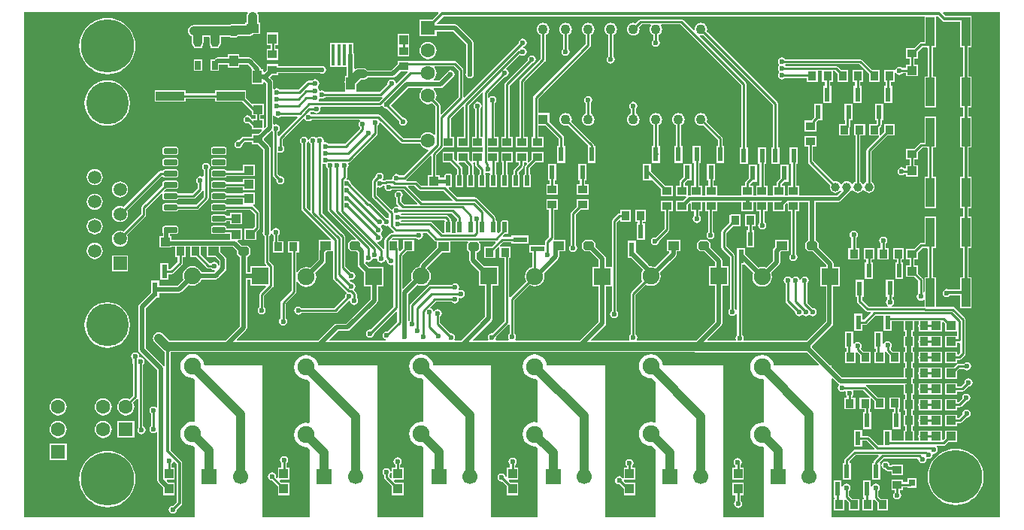
<source format=gbr>
%TF.GenerationSoftware,Altium Limited,Altium NEXUS,2.1.9 (83)*%
G04 Layer_Physical_Order=1*
G04 Layer_Color=255*
%FSLAX44Y44*%
%MOMM*%
%TF.FileFunction,Copper,L1,Top,Signal*%
%TF.Part,Single*%
G01*
G75*
%TA.AperFunction,SMDPad,CuDef*%
%ADD10R,0.7000X0.8000*%
%ADD11R,0.6600X1.0000*%
%TA.AperFunction,ConnectorPad*%
%ADD12R,1.1000X2.3500*%
%ADD13R,0.4000X2.3500*%
%TA.AperFunction,SMDPad,CuDef*%
%ADD14R,1.0000X1.4000*%
%ADD15R,1.0000X0.9000*%
%ADD16R,1.4000X1.0000*%
%ADD17R,0.9000X1.0000*%
%ADD18R,1.0000X1.1000*%
%ADD19R,1.0000X1.2200*%
G04:AMPARAMS|DCode=20|XSize=1mm|YSize=1.22mm|CornerRadius=0mm|HoleSize=0mm|Usage=FLASHONLY|Rotation=0.000|XOffset=0mm|YOffset=0mm|HoleType=Round|Shape=Octagon|*
%AMOCTAGOND20*
4,1,8,-0.2500,0.6100,0.2500,0.6100,0.5000,0.3600,0.5000,-0.3600,0.2500,-0.6100,-0.2500,-0.6100,-0.5000,-0.3600,-0.5000,0.3600,-0.2500,0.6100,0.0*
%
%ADD20OCTAGOND20*%

%ADD21R,3.2000X1.0000*%
%ADD22R,1.0000X1.0000*%
%ADD23R,0.6100X1.6100*%
G04:AMPARAMS|DCode=24|XSize=0.55mm|YSize=1.25mm|CornerRadius=0.0495mm|HoleSize=0mm|Usage=FLASHONLY|Rotation=180.000|XOffset=0mm|YOffset=0mm|HoleType=Round|Shape=RoundedRectangle|*
%AMROUNDEDRECTD24*
21,1,0.5500,1.1510,0,0,180.0*
21,1,0.4510,1.2500,0,0,180.0*
1,1,0.0990,-0.2255,0.5755*
1,1,0.0990,0.2255,0.5755*
1,1,0.0990,0.2255,-0.5755*
1,1,0.0990,-0.2255,-0.5755*
%
%ADD24ROUNDEDRECTD24*%
%ADD25R,1.1000X1.0000*%
%ADD26R,1.2200X1.0000*%
G04:AMPARAMS|DCode=27|XSize=1mm|YSize=1.22mm|CornerRadius=0mm|HoleSize=0mm|Usage=FLASHONLY|Rotation=270.000|XOffset=0mm|YOffset=0mm|HoleType=Round|Shape=Octagon|*
%AMOCTAGOND27*
4,1,8,0.6100,0.2500,0.6100,-0.2500,0.3600,-0.5000,-0.3600,-0.5000,-0.6100,-0.2500,-0.6100,0.2500,-0.3600,0.5000,0.3600,0.5000,0.6100,0.2500,0.0*
%
%ADD27OCTAGOND27*%

%ADD28R,1.0000X3.2000*%
%TA.AperFunction,ConnectorPad*%
%ADD29R,1.0000X3.2000*%
%TA.AperFunction,SMDPad,CuDef*%
%ADD30R,1.6100X0.6100*%
G04:AMPARAMS|DCode=31|XSize=0.6mm|YSize=1.45mm|CornerRadius=0.051mm|HoleSize=0mm|Usage=FLASHONLY|Rotation=270.000|XOffset=0mm|YOffset=0mm|HoleType=Round|Shape=RoundedRectangle|*
%AMROUNDEDRECTD31*
21,1,0.6000,1.3480,0,0,270.0*
21,1,0.4980,1.4500,0,0,270.0*
1,1,0.1020,-0.6740,-0.2490*
1,1,0.1020,-0.6740,0.2490*
1,1,0.1020,0.6740,0.2490*
1,1,0.1020,0.6740,-0.2490*
%
%ADD31ROUNDEDRECTD31*%
%ADD32R,1.0000X1.0000*%
%TA.AperFunction,Conductor*%
%ADD33C,0.2540*%
%ADD34C,0.5000*%
%ADD35C,0.2500*%
%ADD36C,1.0000*%
%ADD37C,0.3000*%
%ADD38C,0.4000*%
%ADD39C,0.3500*%
%TA.AperFunction,ComponentPad*%
%ADD40R,1.9000X1.9000*%
%ADD41C,1.9000*%
%ADD42R,1.7000X1.7000*%
%ADD43C,1.7000*%
%TA.AperFunction,ViaPad*%
%ADD44C,4.0000*%
%ADD45C,6.0000*%
%TA.AperFunction,ComponentPad*%
%ADD46R,1.6000X1.6000*%
%ADD47C,1.6000*%
%ADD48C,1.0000*%
%ADD49R,1.1000X1.1000*%
%ADD50C,1.1000*%
%ADD51C,4.8000*%
%ADD52C,1.5000*%
%ADD53R,1.5000X1.5000*%
%TA.AperFunction,ViaPad*%
%ADD54C,0.6000*%
G36*
X688360Y757733D02*
X675901Y745274D01*
X674523Y745692D01*
X674314Y746747D01*
X673314Y748244D01*
X671817Y749243D01*
X670052Y749595D01*
X668287Y749243D01*
X666790Y748244D01*
X665790Y746747D01*
X665439Y744982D01*
X665536Y744495D01*
X656680Y735639D01*
X631373D01*
X630442Y736458D01*
Y744200D01*
X635521Y749279D01*
X638048D01*
X639751Y749503D01*
X641338Y750160D01*
X642701Y751206D01*
X643123Y751756D01*
X671149D01*
X672719Y752068D01*
X674050Y752958D01*
X679998Y758906D01*
X687874D01*
X688360Y757733D01*
D02*
G37*
G36*
X659878Y729251D02*
X655550Y724923D01*
X588383D01*
X587779Y726193D01*
X588461Y727215D01*
X588611Y727966D01*
X590022Y728550D01*
X590055Y728529D01*
X591820Y728177D01*
X593585Y728529D01*
X595082Y729528D01*
X595358Y729941D01*
X657860D01*
X657860Y729941D01*
X658950Y730158D01*
X659068Y730237D01*
X659878Y729251D01*
D02*
G37*
G36*
X745202Y759558D02*
Y730152D01*
X726016Y710966D01*
X724843Y711452D01*
Y720726D01*
X724843Y720726D01*
X724626Y721816D01*
X724008Y722740D01*
X724008Y722740D01*
X719669Y727079D01*
X720479Y729034D01*
X720806Y731520D01*
X720479Y734006D01*
X719519Y736323D01*
X717993Y738313D01*
X717296Y738847D01*
X717727Y740117D01*
X725170D01*
X726740Y740430D01*
X728071Y741319D01*
X738085Y751333D01*
X738365Y751388D01*
X739862Y752388D01*
X740862Y753885D01*
X741213Y755650D01*
X740862Y757415D01*
X739862Y758912D01*
X738365Y759911D01*
X736600Y760263D01*
X734835Y759911D01*
X733338Y758912D01*
X732338Y757415D01*
X732283Y757135D01*
X723471Y748323D01*
X717727D01*
X717296Y749593D01*
X717993Y750127D01*
X719519Y752117D01*
X720479Y754434D01*
X720806Y756920D01*
X720479Y759406D01*
X719519Y761723D01*
X718082Y763596D01*
X718279Y764555D01*
X718384Y764866D01*
X739894D01*
X745202Y759558D01*
D02*
G37*
G36*
X705104Y738847D02*
X704407Y738313D01*
X702881Y736323D01*
X701921Y734006D01*
X701594Y731520D01*
X701921Y729034D01*
X702881Y726717D01*
X704407Y724727D01*
X706397Y723201D01*
X708714Y722241D01*
X711200Y721914D01*
X713686Y722241D01*
X715641Y723051D01*
X719145Y719546D01*
Y687904D01*
X718840Y687800D01*
X717875Y687603D01*
X716003Y689039D01*
X713686Y689999D01*
X711200Y690326D01*
X708714Y689999D01*
X706397Y689039D01*
X704407Y687513D01*
X702881Y685523D01*
X702071Y683569D01*
X683170D01*
X657392Y709347D01*
X656467Y709965D01*
X655377Y710182D01*
X655377Y710182D01*
X580175D01*
X579899Y710594D01*
X578745Y711366D01*
X578428Y712750D01*
X578982Y713431D01*
X581932D01*
X582208Y713018D01*
X583705Y712019D01*
X585470Y711667D01*
X587235Y712019D01*
X588732Y713018D01*
X589731Y714515D01*
X590083Y716280D01*
X589749Y717955D01*
X589764Y718241D01*
X590290Y719225D01*
X656730D01*
X656730Y719225D01*
X657820Y719442D01*
X658583Y719951D01*
X659749Y719745D01*
X659999Y719519D01*
X660948Y718098D01*
X662445Y717098D01*
X664210Y716747D01*
X664697Y716844D01*
X678744Y702797D01*
X678647Y702310D01*
X678998Y700545D01*
X679998Y699048D01*
X681495Y698048D01*
X683260Y697697D01*
X685025Y698048D01*
X686522Y699048D01*
X687522Y700545D01*
X687873Y702310D01*
X687522Y704075D01*
X686522Y705572D01*
X685025Y706572D01*
X683260Y706923D01*
X682773Y706826D01*
X669126Y720473D01*
X688769Y740117D01*
X704673D01*
X705104Y738847D01*
D02*
G37*
G36*
X538760Y708341D02*
X539028Y707938D01*
X540525Y706938D01*
X542290Y706587D01*
X544055Y706938D01*
X545552Y707938D01*
X545827Y708351D01*
X563774D01*
X564260Y707178D01*
X543155Y686073D01*
X541885Y686553D01*
Y690675D01*
X543012Y691428D01*
X544011Y692925D01*
X544363Y694690D01*
X544011Y696455D01*
X543012Y697952D01*
X541515Y698951D01*
X539750Y699303D01*
X538099Y698974D01*
X537776Y699020D01*
X536829Y699526D01*
Y708526D01*
X537034Y708667D01*
X538760Y708341D01*
D02*
G37*
G36*
X572215Y705683D02*
X572427Y705491D01*
X573376Y704071D01*
X574872Y703071D01*
X576637Y702720D01*
X578402Y703071D01*
X579899Y704071D01*
X580175Y704484D01*
X634166D01*
X634552Y703214D01*
X634278Y703032D01*
X633279Y701535D01*
X632927Y699770D01*
X633279Y698005D01*
X634278Y696508D01*
X634691Y696233D01*
Y694600D01*
X617310Y677219D01*
X599168D01*
X598892Y677632D01*
X597395Y678632D01*
X595630Y678983D01*
X594809Y678819D01*
X593729Y679900D01*
X593893Y680720D01*
X593541Y682485D01*
X592542Y683982D01*
X591045Y684982D01*
X589280Y685333D01*
X587515Y684982D01*
X586316Y684181D01*
X585470Y684060D01*
X584624Y684181D01*
X583425Y684982D01*
X581660Y685333D01*
X579895Y684982D01*
X578398Y683982D01*
X577398Y682485D01*
X577227Y681625D01*
X575933D01*
X575761Y682485D01*
X574762Y683982D01*
X573265Y684982D01*
X571500Y685333D01*
X569735Y684982D01*
X568238Y683982D01*
X567239Y682485D01*
X566887Y680720D01*
X567239Y678955D01*
X568238Y677458D01*
X568651Y677182D01*
Y604455D01*
X568651Y604455D01*
X568868Y603365D01*
X569486Y602441D01*
X601619Y570307D01*
X601133Y569134D01*
X587705D01*
Y556086D01*
X587717D01*
Y546783D01*
X578375Y537441D01*
X576918Y538044D01*
X574040Y538423D01*
X571162Y538044D01*
X568480Y536933D01*
X566178Y535166D01*
X564411Y532864D01*
X564279Y532545D01*
X563009Y532798D01*
Y554816D01*
X565704D01*
Y567864D01*
X553656D01*
Y554816D01*
X557311D01*
Y511914D01*
X545864Y500466D01*
X545246Y499542D01*
X545029Y498452D01*
X545029Y498452D01*
Y480803D01*
X544616Y480528D01*
X543616Y479031D01*
X543265Y477266D01*
X543616Y475501D01*
X544616Y474004D01*
X546113Y473004D01*
X547878Y472653D01*
X549643Y473004D01*
X551140Y474004D01*
X552140Y475501D01*
X552491Y477266D01*
X552140Y479031D01*
X551140Y480528D01*
X550727Y480803D01*
Y497272D01*
X562174Y508720D01*
X562792Y509644D01*
X563009Y510734D01*
X563009Y510734D01*
Y521810D01*
X564279Y522063D01*
X564411Y521744D01*
X566178Y519442D01*
X568480Y517675D01*
X571162Y516564D01*
X574040Y516185D01*
X576918Y516564D01*
X579600Y517675D01*
X581902Y519442D01*
X583669Y521744D01*
X584780Y524426D01*
X585159Y527304D01*
X584780Y530182D01*
X584177Y531639D01*
X594721Y542183D01*
X595611Y543514D01*
X595923Y545084D01*
Y554862D01*
X597147Y556086D01*
X602953D01*
Y556086D01*
X604211Y556058D01*
Y526372D01*
X604211Y526372D01*
X604428Y525282D01*
X605046Y524358D01*
X619339Y510064D01*
X619215Y508800D01*
X619004Y508660D01*
X618004Y507163D01*
X617653Y505398D01*
X617745Y504934D01*
X605118Y492307D01*
X568433D01*
X568158Y492720D01*
X566661Y493719D01*
X564896Y494071D01*
X563131Y493719D01*
X561634Y492720D01*
X560634Y491223D01*
X560283Y489458D01*
X560634Y487693D01*
X561634Y486196D01*
X563131Y485196D01*
X564896Y484845D01*
X566661Y485196D01*
X568158Y486196D01*
X568433Y486609D01*
X606298D01*
X606298Y486609D01*
X607388Y486826D01*
X608312Y487444D01*
X621756Y500887D01*
X622069Y500825D01*
X622324Y500730D01*
X623407Y499718D01*
X623627Y498615D01*
X624626Y497118D01*
X626123Y496119D01*
X627888Y495767D01*
X629653Y496119D01*
X631150Y497118D01*
X632150Y498615D01*
X632501Y500380D01*
X632150Y502145D01*
X631150Y503642D01*
X630908Y503803D01*
Y507798D01*
X630691Y508888D01*
X630074Y509812D01*
X630074Y509812D01*
X627566Y512320D01*
X627691Y513584D01*
X627902Y513724D01*
X628901Y515221D01*
X629253Y516986D01*
X628901Y518751D01*
X627902Y520248D01*
X626405Y521247D01*
X624640Y521599D01*
X624153Y521502D01*
X622645Y523009D01*
X623271Y524180D01*
X624640Y523907D01*
X626405Y524258D01*
X627902Y525258D01*
X628901Y526755D01*
X629253Y528520D01*
X628901Y530285D01*
X627902Y531782D01*
X626405Y532781D01*
X624640Y533133D01*
X624153Y533036D01*
X618037Y539152D01*
Y572262D01*
X618037Y572262D01*
X617820Y573352D01*
X617202Y574276D01*
X617202Y574276D01*
X592129Y599350D01*
Y654501D01*
X593399Y655180D01*
X593865Y654868D01*
X595630Y654517D01*
X596208Y653337D01*
X596097Y652780D01*
X596449Y651015D01*
X597448Y649518D01*
X597861Y649242D01*
Y603402D01*
X597861Y603402D01*
X598078Y602312D01*
X598696Y601388D01*
X629776Y570307D01*
X629290Y569134D01*
X624589D01*
X621327Y565872D01*
Y559348D01*
X624589Y556086D01*
X630844D01*
X632167Y554763D01*
Y541274D01*
X632480Y539704D01*
X633369Y538373D01*
X639216Y532526D01*
Y516280D01*
X646391D01*
Y502588D01*
X618555Y474751D01*
X608090D01*
X606520Y474439D01*
X605189Y473549D01*
X587409Y455770D01*
X586631D01*
X585856Y455668D01*
X585080Y455770D01*
X496252D01*
X495766Y456944D01*
X506329Y467507D01*
X507219Y468838D01*
X507531Y470408D01*
Y524471D01*
X510946D01*
Y517550D01*
X528209D01*
X528695Y516377D01*
X521734Y509415D01*
X521116Y508491D01*
X520899Y507401D01*
X520899Y507401D01*
Y493250D01*
X520486Y492974D01*
X519487Y491477D01*
X519135Y489712D01*
X519487Y487947D01*
X520486Y486450D01*
X521983Y485451D01*
X523748Y485099D01*
X525513Y485451D01*
X527010Y486450D01*
X528009Y487947D01*
X528361Y489712D01*
X528009Y491477D01*
X527010Y492974D01*
X526597Y493250D01*
Y506221D01*
X536278Y515902D01*
X536896Y516827D01*
X537113Y517917D01*
X537113Y517917D01*
Y539231D01*
X537113Y539231D01*
X536896Y540322D01*
X536278Y541246D01*
X532439Y545085D01*
Y573042D01*
X532852Y573318D01*
X533852Y574815D01*
X534149Y576310D01*
X535444D01*
X535489Y576085D01*
X536488Y574588D01*
X536901Y574313D01*
Y567864D01*
X536656D01*
Y554816D01*
X548704D01*
Y567864D01*
X542599D01*
Y574313D01*
X543012Y574588D01*
X544011Y576085D01*
X544363Y577850D01*
X544011Y579615D01*
X543012Y581112D01*
X541515Y582112D01*
X539750Y582463D01*
X537985Y582112D01*
X536488Y581112D01*
X535489Y579615D01*
X535424Y579290D01*
X534053Y578910D01*
X533693Y579306D01*
Y672220D01*
X533381Y673790D01*
X532491Y675121D01*
X526185Y681427D01*
Y682833D01*
X534889Y691536D01*
X534948Y691552D01*
X536187Y691039D01*
Y642064D01*
X536187Y642064D01*
X536404Y640974D01*
X537022Y640050D01*
X540314Y636757D01*
X540217Y636270D01*
X540569Y634505D01*
X541568Y633008D01*
X543065Y632009D01*
X544830Y631657D01*
X546595Y632009D01*
X548092Y633008D01*
X549091Y634505D01*
X549443Y636270D01*
X549091Y638035D01*
X548092Y639532D01*
X546595Y640531D01*
X544830Y640883D01*
X544343Y640786D01*
X541885Y643244D01*
Y667010D01*
X542869Y667536D01*
X543155Y667551D01*
X544830Y667217D01*
X546595Y667569D01*
X548092Y668568D01*
X549091Y670065D01*
X549443Y671830D01*
X549091Y673595D01*
X548092Y675092D01*
X547679Y675368D01*
Y682540D01*
X571146Y706007D01*
X572215Y705683D01*
D02*
G37*
G36*
X679976Y678706D02*
X679976Y678706D01*
X680900Y678088D01*
X681990Y677871D01*
X681990Y677871D01*
X702071D01*
X702881Y675917D01*
X704407Y673927D01*
X706397Y672401D01*
X708714Y671441D01*
X711053Y671133D01*
X711596Y670311D01*
X711738Y670022D01*
X683375Y641659D01*
X679177D01*
X678902Y642072D01*
X677405Y643072D01*
X675640Y643423D01*
X673875Y643072D01*
X672378Y642072D01*
X671378Y640575D01*
X671027Y638810D01*
X671134Y638274D01*
X670328Y637293D01*
X664350D01*
X664350Y637293D01*
X663260Y637076D01*
X662336Y636458D01*
X662336Y636458D01*
X661871Y635994D01*
X660594Y636009D01*
X660567Y636039D01*
X660067Y637241D01*
X660811Y638355D01*
X661163Y640120D01*
X660811Y641885D01*
X659812Y643382D01*
X658315Y644381D01*
X656550Y644733D01*
X654785Y644381D01*
X653288Y643382D01*
X652289Y641885D01*
X651937Y640120D01*
X651952Y640045D01*
X648782Y636874D01*
X648164Y635950D01*
X647947Y634860D01*
X647947Y634860D01*
Y618630D01*
X647947Y618630D01*
X648164Y617540D01*
X648782Y616616D01*
X667155Y598242D01*
Y594100D01*
X666171Y593574D01*
X665885Y593559D01*
X664210Y593893D01*
X664202Y593891D01*
X646736Y611357D01*
X645812Y611974D01*
X644721Y612191D01*
X644721Y612191D01*
X644631D01*
X624371Y632452D01*
X624373Y632460D01*
X624021Y634225D01*
X623022Y635722D01*
X621525Y636721D01*
X619991Y637027D01*
X619617Y637541D01*
X619386Y638293D01*
X619852Y638990D01*
X620069Y640080D01*
X620069Y640080D01*
Y649242D01*
X620482Y649518D01*
X621482Y651015D01*
X621833Y652780D01*
X621482Y654545D01*
X621170Y655011D01*
X621418Y655738D01*
X621820Y656324D01*
X622694Y656498D01*
X623618Y657116D01*
X653524Y687022D01*
X653524Y687022D01*
X654142Y687946D01*
X654359Y689036D01*
X654359Y689036D01*
Y697503D01*
X654772Y697778D01*
X655771Y699275D01*
X656077Y700809D01*
X656768Y701185D01*
X657362Y701319D01*
X679976Y678706D01*
D02*
G37*
G36*
X714722Y663289D02*
Y641904D01*
X711026D01*
Y630229D01*
X703617D01*
X699117Y634728D01*
X698193Y635346D01*
X697103Y635563D01*
X697103Y635563D01*
X687010D01*
X686613Y636673D01*
X686607Y636833D01*
X713548Y663775D01*
X714722Y663289D01*
D02*
G37*
G36*
X662188Y628902D02*
X662137Y628650D01*
X662488Y626885D01*
X663488Y625388D01*
X664985Y624389D01*
X666750Y624037D01*
X668515Y624389D01*
X670012Y625388D01*
X670287Y625801D01*
X683437D01*
X699172Y610066D01*
X698686Y608893D01*
X684440D01*
X681029Y612304D01*
Y616222D01*
X681442Y616498D01*
X682441Y617995D01*
X682793Y619760D01*
X682441Y621525D01*
X681442Y623022D01*
X679945Y624021D01*
X678180Y624373D01*
X676415Y624021D01*
X674918Y623022D01*
X673919Y621525D01*
X673567Y619760D01*
X673919Y617995D01*
X674918Y616498D01*
X675331Y616222D01*
Y611124D01*
X675331Y611124D01*
X675548Y610034D01*
X676166Y609110D01*
X677945Y607331D01*
X677689Y606814D01*
X677196Y606283D01*
X675640Y606593D01*
X673875Y606241D01*
X672378Y605242D01*
X671429Y603821D01*
X671218Y603630D01*
X670149Y603306D01*
X653645Y619810D01*
Y627640D01*
X654630Y628166D01*
X654915Y628181D01*
X656590Y627847D01*
X658355Y628199D01*
X659852Y629198D01*
X660338Y629927D01*
X661300Y629959D01*
X662188Y628902D01*
D02*
G37*
G36*
X700423Y625366D02*
X700423Y625366D01*
X701347Y624748D01*
X702437Y624531D01*
X702437Y624531D01*
X728689D01*
X739090Y614130D01*
X738604Y612957D01*
X704339D01*
X688604Y628692D01*
X689090Y629865D01*
X695923D01*
X700423Y625366D01*
D02*
G37*
G36*
X577398Y678955D02*
X578398Y677458D01*
X578811Y677182D01*
Y602832D01*
X577638Y602346D01*
X574349Y605635D01*
Y677182D01*
X574762Y677458D01*
X575761Y678955D01*
X575933Y679815D01*
X577227D01*
X577398Y678955D01*
D02*
G37*
G36*
X743911Y593180D02*
Y591045D01*
X743717Y591007D01*
X743049Y590561D01*
X742603Y589893D01*
X742447Y589105D01*
Y577595D01*
X742085Y577155D01*
X738735D01*
X738373Y577595D01*
Y589105D01*
X738217Y589893D01*
X737771Y590561D01*
X737103Y591007D01*
X736909Y591045D01*
Y591820D01*
X736692Y592910D01*
X736074Y593834D01*
X736074Y593834D01*
X733534Y596374D01*
X732610Y596992D01*
X731520Y597209D01*
X731520Y597209D01*
X680795D01*
X680265Y597861D01*
X680804Y599131D01*
X737960D01*
X743911Y593180D01*
D02*
G37*
G36*
X729734Y591315D02*
X730136Y590241D01*
X729903Y589893D01*
X729746Y589105D01*
Y577595D01*
X729385Y577155D01*
X727354D01*
X715754Y588754D01*
X714830Y589372D01*
X713740Y589589D01*
X713740Y589589D01*
X681109D01*
X680532Y590550D01*
X681109Y591511D01*
X729573D01*
X729734Y591315D01*
D02*
G37*
G36*
X661246Y585820D02*
X662445Y585019D01*
X664210Y584667D01*
X665885Y585001D01*
X666105Y584990D01*
X666120Y584986D01*
X667239Y584336D01*
X667372Y583666D01*
X667990Y582742D01*
X672572Y578159D01*
X672093Y576889D01*
X670199D01*
X670199Y576889D01*
X669109Y576672D01*
X668184Y576054D01*
X662912Y570782D01*
X662294Y569857D01*
X662077Y568767D01*
X662077Y568767D01*
Y558927D01*
X660807Y558618D01*
X660382Y559253D01*
X660382Y559253D01*
X653726Y565910D01*
X654352Y567080D01*
X655320Y566887D01*
X657085Y567239D01*
X658582Y568238D01*
X659582Y569735D01*
X659933Y571500D01*
X659582Y573265D01*
X658582Y574762D01*
X657953Y575181D01*
Y576709D01*
X658582Y577128D01*
X659582Y578625D01*
X659933Y580390D01*
X659582Y582155D01*
X658582Y583652D01*
X658447Y583742D01*
X658411Y584234D01*
X658588Y585174D01*
X659554Y585820D01*
X660400Y585940D01*
X661246Y585820D01*
D02*
G37*
G36*
X718076Y568216D02*
X718076Y568216D01*
X719000Y567598D01*
X720090Y567381D01*
X721055D01*
Y560618D01*
X703104Y542667D01*
X702214Y541336D01*
X701902Y539766D01*
Y539252D01*
X700448Y539060D01*
X697766Y537949D01*
X695464Y536182D01*
X693697Y533880D01*
X692586Y531198D01*
X692207Y528320D01*
X692586Y525442D01*
X693189Y523985D01*
X683170Y513966D01*
X681997Y514452D01*
Y550858D01*
X687225Y556086D01*
X695244D01*
Y569134D01*
X683196D01*
Y560115D01*
X679514Y556433D01*
X678244Y556959D01*
Y569134D01*
X670981D01*
X670495Y570307D01*
X671379Y571191D01*
X697503D01*
X697778Y570778D01*
X699275Y569779D01*
X701040Y569427D01*
X702805Y569779D01*
X704302Y570778D01*
X705302Y572275D01*
X705653Y574040D01*
X705319Y575715D01*
X705334Y576001D01*
X705860Y576985D01*
X709306D01*
X718076Y568216D01*
D02*
G37*
G36*
X652840Y547900D02*
X653826Y547270D01*
X654107Y545859D01*
X655106Y544362D01*
X656603Y543363D01*
X658368Y543011D01*
X660133Y543363D01*
X661630Y544362D01*
X662629Y545859D01*
X662717Y546298D01*
X663932Y546667D01*
X664774Y545825D01*
X664677Y545338D01*
X665029Y543573D01*
X666028Y542076D01*
X667525Y541077D01*
X669290Y540725D01*
X670965Y541059D01*
X671251Y541044D01*
X672235Y540518D01*
Y493892D01*
X646409Y468066D01*
X645922Y468163D01*
X644157Y467812D01*
X642660Y466812D01*
X641661Y465315D01*
X641309Y463550D01*
X641661Y461785D01*
X642660Y460288D01*
X644157Y459288D01*
X645922Y458937D01*
X647687Y459288D01*
X649184Y460288D01*
X650183Y461785D01*
X650535Y463550D01*
X650438Y464037D01*
X675126Y488725D01*
X676299Y488239D01*
Y477174D01*
X665115Y465990D01*
X664628Y466087D01*
X662863Y465736D01*
X661366Y464736D01*
X660367Y463239D01*
X660015Y461474D01*
X660367Y459709D01*
X661366Y458212D01*
X662863Y457212D01*
X663729Y457040D01*
X663604Y455770D01*
X600673D01*
X600187Y456944D01*
X609789Y466545D01*
X620254D01*
X621824Y466858D01*
X623155Y467747D01*
X653395Y497987D01*
X654285Y499318D01*
X654597Y500888D01*
Y516280D01*
X661264D01*
Y538328D01*
X645018D01*
X640492Y542854D01*
X640606Y544140D01*
X641668Y544684D01*
X642125Y544379D01*
X643890Y544027D01*
X645655Y544379D01*
X647152Y545378D01*
X648151Y546875D01*
X648219Y547213D01*
X649653Y547912D01*
X650892Y547666D01*
X652534Y547992D01*
X652840Y547900D01*
D02*
G37*
G36*
X461975Y549736D02*
X471421D01*
X475976Y545181D01*
Y540182D01*
X474706Y540056D01*
X474416Y541515D01*
X473416Y543012D01*
X471919Y544011D01*
X470154Y544363D01*
X468389Y544011D01*
X466892Y543012D01*
X466617Y542599D01*
X465120D01*
X455214Y552505D01*
Y561181D01*
X461975D01*
Y549736D01*
D02*
G37*
G36*
X495597Y556982D02*
Y552998D01*
X498859Y549736D01*
X499325D01*
Y528066D01*
Y472107D01*
X482988Y455770D01*
X419850D01*
X412497Y463123D01*
X411134Y464169D01*
X409547Y464826D01*
X407844Y465050D01*
X406141Y464826D01*
X404554Y464169D01*
X403191Y463123D01*
X402145Y461760D01*
X401488Y460173D01*
X401264Y458470D01*
X401488Y456767D01*
X402145Y455180D01*
X403191Y453817D01*
X412471Y444537D01*
X413834Y443491D01*
X414750Y443112D01*
X414747Y443094D01*
X414747Y443094D01*
Y426953D01*
X413477Y426567D01*
X413231Y426935D01*
X392977Y447189D01*
Y491859D01*
X405088Y503970D01*
X408434D01*
Y509441D01*
X430740D01*
X432310Y509753D01*
X433641Y510643D01*
X441435Y518437D01*
X442892Y517834D01*
X445770Y517455D01*
X448648Y517834D01*
X451330Y518945D01*
X453632Y520712D01*
X455399Y523014D01*
X456003Y524471D01*
X471678D01*
X473248Y524784D01*
X474579Y525673D01*
X482980Y534073D01*
X483869Y535404D01*
X484181Y536974D01*
Y546880D01*
X483869Y548451D01*
X482980Y549782D01*
X477223Y555538D01*
Y561181D01*
X491398D01*
X495597Y556982D01*
D02*
G37*
G36*
X1355056Y256574D02*
X1165860D01*
Y412908D01*
X1167033Y413394D01*
X1173119Y407309D01*
X1173521Y407040D01*
X1174028Y405852D01*
X1173028Y404355D01*
X1172677Y402590D01*
X1173028Y400825D01*
X1174028Y399328D01*
X1175525Y398329D01*
X1177290Y397977D01*
X1179055Y398329D01*
X1180116Y399037D01*
X1180666Y398974D01*
X1180919Y398696D01*
X1181479Y397667D01*
X1181195Y396240D01*
X1181546Y394475D01*
X1182546Y392978D01*
X1182769Y392830D01*
Y391334D01*
X1180174D01*
Y378286D01*
X1192222D01*
Y391334D01*
X1188467D01*
Y392576D01*
X1189070Y392978D01*
X1190070Y394475D01*
X1190421Y396240D01*
X1190070Y398005D01*
X1189758Y398471D01*
X1190437Y399741D01*
X1201384D01*
X1208521Y392604D01*
X1207995Y391334D01*
X1197174D01*
Y378286D01*
X1202725D01*
Y375124D01*
X1201000D01*
Y355976D01*
X1210148D01*
Y375124D01*
X1208423D01*
Y378286D01*
X1209222D01*
Y390107D01*
X1210492Y390633D01*
X1213566Y387559D01*
Y378540D01*
X1225614D01*
Y391588D01*
X1217595D01*
X1204578Y404604D01*
X1204230Y404837D01*
X1204615Y406107D01*
X1246586D01*
Y394796D01*
X1248507D01*
Y390064D01*
X1246586D01*
Y377016D01*
X1248507D01*
Y372284D01*
X1246586D01*
Y359236D01*
X1248507D01*
Y354504D01*
X1246586D01*
Y343035D01*
X1232918D01*
Y355224D01*
X1223770D01*
Y337655D01*
X1218094D01*
X1208084Y347664D01*
X1207160Y348282D01*
X1206070Y348499D01*
X1206070Y348499D01*
X1199898D01*
Y355224D01*
X1190750D01*
Y336076D01*
X1199898D01*
Y342801D01*
X1204890D01*
X1213723Y333968D01*
X1213237Y332795D01*
X1191768D01*
X1191768Y332795D01*
X1190678Y332578D01*
X1189754Y331960D01*
X1189754Y331960D01*
X1180610Y322816D01*
X1179992Y321892D01*
X1179775Y320802D01*
X1179775Y320802D01*
Y317974D01*
X1178050D01*
Y298826D01*
X1187198D01*
Y317974D01*
X1185473D01*
Y319622D01*
X1192948Y327097D01*
X1218283D01*
X1218769Y325924D01*
X1213630Y320784D01*
X1213012Y319860D01*
X1212795Y318770D01*
X1211916Y317974D01*
X1211070D01*
Y298826D01*
X1220218D01*
Y317974D01*
X1220218D01*
X1219825Y318922D01*
X1223936Y323033D01*
X1261947D01*
X1263101Y322326D01*
X1263453Y320561D01*
X1264452Y319064D01*
X1265949Y318064D01*
X1267714Y317713D01*
X1269479Y318064D01*
X1270976Y319064D01*
X1271975Y320561D01*
X1272214Y321762D01*
X1272389Y322345D01*
X1273549Y322692D01*
X1274318Y322539D01*
X1276083Y322891D01*
X1277580Y323890D01*
X1278579Y325387D01*
X1278931Y327152D01*
X1278925Y327179D01*
X1280005Y328259D01*
X1280668Y328127D01*
X1282433Y328479D01*
X1283930Y329478D01*
X1284930Y330975D01*
X1285281Y332740D01*
X1284930Y334505D01*
X1283930Y336002D01*
X1283831Y336067D01*
X1284217Y337337D01*
X1291796D01*
X1291796Y337337D01*
X1292886Y337554D01*
X1293810Y338172D01*
X1297095Y341456D01*
X1307114D01*
Y354504D01*
X1293066D01*
Y345485D01*
X1291384Y343803D01*
X1290114Y344329D01*
Y354504D01*
X1276066D01*
Y354504D01*
X1275634D01*
Y354504D01*
X1263586D01*
Y349696D01*
X1263168Y349070D01*
X1262951Y347980D01*
X1263168Y346890D01*
X1263586Y346264D01*
Y343035D01*
X1258634D01*
Y354504D01*
X1256713D01*
Y359236D01*
X1258634D01*
Y372284D01*
X1256713D01*
Y377016D01*
X1258634D01*
Y390064D01*
X1256713D01*
Y394796D01*
X1258634D01*
Y407844D01*
X1256713D01*
Y412576D01*
X1258634D01*
Y425624D01*
X1256713D01*
Y430356D01*
X1258634D01*
Y443404D01*
X1256713D01*
Y448136D01*
X1258634D01*
Y461184D01*
X1256713D01*
Y465916D01*
X1258634D01*
Y477385D01*
X1263586D01*
Y474156D01*
X1263168Y473530D01*
X1262951Y472440D01*
X1263168Y471350D01*
X1263586Y470724D01*
Y465916D01*
X1275634D01*
Y465916D01*
X1276066D01*
Y465916D01*
X1290114D01*
Y476091D01*
X1291384Y476617D01*
X1293066Y474935D01*
Y465916D01*
X1306521D01*
Y461184D01*
X1293066D01*
Y448136D01*
X1307114D01*
Y453299D01*
X1309370D01*
X1310585Y452246D01*
Y442124D01*
X1308384Y439923D01*
X1307114Y440197D01*
Y443404D01*
X1293066D01*
Y430356D01*
X1305964D01*
X1305975Y430356D01*
X1305975Y430356D01*
X1306337Y430356D01*
X1306698Y429165D01*
X1306196Y428734D01*
X1305824Y428363D01*
X1303085Y425624D01*
X1293066D01*
Y412576D01*
X1307114D01*
Y421595D01*
X1309390Y423871D01*
X1314722D01*
X1314998Y423458D01*
X1316495Y422458D01*
X1318260Y422107D01*
X1320025Y422458D01*
X1321522Y423458D01*
X1322522Y424955D01*
X1322873Y426720D01*
X1322522Y428485D01*
X1321522Y429982D01*
X1320025Y430981D01*
X1318260Y431333D01*
X1316495Y430981D01*
X1314998Y429982D01*
X1314722Y429569D01*
X1309040D01*
X1307838Y429782D01*
X1307838Y429782D01*
Y429782D01*
X1307114Y430646D01*
X1307114Y431258D01*
X1307114Y431258D01*
X1307114Y431304D01*
Y434031D01*
X1309370D01*
X1309370Y434031D01*
X1310460Y434248D01*
X1311384Y434866D01*
X1315448Y438930D01*
X1315448Y438930D01*
X1316066Y439854D01*
X1316283Y440944D01*
X1316283Y440944D01*
Y479295D01*
X1316066Y480385D01*
X1315448Y481309D01*
X1315448Y481309D01*
X1303977Y492780D01*
X1303053Y493398D01*
X1301963Y493615D01*
X1301963Y493615D01*
X1283194D01*
Y527084D01*
X1279519D01*
Y560036D01*
X1283194D01*
Y595084D01*
X1270146D01*
Y565679D01*
X1266520D01*
X1266520Y565679D01*
X1265430Y565462D01*
X1264506Y564844D01*
X1264506Y564844D01*
X1258525Y558864D01*
X1249506D01*
Y546816D01*
X1253181D01*
Y540304D01*
X1249506D01*
Y527256D01*
X1258525D01*
X1263047Y522734D01*
Y508783D01*
X1262634Y508508D01*
X1261635Y507011D01*
X1261283Y505246D01*
X1261635Y503481D01*
X1262634Y501984D01*
X1264131Y500984D01*
X1265896Y500633D01*
X1267661Y500984D01*
X1268876Y501796D01*
X1270146Y501352D01*
Y493797D01*
X1233869D01*
X1233484Y495067D01*
X1234654Y495848D01*
X1235654Y497345D01*
X1236005Y499110D01*
X1235654Y500875D01*
X1234654Y502372D01*
X1234241Y502648D01*
Y504986D01*
X1235966D01*
Y524134D01*
X1226818D01*
Y504986D01*
X1228543D01*
Y502648D01*
X1228130Y502372D01*
X1227131Y500875D01*
X1226779Y499110D01*
X1227131Y497345D01*
X1228130Y495848D01*
X1229300Y495067D01*
X1228915Y493797D01*
X1207206D01*
X1199951Y501052D01*
Y504942D01*
X1201840D01*
Y524090D01*
X1192692D01*
Y504942D01*
X1194253D01*
Y499872D01*
X1194253Y499872D01*
X1194470Y498782D01*
X1195088Y497858D01*
X1204012Y488934D01*
X1204012Y488934D01*
X1204936Y488316D01*
X1206026Y488099D01*
X1209359D01*
X1209845Y486926D01*
X1202062Y479143D01*
X1200152D01*
Y485868D01*
X1191004D01*
Y466720D01*
X1200152D01*
Y473445D01*
X1203242D01*
X1203242Y473445D01*
X1204332Y473662D01*
X1205256Y474280D01*
X1215012Y484035D01*
X1224024D01*
Y466466D01*
X1233172D01*
Y477385D01*
X1246586D01*
Y465916D01*
X1248507D01*
Y461184D01*
X1246586D01*
Y448136D01*
X1248507D01*
Y443404D01*
X1246586D01*
Y430356D01*
X1248507D01*
Y425624D01*
X1246586D01*
Y414313D01*
X1177719D01*
X1165860Y426172D01*
Y427990D01*
X1164042D01*
X1143530Y448503D01*
X1143620Y449190D01*
X1143530Y449878D01*
X1166221Y472569D01*
X1167111Y473900D01*
X1167423Y475470D01*
Y516534D01*
X1174598D01*
Y538582D01*
X1167677D01*
Y542337D01*
X1167365Y543907D01*
X1166475Y545238D01*
X1150925Y560788D01*
Y565872D01*
X1147663Y569134D01*
X1147404D01*
Y611881D01*
X1173258D01*
X1174633Y612155D01*
X1175799Y612933D01*
X1185111Y622245D01*
X1185476Y622792D01*
X1185860Y622951D01*
X1187223Y623997D01*
X1188092Y625130D01*
X1188770Y625252D01*
X1188870D01*
X1189548Y625130D01*
X1190417Y623997D01*
X1191780Y622951D01*
X1193367Y622294D01*
X1195070Y622070D01*
X1196773Y622294D01*
X1198360Y622951D01*
X1199723Y623997D01*
X1200592Y625130D01*
X1201270Y625252D01*
X1201370D01*
X1202048Y625130D01*
X1202917Y623997D01*
X1204280Y622951D01*
X1205867Y622294D01*
X1207570Y622070D01*
X1209273Y622294D01*
X1210860Y622951D01*
X1212223Y623997D01*
X1213269Y625360D01*
X1213926Y626947D01*
X1214150Y628650D01*
X1213926Y630353D01*
X1213269Y631940D01*
X1212223Y633303D01*
X1210860Y634349D01*
X1210419Y634532D01*
Y668562D01*
X1228499Y686642D01*
X1236518D01*
Y699690D01*
X1224470D01*
Y690671D01*
X1220788Y686989D01*
X1219518Y687515D01*
Y695661D01*
X1221014Y697158D01*
X1221014Y697158D01*
X1221632Y698082D01*
X1221849Y699172D01*
Y703360D01*
X1223574D01*
Y722508D01*
X1214426D01*
Y703360D01*
X1216151D01*
Y700352D01*
X1215489Y699690D01*
X1207470D01*
Y686642D01*
X1218645D01*
X1219171Y685372D01*
X1205556Y671756D01*
X1204938Y670832D01*
X1204721Y669742D01*
X1204721Y669742D01*
Y634532D01*
X1204280Y634349D01*
X1202917Y633303D01*
X1202048Y632170D01*
X1201370Y632048D01*
X1201270D01*
X1200592Y632170D01*
X1199723Y633303D01*
X1198360Y634349D01*
X1197919Y634532D01*
Y686642D01*
X1203244D01*
Y699690D01*
X1191196D01*
Y686642D01*
X1192221D01*
Y634532D01*
X1191780Y634349D01*
X1190417Y633303D01*
X1189548Y632170D01*
X1188870Y632048D01*
X1188770D01*
X1188092Y632170D01*
X1187223Y633303D01*
X1185860Y634349D01*
X1184273Y635006D01*
X1182570Y635230D01*
X1180867Y635006D01*
X1179280Y634349D01*
X1177917Y633303D01*
X1177048Y632170D01*
X1176370Y632048D01*
X1176270D01*
X1175592Y632170D01*
X1174723Y633303D01*
X1173360Y634349D01*
X1171773Y635006D01*
X1170070Y635230D01*
X1168367Y635006D01*
X1167925Y634823D01*
X1144579Y658170D01*
Y674324D01*
X1148254D01*
Y686372D01*
X1135206D01*
Y674324D01*
X1138881D01*
Y656990D01*
X1138881Y656990D01*
X1139098Y655900D01*
X1139716Y654976D01*
X1163897Y630794D01*
X1163714Y630353D01*
X1163490Y628650D01*
X1163714Y626947D01*
X1164371Y625360D01*
X1165417Y623997D01*
X1166780Y622951D01*
X1168367Y622294D01*
X1170070Y622070D01*
X1171773Y622294D01*
X1173360Y622951D01*
X1174723Y623997D01*
X1175153Y624558D01*
X1175274Y624597D01*
X1176376Y624332D01*
X1176425Y623723D01*
X1171770Y619067D01*
X1143841D01*
X1143495Y618998D01*
X1143301Y619037D01*
X1143107Y618998D01*
X1142761Y619067D01*
X1129204D01*
Y630474D01*
X1125619D01*
Y654426D01*
X1127344D01*
Y673574D01*
X1118196D01*
Y654426D01*
X1119921D01*
Y630474D01*
X1116156D01*
Y619067D01*
X1114694D01*
X1114694Y619067D01*
X1112694D01*
Y630474D01*
X1109519D01*
Y632070D01*
X1111975Y634526D01*
X1117094D01*
Y653674D01*
X1107946D01*
Y638555D01*
X1104656Y635264D01*
X1104038Y634340D01*
X1103821Y633250D01*
X1103821Y633250D01*
Y630474D01*
X1099646D01*
Y619067D01*
X1093644D01*
Y630474D01*
X1090059D01*
Y654426D01*
X1091784D01*
Y673574D01*
X1082636D01*
Y654426D01*
X1084361D01*
Y630474D01*
X1080596D01*
Y619067D01*
X1077134D01*
Y630474D01*
X1073959D01*
Y632070D01*
X1076415Y634526D01*
X1081534D01*
Y653674D01*
X1072386D01*
Y638555D01*
X1069096Y635264D01*
X1068478Y634340D01*
X1068261Y633250D01*
X1068261Y633250D01*
Y630474D01*
X1064086D01*
Y619067D01*
X1036494D01*
Y630474D01*
X1032729D01*
Y635796D01*
X1034454D01*
Y654944D01*
X1025306D01*
Y635796D01*
X1027031D01*
Y630474D01*
X1023446D01*
Y619067D01*
X1019984D01*
Y630474D01*
X1016399D01*
Y655696D01*
X1018124D01*
Y674844D01*
X1008976D01*
Y655696D01*
X1010701D01*
Y630474D01*
X1006936D01*
Y619067D01*
X1005474D01*
X1004744Y618922D01*
X1003550Y619735D01*
X1003474Y619866D01*
Y630474D01*
X1000299D01*
Y633340D01*
X1002755Y635796D01*
X1007874D01*
Y654944D01*
X998726D01*
Y639825D01*
X995436Y636534D01*
X994818Y635610D01*
X994601Y634520D01*
X994601Y634520D01*
Y630474D01*
X990426D01*
Y618426D01*
X1001549D01*
X1002075Y617156D01*
X998393Y613474D01*
X990426D01*
Y601426D01*
X1003474D01*
Y608393D01*
X1005763Y610681D01*
X1006936Y610195D01*
Y601426D01*
X1010865D01*
Y596119D01*
X1010452Y595844D01*
X1009453Y594347D01*
X1009101Y592582D01*
X1009453Y590817D01*
X1010452Y589320D01*
X1011949Y588321D01*
X1013714Y587969D01*
X1015479Y588321D01*
X1016976Y589320D01*
X1017975Y590817D01*
X1018327Y592582D01*
X1017975Y594347D01*
X1016976Y595844D01*
X1016563Y596119D01*
Y601426D01*
X1019984D01*
Y611881D01*
X1023446D01*
Y601426D01*
X1026359D01*
Y578086D01*
X1025946Y577810D01*
X1024947Y576313D01*
X1024595Y574548D01*
X1024947Y572783D01*
X1025946Y571286D01*
X1027443Y570286D01*
X1029208Y569935D01*
X1030973Y570286D01*
X1032470Y571286D01*
X1033469Y572783D01*
X1033821Y574548D01*
X1033469Y576313D01*
X1032470Y577810D01*
X1032057Y578086D01*
Y601426D01*
X1036494D01*
Y611881D01*
X1064086D01*
Y601426D01*
X1077134D01*
Y611881D01*
X1080596D01*
Y601426D01*
X1084271D01*
Y588584D01*
X1084112Y588478D01*
X1083112Y586981D01*
X1082761Y585216D01*
X1083112Y583451D01*
X1084112Y581954D01*
X1085609Y580955D01*
X1087374Y580603D01*
X1089139Y580955D01*
X1090636Y581954D01*
X1091636Y583451D01*
X1091987Y585216D01*
X1091636Y586981D01*
X1090636Y588478D01*
X1089969Y588923D01*
Y601426D01*
X1093644D01*
Y611881D01*
X1099646D01*
Y601426D01*
X1112694D01*
Y608393D01*
X1114983Y610681D01*
X1116156Y610195D01*
Y601426D01*
X1119831D01*
Y553194D01*
X1119418Y552918D01*
X1118419Y551421D01*
X1118067Y549656D01*
X1118419Y547891D01*
X1119418Y546394D01*
X1120915Y545395D01*
X1122680Y545043D01*
X1124445Y545395D01*
X1125942Y546394D01*
X1126942Y547891D01*
X1127293Y549656D01*
X1126942Y551421D01*
X1125942Y552918D01*
X1125529Y553194D01*
Y601426D01*
X1129204D01*
Y611881D01*
X1139198D01*
Y569134D01*
X1138939D01*
X1135677Y565872D01*
Y559348D01*
X1138939Y556086D01*
X1144023D01*
X1159471Y540638D01*
Y538582D01*
X1152550D01*
Y516534D01*
X1159217D01*
Y477169D01*
X1137728Y455680D01*
X1137040Y455770D01*
X1135337Y455546D01*
X1135289Y455526D01*
X1066795D01*
X1066270Y456509D01*
X1066254Y456796D01*
X1066587Y458470D01*
X1066236Y460235D01*
X1065236Y461732D01*
X1064823Y462007D01*
Y540800D01*
X1068326D01*
X1068326Y540800D01*
Y540800D01*
X1069180Y539949D01*
X1077237Y531893D01*
X1076634Y530436D01*
X1076255Y527558D01*
X1076634Y524680D01*
X1077745Y521998D01*
X1079512Y519696D01*
X1081814Y517929D01*
X1084496Y516818D01*
X1087374Y516439D01*
X1090252Y516818D01*
X1092934Y517929D01*
X1095236Y519696D01*
X1097003Y521998D01*
X1098114Y524680D01*
X1098493Y527558D01*
X1098114Y530436D01*
X1097511Y531893D01*
X1106531Y540913D01*
X1107421Y542244D01*
X1107733Y543814D01*
Y554862D01*
X1108957Y556086D01*
X1117303D01*
Y569134D01*
X1102055D01*
Y560788D01*
X1100729Y559462D01*
X1099839Y558131D01*
X1099527Y556561D01*
Y545513D01*
X1091709Y537695D01*
X1090252Y538298D01*
X1087374Y538677D01*
X1084496Y538298D01*
X1083039Y537695D01*
X1068326Y552408D01*
Y559948D01*
X1059178D01*
Y548861D01*
X1059125Y548596D01*
X1059125Y548596D01*
Y490462D01*
X1057855Y490077D01*
X1057108Y491196D01*
X1056695Y491471D01*
Y551180D01*
X1056695Y551180D01*
X1056478Y552270D01*
X1055860Y553194D01*
X1055860Y553194D01*
X1047043Y562012D01*
Y577178D01*
X1054399Y584534D01*
X1062800D01*
Y597582D01*
X1050752D01*
Y588945D01*
X1042180Y580372D01*
X1041562Y579448D01*
X1041345Y578358D01*
X1041345Y578358D01*
Y560832D01*
X1041345Y560832D01*
X1041562Y559742D01*
X1042180Y558818D01*
X1050997Y550000D01*
Y491471D01*
X1050584Y491196D01*
X1049585Y489699D01*
X1049233Y487934D01*
X1049585Y486169D01*
X1050584Y484672D01*
X1052081Y483672D01*
X1053846Y483321D01*
X1055611Y483672D01*
X1057108Y484672D01*
X1057855Y485791D01*
X1059125Y485406D01*
Y462007D01*
X1058712Y461732D01*
X1057712Y460235D01*
X1057361Y458470D01*
X1057694Y456796D01*
X1057678Y456509D01*
X1057153Y455526D01*
X1025988D01*
X1025502Y456700D01*
X1041253Y472451D01*
X1042142Y473782D01*
X1042455Y475352D01*
Y517296D01*
X1049376D01*
Y539344D01*
X1042455D01*
Y545639D01*
X1042142Y547209D01*
X1041253Y548540D01*
X1029005Y560788D01*
Y565872D01*
X1025743Y569134D01*
X1017019D01*
X1013757Y565872D01*
Y559348D01*
X1017019Y556086D01*
X1022103D01*
X1034249Y543940D01*
Y539344D01*
X1027328D01*
Y517296D01*
X1034249D01*
Y477051D01*
X1012878Y455680D01*
X1012190Y455770D01*
X946731D01*
X946132Y456890D01*
X946348Y457213D01*
X946699Y458978D01*
X946348Y460743D01*
X945348Y462240D01*
X944935Y462515D01*
Y507074D01*
X956569Y518708D01*
X956592Y518691D01*
X959274Y517580D01*
X962152Y517201D01*
X965030Y517580D01*
X967712Y518691D01*
X970014Y520458D01*
X971781Y522760D01*
X972892Y525442D01*
X973271Y528320D01*
X972892Y531198D01*
X972289Y532655D01*
X990199Y550565D01*
X991088Y551896D01*
X991401Y553466D01*
Y556086D01*
X995383D01*
Y569134D01*
X980135D01*
Y560507D01*
X980056Y560110D01*
X980135Y559714D01*
Y556086D01*
X982352D01*
X982846Y554816D01*
X966487Y538457D01*
X965030Y539060D01*
X962152Y539439D01*
X960801Y539261D01*
X959315Y540747D01*
X958632Y541770D01*
X944972Y555430D01*
Y568032D01*
X935824D01*
Y548884D01*
X939914D01*
X952146Y536652D01*
X952830Y535629D01*
X953415Y535043D01*
X952523Y533880D01*
X951412Y531198D01*
X951033Y528320D01*
X951412Y525442D01*
X952523Y522760D01*
X952540Y522737D01*
X940072Y510268D01*
X939454Y509344D01*
X939237Y508254D01*
X939237Y508254D01*
Y462515D01*
X938824Y462240D01*
X937824Y460743D01*
X937473Y458978D01*
X937824Y457213D01*
X938040Y456890D01*
X937441Y455770D01*
X895422D01*
X894936Y456944D01*
X910443Y472451D01*
X911332Y473782D01*
X911645Y475352D01*
Y517042D01*
X917901D01*
Y488932D01*
X917488Y488656D01*
X916488Y487159D01*
X916137Y485394D01*
X916488Y483629D01*
X917488Y482132D01*
X918985Y481133D01*
X920750Y480781D01*
X922515Y481133D01*
X924012Y482132D01*
X925012Y483629D01*
X925363Y485394D01*
X925012Y487159D01*
X924012Y488656D01*
X923599Y488932D01*
Y588862D01*
X926135Y591398D01*
X927308Y590912D01*
Y589614D01*
X939356D01*
Y602662D01*
X927308D01*
Y599666D01*
X926592Y598733D01*
X925502Y598516D01*
X924578Y597898D01*
X924578Y597898D01*
X918736Y592056D01*
X918118Y591132D01*
X917901Y590042D01*
X917901Y590042D01*
Y539090D01*
X911645D01*
Y548009D01*
X911332Y549579D01*
X910443Y550910D01*
X899465Y561888D01*
Y565872D01*
X896203Y569134D01*
X887479D01*
X884217Y565872D01*
Y559348D01*
X887479Y556086D01*
X893663D01*
X903439Y546310D01*
Y539090D01*
X896518D01*
Y517042D01*
X903439D01*
Y477051D01*
X882158Y455770D01*
X809622D01*
X809155Y457040D01*
X809949Y458229D01*
X810301Y459994D01*
X809949Y461759D01*
X808950Y463256D01*
X808537Y463531D01*
Y501232D01*
X825759Y518454D01*
X825782Y518437D01*
X828464Y517326D01*
X831342Y516947D01*
X834220Y517326D01*
X836902Y518437D01*
X839204Y520204D01*
X840971Y522506D01*
X842082Y525188D01*
X842461Y528066D01*
X842082Y530944D01*
X841784Y531663D01*
X857520Y547398D01*
X858410Y548730D01*
X858722Y550300D01*
Y556086D01*
X865843D01*
Y569134D01*
X853701D01*
X853023Y570404D01*
X853032Y570418D01*
X853249Y571508D01*
X853249Y571508D01*
Y602696D01*
X857424D01*
Y614744D01*
X844376D01*
Y602696D01*
X847551D01*
Y572688D01*
X843806Y568942D01*
X843188Y568018D01*
X842971Y566928D01*
X842971Y566928D01*
Y563628D01*
X825114D01*
Y554480D01*
X828493D01*
Y538810D01*
X828464Y538806D01*
X825782Y537695D01*
X823480Y535928D01*
X821713Y533626D01*
X820602Y530944D01*
X820223Y528066D01*
X820602Y525188D01*
X821713Y522506D01*
X821730Y522483D01*
X803965Y504717D01*
X802815Y505090D01*
X802695Y505183D01*
Y548466D01*
X803702D01*
Y561514D01*
X792527D01*
X792001Y562784D01*
X795672Y566455D01*
X805214D01*
Y564730D01*
X824362D01*
Y573878D01*
X805214D01*
Y572153D01*
X795687D01*
X795162Y573423D01*
X797275Y575536D01*
X799815D01*
X800603Y575693D01*
X801271Y576139D01*
X801717Y576807D01*
X801873Y577595D01*
Y589105D01*
X801717Y589893D01*
X801271Y590561D01*
X800603Y591007D01*
X799815Y591163D01*
X795305D01*
X794517Y591007D01*
X793849Y590561D01*
X793403Y589893D01*
X793247Y589105D01*
Y579565D01*
X790268Y576587D01*
X789097Y577212D01*
X789174Y577595D01*
Y589105D01*
X789017Y589893D01*
X788571Y590561D01*
X787903Y591007D01*
X787389Y591109D01*
Y593410D01*
X787389Y593410D01*
X787172Y594500D01*
X786554Y595424D01*
X765792Y616186D01*
X764868Y616804D01*
X763778Y617021D01*
X763778Y617021D01*
X744257D01*
X734414Y626863D01*
X734900Y628036D01*
X736315D01*
X737103Y628193D01*
X737771Y628639D01*
X738217Y629307D01*
X738373Y630095D01*
Y641605D01*
X738217Y642393D01*
X737771Y643061D01*
X737103Y643507D01*
X736315Y643663D01*
X731805D01*
X731017Y643507D01*
X730349Y643061D01*
X729903Y642393D01*
X729746Y641605D01*
Y639208D01*
X724074D01*
Y641904D01*
X720378D01*
Y664914D01*
X728286Y672822D01*
X728429Y673036D01*
X740584D01*
Y685084D01*
X736909D01*
Y706210D01*
X750278Y719579D01*
X751451Y719093D01*
Y685084D01*
X744046D01*
Y673036D01*
X757094D01*
Y682015D01*
X757149Y682290D01*
X757149Y682290D01*
Y720703D01*
X771726Y735280D01*
X771743Y735278D01*
X772947Y734705D01*
Y685084D01*
X769929D01*
Y716553D01*
X770342Y716828D01*
X771341Y718325D01*
X771693Y720090D01*
X771341Y721855D01*
X770342Y723352D01*
X768845Y724352D01*
X767080Y724703D01*
X765315Y724352D01*
X763818Y723352D01*
X762819Y721855D01*
X762467Y720090D01*
X762819Y718325D01*
X763818Y716828D01*
X764231Y716553D01*
Y685084D01*
X760556D01*
Y673036D01*
X772947D01*
Y668084D01*
X760556D01*
Y657762D01*
X759383Y657276D01*
X757094Y659565D01*
Y668084D01*
X744046D01*
Y658262D01*
X742873Y657776D01*
X740584Y660065D01*
Y668084D01*
X727536D01*
Y656036D01*
X736555D01*
X743911Y648680D01*
Y643545D01*
X743717Y643507D01*
X743049Y643061D01*
X742603Y642393D01*
X742447Y641605D01*
Y630095D01*
X742603Y629307D01*
X743049Y628639D01*
X743717Y628193D01*
X744505Y628036D01*
X749015D01*
X749803Y628193D01*
X750471Y628639D01*
X750917Y629307D01*
X751074Y630095D01*
Y641605D01*
X750917Y642393D01*
X750471Y643061D01*
X749803Y643507D01*
X749609Y643545D01*
Y649860D01*
X749609Y649860D01*
X749392Y650950D01*
X748774Y651874D01*
X745786Y654863D01*
X746272Y656036D01*
X752565D01*
X756611Y651990D01*
Y643545D01*
X756417Y643507D01*
X755749Y643061D01*
X755303Y642393D01*
X755146Y641605D01*
Y630095D01*
X755303Y629307D01*
X755749Y628639D01*
X756417Y628193D01*
X757205Y628036D01*
X761715D01*
X762503Y628193D01*
X763171Y628639D01*
X763617Y629307D01*
X763773Y630095D01*
Y641605D01*
X763617Y642393D01*
X763171Y643061D01*
X762503Y643507D01*
X762309Y643545D01*
Y653170D01*
X762309Y653170D01*
X762092Y654260D01*
X761754Y654766D01*
X762312Y656036D01*
X764231D01*
Y654050D01*
X764231Y654050D01*
X764448Y652960D01*
X765066Y652036D01*
X769311Y647790D01*
Y643545D01*
X769117Y643507D01*
X768449Y643061D01*
X768003Y642393D01*
X767847Y641605D01*
Y630095D01*
X768003Y629307D01*
X768449Y628639D01*
X769117Y628193D01*
X769905Y628036D01*
X774415D01*
X775203Y628193D01*
X775871Y628639D01*
X776317Y629307D01*
X776473Y630095D01*
Y641605D01*
X776317Y642393D01*
X775871Y643061D01*
X775620Y643228D01*
X775586Y643955D01*
X776745Y644708D01*
X778510Y644357D01*
X780275Y644708D01*
X781433Y643955D01*
X781400Y643228D01*
X781149Y643061D01*
X780703Y642393D01*
X780546Y641605D01*
Y630095D01*
X780703Y629307D01*
X781149Y628639D01*
X781817Y628193D01*
X782605Y628036D01*
X787115D01*
X787903Y628193D01*
X788571Y628639D01*
X789017Y629307D01*
X789174Y630095D01*
Y641605D01*
X789017Y642393D01*
X788571Y643061D01*
X787903Y643507D01*
X787709Y643545D01*
Y656036D01*
X790114D01*
Y668084D01*
X778645D01*
Y673036D01*
X790114D01*
Y685084D01*
X786439D01*
Y722903D01*
X786852Y723178D01*
X787851Y724675D01*
X788203Y726440D01*
X787851Y728205D01*
X786852Y729702D01*
X785355Y730702D01*
X783590Y731053D01*
X781825Y730702D01*
X780328Y729702D01*
X779915Y729082D01*
X778645Y729468D01*
Y733976D01*
X797073Y752404D01*
X797560Y752307D01*
X799325Y752658D01*
X800822Y753658D01*
X801822Y755155D01*
X802173Y756920D01*
X801822Y758685D01*
X800822Y760182D01*
X799384Y761142D01*
X799223Y761295D01*
X798942Y762496D01*
X814269Y777823D01*
X814618Y777788D01*
X816115Y776788D01*
X817880Y776437D01*
X819645Y776788D01*
X821142Y777788D01*
X822141Y779285D01*
X822493Y781050D01*
X822141Y782815D01*
X821142Y784312D01*
X819645Y785312D01*
X818785Y785483D01*
Y786777D01*
X819645Y786948D01*
X821142Y787948D01*
X822141Y789445D01*
X822493Y791210D01*
X822141Y792975D01*
X821142Y794472D01*
X819645Y795471D01*
X817880Y795823D01*
X816115Y795471D01*
X814618Y794472D01*
X813618Y792975D01*
X813267Y791210D01*
X813364Y790723D01*
X752128Y729487D01*
X750858Y730013D01*
Y760730D01*
X750858Y760730D01*
X750643Y761812D01*
X750030Y762730D01*
X750030Y762730D01*
X743066Y769694D01*
X742148Y770307D01*
X741066Y770522D01*
X713740D01*
X713740Y770522D01*
X690038D01*
Y770954D01*
X676990D01*
Y767502D01*
X669449Y759962D01*
X643123D01*
X642701Y760512D01*
X641338Y761558D01*
X639751Y762215D01*
X638048Y762439D01*
X632795D01*
X631092Y762215D01*
X629505Y761558D01*
X629163Y761295D01*
X627893Y761921D01*
Y777240D01*
X627580Y778810D01*
X627186Y779400D01*
Y790768D01*
X600638D01*
Y764220D01*
X619687D01*
Y753506D01*
X617394D01*
Y748254D01*
X617210Y746854D01*
X617394Y745454D01*
Y736458D01*
X616463Y735639D01*
X595358D01*
X595082Y736052D01*
X593585Y737051D01*
X591820Y737403D01*
X590055Y737051D01*
X590022Y737030D01*
X588611Y737614D01*
X588461Y738365D01*
X587462Y739862D01*
X586833Y740281D01*
Y741809D01*
X587462Y742228D01*
X588461Y743725D01*
X588813Y745490D01*
X588461Y747255D01*
X587462Y748752D01*
X585965Y749752D01*
X584200Y750103D01*
X582435Y749752D01*
X580938Y748752D01*
X580662Y748339D01*
X576580D01*
X575490Y748122D01*
X574566Y747504D01*
X574566Y747504D01*
X565240Y738179D01*
X544557D01*
X544282Y738592D01*
X542785Y739592D01*
X541020Y739943D01*
X539255Y739592D01*
X538099Y738819D01*
X536829Y739312D01*
Y746672D01*
X536516Y748242D01*
X535627Y749573D01*
X532788Y752412D01*
X535218Y754842D01*
X542464D01*
Y756818D01*
X589531D01*
X590055Y756469D01*
X591820Y756117D01*
X593585Y756469D01*
X595082Y757468D01*
X596082Y758965D01*
X596433Y760730D01*
X596082Y762495D01*
X595082Y763992D01*
X593585Y764992D01*
X591820Y765343D01*
X590219Y765024D01*
X542464D01*
Y766890D01*
X529416D01*
Y760644D01*
X526810Y758038D01*
X525540Y758564D01*
Y761380D01*
X523119D01*
Y761398D01*
X522807Y762968D01*
X521917Y764299D01*
X512726Y773490D01*
X511395Y774380D01*
X509825Y774692D01*
X498522D01*
Y778213D01*
X485474D01*
Y774739D01*
X474190D01*
X472620Y774426D01*
X471289Y773537D01*
X470040Y772288D01*
X466194D01*
Y759240D01*
X475842D01*
Y766486D01*
X475889Y766533D01*
X485474D01*
Y762965D01*
X498522D01*
Y766486D01*
X508126D01*
X512087Y762525D01*
X512492Y761380D01*
X512492D01*
X512492Y761380D01*
Y744332D01*
X525540D01*
Y746396D01*
X526713Y746882D01*
X528623Y744973D01*
Y696876D01*
X527127Y695380D01*
X525954Y695866D01*
Y705404D01*
X522279D01*
Y709376D01*
X525954D01*
Y722424D01*
X512906D01*
X512906Y722424D01*
Y722424D01*
X511885Y723004D01*
X506184Y728705D01*
Y737724D01*
X471136D01*
Y734049D01*
X438184D01*
Y737724D01*
X403136D01*
Y724676D01*
X438184D01*
Y728351D01*
X471136D01*
Y724676D01*
X502155D01*
X512906Y713925D01*
Y709376D01*
X516581D01*
Y705404D01*
X512906D01*
X512300Y706423D01*
X512262Y706615D01*
X511262Y708112D01*
X509765Y709111D01*
X508000Y709463D01*
X506235Y709111D01*
X504738Y708112D01*
X503739Y706615D01*
X503387Y704850D01*
X503739Y703085D01*
X504738Y701588D01*
X506235Y700589D01*
X508000Y700237D01*
X509268Y700490D01*
X512392Y697366D01*
X512392Y697366D01*
X512906Y697022D01*
Y693356D01*
X523444D01*
X523930Y692183D01*
X520152Y688404D01*
X512906D01*
Y685229D01*
X503310D01*
X503310Y685229D01*
X502220Y685012D01*
X501296Y684394D01*
X498327Y681426D01*
X497840Y681523D01*
X496075Y681171D01*
X494578Y680172D01*
X493578Y678675D01*
X493227Y676910D01*
X493578Y675145D01*
X494578Y673648D01*
X496075Y672648D01*
X497840Y672297D01*
X499605Y672648D01*
X501102Y673648D01*
X502102Y675145D01*
X502453Y676910D01*
X502356Y677397D01*
X504490Y679531D01*
X512906D01*
Y676356D01*
X519652D01*
X525487Y670521D01*
Y578583D01*
X525328Y578345D01*
X524977Y576580D01*
X525328Y574815D01*
X526328Y573318D01*
X526741Y573042D01*
Y543905D01*
X526741Y543905D01*
X526958Y542815D01*
X527576Y541891D01*
X528695Y540771D01*
X528209Y539598D01*
X510946D01*
Y532677D01*
X507531D01*
Y549736D01*
X507583D01*
X510845Y552998D01*
Y559522D01*
X507583Y562784D01*
X501399D01*
X496667Y567516D01*
X497193Y568786D01*
X501444D01*
Y581834D01*
X491465D01*
X491190Y581889D01*
X491190Y581889D01*
X484374D01*
Y582880D01*
X484216Y583674D01*
X483766Y584346D01*
X483094Y584796D01*
X482300Y584954D01*
X468820D01*
X468026Y584796D01*
X467354Y584346D01*
X466904Y583674D01*
X466746Y582880D01*
Y577900D01*
X466904Y577106D01*
X467354Y576434D01*
X468026Y575984D01*
X468820Y575826D01*
X482300D01*
X483094Y575984D01*
X483404Y576191D01*
X488396D01*
Y569387D01*
X421814D01*
Y573324D01*
X420723D01*
Y575826D01*
X427800D01*
X428594Y575984D01*
X429267Y576434D01*
X429716Y577106D01*
X429874Y577900D01*
Y582880D01*
X429716Y583674D01*
X429267Y584346D01*
X428594Y584796D01*
X427800Y584954D01*
X414320D01*
X413526Y584796D01*
X412854Y584346D01*
X412404Y583674D01*
X412246Y582880D01*
Y577900D01*
X412404Y577106D01*
X412517Y576937D01*
Y573324D01*
X408766D01*
Y567397D01*
X408647Y566800D01*
X408766Y566203D01*
Y560276D01*
X421814D01*
Y561181D01*
X426166D01*
Y549736D01*
X429341D01*
Y544368D01*
X421266Y536293D01*
X418684D01*
Y543018D01*
X409536D01*
Y523870D01*
X418684D01*
Y530595D01*
X422446D01*
X422446Y530595D01*
X423536Y530812D01*
X424460Y531430D01*
X434204Y541174D01*
X434204Y541174D01*
X434822Y542098D01*
X435039Y543188D01*
X435039Y543188D01*
Y549736D01*
X438214D01*
Y561181D01*
X443166D01*
Y549736D01*
X449925D01*
X461926Y537736D01*
X462850Y537118D01*
X463940Y536901D01*
X463940Y536901D01*
X466617D01*
X466892Y536488D01*
X468389Y535489D01*
X470154Y535137D01*
X470765Y535259D01*
X471390Y534088D01*
X469979Y532677D01*
X456003D01*
X455399Y534134D01*
X453632Y536436D01*
X451330Y538203D01*
X448648Y539314D01*
X445770Y539693D01*
X442892Y539314D01*
X440210Y538203D01*
X437908Y536436D01*
X436141Y534134D01*
X435030Y531452D01*
X434651Y528574D01*
X435030Y525696D01*
X435633Y524239D01*
X429041Y517647D01*
X408434D01*
Y523118D01*
X399286D01*
Y509772D01*
X385973Y496459D01*
X385084Y495128D01*
X384771Y493558D01*
Y445490D01*
X385084Y443920D01*
X385973Y442589D01*
X406227Y422335D01*
Y380781D01*
X405558Y380438D01*
X404957Y380286D01*
X403593Y381198D01*
X401828Y381549D01*
X400063Y381198D01*
X398566Y380198D01*
X397566Y378701D01*
X397215Y376936D01*
X397566Y375171D01*
X398566Y373674D01*
X398979Y373399D01*
Y359392D01*
X398566Y359116D01*
X397566Y357619D01*
X397215Y355854D01*
X397566Y354089D01*
X398566Y352592D01*
X400063Y351592D01*
X401828Y351241D01*
X403593Y351592D01*
X404957Y352504D01*
X405558Y352352D01*
X406227Y352009D01*
Y298204D01*
X406539Y296634D01*
X407429Y295303D01*
X412830Y289902D01*
Y281656D01*
X425878D01*
Y295704D01*
X418632D01*
X416854Y297483D01*
X417340Y298656D01*
X425878D01*
Y312704D01*
X422203D01*
Y316756D01*
X422616Y317032D01*
X423615Y318529D01*
X423697Y318939D01*
X425075Y319357D01*
X427955Y316477D01*
Y273819D01*
X423882Y269747D01*
X423672Y269789D01*
X421907Y269438D01*
X420410Y268438D01*
X419411Y266941D01*
X419059Y265176D01*
X419411Y263411D01*
X420410Y261914D01*
X421907Y260914D01*
X423672Y260563D01*
X425437Y260914D01*
X426934Y261914D01*
X427934Y263411D01*
X428285Y265176D01*
X428243Y265386D01*
X433218Y270362D01*
X433886Y271362D01*
X434121Y272542D01*
X434121Y272542D01*
Y317754D01*
X434121Y317754D01*
X433886Y318934D01*
X433218Y319934D01*
X420913Y332239D01*
Y441817D01*
X421706Y442610D01*
X585080D01*
X585856Y442712D01*
X586631Y442610D01*
X596646D01*
X596646Y442610D01*
X748030Y442610D01*
X1010683D01*
X1010731Y442590D01*
X1012434Y442366D01*
X1136796D01*
X1137915Y442513D01*
X1151264Y429163D01*
X1150778Y427990D01*
X1100723D01*
X1100527Y429482D01*
X1099166Y432766D01*
X1097002Y435586D01*
X1094182Y437750D01*
X1090898Y439110D01*
X1087374Y439575D01*
X1083850Y439110D01*
X1080566Y437750D01*
X1077746Y435586D01*
X1075582Y432766D01*
X1074221Y429482D01*
X1073757Y425958D01*
X1074221Y422434D01*
X1075582Y419150D01*
X1077746Y416330D01*
X1080566Y414166D01*
X1083850Y412805D01*
X1087374Y412341D01*
X1088062Y412432D01*
X1089660Y410834D01*
Y364037D01*
X1088705Y363199D01*
X1087374Y363374D01*
X1083850Y362910D01*
X1080566Y361550D01*
X1077746Y359386D01*
X1075582Y356566D01*
X1074221Y353282D01*
X1073757Y349758D01*
X1074221Y346234D01*
X1075582Y342950D01*
X1077746Y340130D01*
X1080566Y337966D01*
X1083850Y336605D01*
X1087374Y336142D01*
X1088062Y336232D01*
X1089660Y334634D01*
Y256574D01*
X1043940D01*
Y427990D01*
X975601D01*
X975304Y430244D01*
X973944Y433528D01*
X971780Y436348D01*
X968960Y438512D01*
X965676Y439873D01*
X962152Y440336D01*
X958628Y439873D01*
X955344Y438512D01*
X952524Y436348D01*
X950360Y433528D01*
X948999Y430244D01*
X948536Y426720D01*
X948999Y423196D01*
X950360Y419912D01*
X952524Y417092D01*
X955344Y414928D01*
X958628Y413568D01*
X962152Y413103D01*
X962840Y413194D01*
X967740Y408294D01*
Y363961D01*
X966684Y363255D01*
X965676Y363672D01*
X962152Y364137D01*
X958628Y363672D01*
X955344Y362312D01*
X952524Y360148D01*
X950360Y357328D01*
X948999Y354044D01*
X948536Y350520D01*
X948999Y346996D01*
X950360Y343712D01*
X952524Y340892D01*
X955344Y338728D01*
X958628Y337368D01*
X962152Y336903D01*
X962840Y336994D01*
X967740Y332094D01*
Y256574D01*
X910590D01*
Y427990D01*
X844758D01*
X844494Y429990D01*
X843134Y433274D01*
X840970Y436094D01*
X838150Y438258D01*
X834866Y439618D01*
X831342Y440083D01*
X827818Y439618D01*
X824534Y438258D01*
X821714Y436094D01*
X819550Y433274D01*
X818189Y429990D01*
X817726Y426466D01*
X818189Y422942D01*
X819550Y419658D01*
X821714Y416838D01*
X824534Y414674D01*
X827818Y413313D01*
X831342Y412850D01*
X832030Y412940D01*
X834390Y410580D01*
Y364444D01*
X833435Y363607D01*
X831342Y363882D01*
X827818Y363419D01*
X824534Y362058D01*
X821714Y359894D01*
X819550Y357074D01*
X818189Y353790D01*
X817726Y350266D01*
X818189Y346742D01*
X819550Y343458D01*
X821714Y340638D01*
X824534Y338474D01*
X827818Y337113D01*
X831342Y336650D01*
X832030Y336740D01*
X834390Y334380D01*
Y256574D01*
X782320D01*
Y427990D01*
X716775D01*
X716479Y430244D01*
X715118Y433528D01*
X712954Y436348D01*
X710134Y438512D01*
X706850Y439873D01*
X703326Y440336D01*
X699802Y439873D01*
X696518Y438512D01*
X693698Y436348D01*
X691534Y433528D01*
X690173Y430244D01*
X689709Y426720D01*
X690173Y423196D01*
X691534Y419912D01*
X693698Y417092D01*
X696518Y414928D01*
X699802Y413568D01*
X703326Y413103D01*
X704014Y413194D01*
X706120Y411088D01*
Y364732D01*
X705165Y363894D01*
X703326Y364137D01*
X699802Y363672D01*
X696518Y362312D01*
X693698Y360148D01*
X691534Y357328D01*
X690173Y354044D01*
X689709Y350520D01*
X690173Y346996D01*
X691534Y343712D01*
X693698Y340892D01*
X696518Y338728D01*
X699802Y337368D01*
X703326Y336903D01*
X704014Y336994D01*
X706120Y334888D01*
Y256574D01*
X654050D01*
Y427990D01*
X587355D01*
X587192Y429228D01*
X585832Y432512D01*
X583668Y435332D01*
X580848Y437496D01*
X577564Y438857D01*
X574040Y439320D01*
X570516Y438857D01*
X567232Y437496D01*
X564412Y435332D01*
X562248Y432512D01*
X560887Y429228D01*
X560424Y425704D01*
X560887Y422180D01*
X562248Y418896D01*
X564412Y416076D01*
X567232Y413912D01*
X570516Y412551D01*
X574040Y412088D01*
X574728Y412178D01*
X577850Y409056D01*
Y363846D01*
X576580Y362786D01*
X574040Y363120D01*
X570516Y362657D01*
X567232Y361296D01*
X564412Y359132D01*
X562248Y356312D01*
X560887Y353028D01*
X560424Y349504D01*
X560887Y345980D01*
X562248Y342696D01*
X564412Y339876D01*
X567232Y337712D01*
X570516Y336352D01*
X574040Y335887D01*
X574728Y335978D01*
X577850Y332856D01*
Y256574D01*
X524510D01*
Y427609D01*
X459303D01*
X458923Y430498D01*
X457562Y433782D01*
X455398Y436602D01*
X452578Y438766D01*
X449294Y440126D01*
X445770Y440591D01*
X442246Y440126D01*
X438962Y438766D01*
X436142Y436602D01*
X433978Y433782D01*
X432617Y430498D01*
X432154Y426974D01*
X432617Y423450D01*
X433978Y420166D01*
X436142Y417346D01*
X438962Y415182D01*
X442246Y413821D01*
X445770Y413358D01*
X446458Y413448D01*
X448310Y411596D01*
Y365019D01*
X447355Y364182D01*
X445770Y364390D01*
X442246Y363927D01*
X438962Y362566D01*
X436142Y360402D01*
X433978Y357582D01*
X432617Y354298D01*
X432154Y350774D01*
X432617Y347250D01*
X433978Y343966D01*
X436142Y341146D01*
X438962Y338982D01*
X442246Y337621D01*
X445770Y337158D01*
X446458Y337248D01*
X448310Y335396D01*
Y256574D01*
X256574D01*
Y825467D01*
X507563D01*
X508189Y824196D01*
X507889Y823806D01*
X507232Y822219D01*
X507008Y820516D01*
Y813830D01*
X505064D01*
Y811891D01*
X491998D01*
X491570Y811835D01*
X488736D01*
X487899Y810998D01*
X447294D01*
X445591Y810774D01*
X444004Y810117D01*
X442641Y809071D01*
X441595Y807708D01*
X440938Y806121D01*
X440714Y804418D01*
X440938Y802715D01*
X441595Y801128D01*
X442641Y799765D01*
X444004Y798719D01*
X445114Y798260D01*
Y791764D01*
X445338Y790061D01*
X445995Y788474D01*
X447041Y787111D01*
X447194Y786994D01*
Y785240D01*
X451266D01*
X451694Y785184D01*
X452122Y785240D01*
X456842D01*
Y787756D01*
X457393Y788474D01*
X458050Y790061D01*
X458274Y791764D01*
Y797838D01*
X464762D01*
Y791764D01*
X464986Y790061D01*
X465643Y788474D01*
X466194Y787756D01*
Y785240D01*
X470914D01*
X471342Y785184D01*
X471770Y785240D01*
X475842D01*
Y786994D01*
X475995Y787111D01*
X477041Y788474D01*
X477698Y790061D01*
X477922Y791764D01*
Y797838D01*
X487485D01*
X488736Y796587D01*
X495260D01*
X497404Y798731D01*
X509593D01*
X511296Y798955D01*
X512883Y799612D01*
X514246Y800658D01*
X514370Y800782D01*
X522112D01*
Y813830D01*
X520168D01*
Y820516D01*
X519944Y822219D01*
X519287Y823806D01*
X518987Y824196D01*
X519613Y825467D01*
X722566D01*
X723052Y824293D01*
X716003Y817244D01*
X701676D01*
Y798196D01*
X720724D01*
Y803617D01*
X739981D01*
X754087Y789511D01*
Y757653D01*
X753929Y757415D01*
X753577Y755650D01*
X753929Y753885D01*
X754928Y752388D01*
X756425Y751388D01*
X758190Y751037D01*
X759955Y751388D01*
X761452Y752388D01*
X762451Y753885D01*
X762803Y755650D01*
X762451Y757415D01*
X762293Y757653D01*
Y791210D01*
X761981Y792780D01*
X761091Y794111D01*
X744581Y810621D01*
X743250Y811510D01*
X741680Y811823D01*
X721820D01*
X721294Y813093D01*
X728629Y820428D01*
X1270146D01*
Y791739D01*
X1266520D01*
X1266520Y791739D01*
X1265430Y791522D01*
X1264506Y790904D01*
X1264506Y790904D01*
X1258525Y784924D01*
X1249506D01*
Y772876D01*
X1253181D01*
Y766364D01*
X1249506D01*
Y762689D01*
X1245344D01*
X1245322Y762722D01*
X1243825Y763721D01*
X1242060Y764073D01*
X1240295Y763721D01*
X1238798Y762722D01*
X1237798Y761225D01*
X1237766Y761062D01*
X1236772Y760396D01*
X1236339Y760396D01*
X1224724D01*
Y747348D01*
X1226401D01*
Y742408D01*
X1224676D01*
Y723260D01*
X1233824D01*
Y742408D01*
X1232099D01*
Y747348D01*
X1236772D01*
Y756945D01*
X1238042Y757330D01*
X1238798Y756198D01*
X1240295Y755199D01*
X1242060Y754847D01*
X1243825Y755199D01*
X1245322Y756198D01*
X1245851Y756991D01*
X1249506D01*
Y753316D01*
X1262554D01*
Y766364D01*
X1258879D01*
Y772876D01*
X1262554D01*
Y780895D01*
X1267700Y786041D01*
X1272940D01*
X1272940Y786041D01*
X1273821Y785090D01*
Y753144D01*
X1270146D01*
Y718096D01*
X1283194D01*
Y753144D01*
X1279519D01*
Y786096D01*
X1283194D01*
Y820428D01*
X1285474D01*
X1290392Y815510D01*
X1291476Y814786D01*
X1292753Y814532D01*
X1310146D01*
Y786096D01*
X1313332D01*
Y753144D01*
X1310146D01*
Y718096D01*
X1313332D01*
Y708114D01*
X1310146D01*
Y673066D01*
X1313332D01*
Y640114D01*
X1310146D01*
Y605066D01*
X1313332D01*
Y595084D01*
X1310146D01*
Y560036D01*
X1313332D01*
Y527084D01*
X1310146D01*
Y512898D01*
X1298113D01*
X1297165Y513531D01*
X1295400Y513883D01*
X1293635Y513531D01*
X1292138Y512532D01*
X1291138Y511035D01*
X1290787Y509270D01*
X1291138Y507505D01*
X1292138Y506008D01*
X1293635Y505009D01*
X1295400Y504657D01*
X1297165Y505009D01*
X1298662Y506008D01*
X1298804Y506222D01*
X1310146D01*
Y492036D01*
X1323194D01*
Y527084D01*
X1320008D01*
Y560036D01*
X1323194D01*
Y595084D01*
X1320008D01*
Y605066D01*
X1323194D01*
Y640114D01*
X1320008D01*
Y673066D01*
X1323194D01*
Y708114D01*
X1320008D01*
Y718096D01*
X1323194D01*
Y753144D01*
X1320008D01*
Y786096D01*
X1323194D01*
Y821144D01*
X1313742D01*
X1313420Y821208D01*
X1294136D01*
X1291051Y824293D01*
X1291537Y825467D01*
X1355056D01*
Y256574D01*
D02*
G37*
G36*
X1272940Y559981D02*
X1273821Y559030D01*
Y527084D01*
X1270146D01*
Y510558D01*
X1268876Y509902D01*
X1268745Y509995D01*
Y523914D01*
X1268745Y523914D01*
X1268528Y525004D01*
X1267910Y525928D01*
X1267910Y525928D01*
X1262554Y531285D01*
Y540304D01*
X1258879D01*
Y546816D01*
X1262554D01*
Y554835D01*
X1267700Y559981D01*
X1272940D01*
X1272940Y559981D01*
D02*
G37*
G36*
X756283Y566208D02*
X754677Y564602D01*
Y558078D01*
X757835Y554920D01*
Y545908D01*
X758148Y544338D01*
X759037Y543007D01*
X768502Y533542D01*
Y517296D01*
X775423D01*
Y482385D01*
X748808Y455770D01*
X741340D01*
X740661Y457040D01*
X741115Y457721D01*
X741467Y459486D01*
X741115Y461251D01*
X740116Y462748D01*
X738619Y463747D01*
X736854Y464099D01*
X736367Y464002D01*
X724783Y475586D01*
Y482873D01*
X725196Y483148D01*
X726195Y484645D01*
X726547Y486410D01*
X726195Y488175D01*
X725196Y489672D01*
X723699Y490672D01*
X721934Y491023D01*
X720169Y490672D01*
X718672Y489672D01*
X718140Y488875D01*
X716792Y489143D01*
X716731Y489445D01*
X715732Y490942D01*
X714311Y491891D01*
X714120Y492102D01*
X713796Y493171D01*
X719982Y499357D01*
X737587D01*
X737862Y498944D01*
X739359Y497944D01*
X741124Y497593D01*
X742889Y497944D01*
X744386Y498944D01*
X745386Y500441D01*
X745737Y502206D01*
X745645Y502665D01*
X745754Y502853D01*
X746746Y503643D01*
X748030Y503387D01*
X749795Y503739D01*
X751292Y504738D01*
X752291Y506235D01*
X752643Y508000D01*
X752291Y509765D01*
X751292Y511262D01*
X749795Y512262D01*
X748030Y512613D01*
X746426Y512294D01*
X746015Y512652D01*
X745586Y513323D01*
X745941Y513855D01*
X746293Y515620D01*
X745941Y517385D01*
X744942Y518882D01*
X743445Y519882D01*
X741680Y520233D01*
X739915Y519882D01*
X738418Y518882D01*
X738142Y518469D01*
X713740D01*
X713740Y518469D01*
X712650Y518252D01*
X711726Y517634D01*
X711726Y517634D01*
X691406Y497314D01*
X690788Y496390D01*
X690571Y495300D01*
X690571Y495300D01*
Y478066D01*
X689903Y477519D01*
X688633Y478027D01*
Y507825D01*
X698991Y518183D01*
X700448Y517580D01*
X703326Y517201D01*
X706204Y517580D01*
X708886Y518691D01*
X711188Y520458D01*
X712955Y522760D01*
X714066Y525442D01*
X714445Y528320D01*
X714066Y531198D01*
X712955Y533880D01*
X711188Y536182D01*
X710290Y536872D01*
X710234Y538193D01*
X726857Y554816D01*
X736303D01*
Y567381D01*
X755797D01*
X756283Y566208D01*
D02*
G37*
G36*
X787271Y566111D02*
X782673Y561514D01*
X774654D01*
Y548466D01*
X786702D01*
Y557485D01*
X790384Y561167D01*
X791654Y560641D01*
Y548466D01*
X796997D01*
Y477430D01*
X783569Y464002D01*
X783082Y464099D01*
X781317Y463747D01*
X779820Y462748D01*
X778820Y461251D01*
X778469Y459486D01*
X778820Y457721D01*
X779275Y457040D01*
X778596Y455770D01*
X762072D01*
X761586Y456944D01*
X782427Y477785D01*
X783316Y479116D01*
X783629Y480686D01*
Y517296D01*
X790550D01*
Y539344D01*
X774304D01*
X766041Y547607D01*
Y554816D01*
X766663D01*
X767630Y555783D01*
X767767Y555874D01*
X767858Y556011D01*
X769925Y558078D01*
Y564602D01*
X768319Y566208D01*
X768805Y567381D01*
X786745D01*
X787271Y566111D01*
D02*
G37*
G36*
X802719Y473572D02*
X802839Y473479D01*
Y463531D01*
X802426Y463256D01*
X801426Y461759D01*
X801075Y459994D01*
X801426Y458229D01*
X802221Y457040D01*
X801754Y455770D01*
X787568D01*
X786889Y457040D01*
X787344Y457721D01*
X787695Y459486D01*
X787598Y459973D01*
X801569Y473945D01*
X802719Y473572D01*
D02*
G37*
%LPC*%
G36*
X996575Y817593D02*
X996575Y817593D01*
X950634D01*
X950634Y817593D01*
X949544Y817376D01*
X948620Y816758D01*
X948620Y816758D01*
X944867Y813006D01*
X944174Y813293D01*
X942340Y813535D01*
X940506Y813293D01*
X938798Y812585D01*
X937330Y811460D01*
X936205Y809992D01*
X935497Y808284D01*
X935255Y806450D01*
X935497Y804616D01*
X936205Y802908D01*
X937330Y801440D01*
X938798Y800315D01*
X940506Y799607D01*
X942340Y799365D01*
X944174Y799607D01*
X945882Y800315D01*
X947350Y801440D01*
X948475Y802908D01*
X949183Y804616D01*
X949425Y806450D01*
X949183Y808284D01*
X948896Y808977D01*
X951814Y811895D01*
X961464D01*
X962090Y810625D01*
X961605Y809992D01*
X960897Y808284D01*
X960655Y806450D01*
X960897Y804616D01*
X961605Y802908D01*
X962730Y801440D01*
X964198Y800315D01*
X964891Y800027D01*
Y794747D01*
X964478Y794472D01*
X963478Y792975D01*
X963127Y791210D01*
X963478Y789445D01*
X964478Y787948D01*
X965975Y786948D01*
X967740Y786597D01*
X969505Y786948D01*
X971002Y787948D01*
X972001Y789445D01*
X972353Y791210D01*
X972001Y792975D01*
X971002Y794472D01*
X970589Y794747D01*
Y800027D01*
X971282Y800315D01*
X972750Y801440D01*
X973875Y802908D01*
X974583Y804616D01*
X974825Y806450D01*
X974583Y808284D01*
X973875Y809992D01*
X973390Y810625D01*
X974016Y811895D01*
X995396D01*
X1063861Y743429D01*
Y673574D01*
X1062136D01*
Y654426D01*
X1071284D01*
Y673574D01*
X1069559D01*
Y744610D01*
X1069342Y745700D01*
X1068724Y746624D01*
X1068724Y746624D01*
X1017070Y798278D01*
X1017663Y799481D01*
X1018540Y799365D01*
X1020374Y799607D01*
X1021067Y799894D01*
X1099421Y721540D01*
Y673574D01*
X1097696D01*
Y654426D01*
X1106844D01*
Y673574D01*
X1105119D01*
Y722720D01*
X1104902Y723810D01*
X1104284Y724734D01*
X1104284Y724734D01*
X1025096Y803923D01*
X1025383Y804616D01*
X1025625Y806450D01*
X1025383Y808284D01*
X1024675Y809992D01*
X1023550Y811460D01*
X1022082Y812585D01*
X1020374Y813293D01*
X1018540Y813535D01*
X1016706Y813293D01*
X1014998Y812585D01*
X1013530Y811460D01*
X1012405Y809992D01*
X1011697Y808284D01*
X1011455Y806450D01*
X1011571Y805574D01*
X1010368Y804980D01*
X998590Y816758D01*
X997666Y817376D01*
X996575Y817593D01*
D02*
G37*
G36*
X866140Y813535D02*
X864306Y813293D01*
X862598Y812585D01*
X861130Y811460D01*
X860005Y809992D01*
X859297Y808284D01*
X859055Y806450D01*
X859297Y804616D01*
X860005Y802908D01*
X861130Y801440D01*
X862598Y800315D01*
X863291Y800027D01*
Y784587D01*
X862878Y784312D01*
X861879Y782815D01*
X861527Y781050D01*
X861879Y779285D01*
X862878Y777788D01*
X864375Y776788D01*
X866140Y776437D01*
X867905Y776788D01*
X869402Y777788D01*
X870402Y779285D01*
X870753Y781050D01*
X870402Y782815D01*
X869402Y784312D01*
X868989Y784587D01*
Y800027D01*
X869682Y800315D01*
X871150Y801440D01*
X872275Y802908D01*
X872983Y804616D01*
X873225Y806450D01*
X872983Y808284D01*
X872275Y809992D01*
X871150Y811460D01*
X869682Y812585D01*
X867974Y813293D01*
X866140Y813535D01*
D02*
G37*
G36*
X690038Y801164D02*
X676990D01*
Y787116D01*
Y775906D01*
X690038D01*
Y787116D01*
Y801164D01*
D02*
G37*
G36*
X711200Y791926D02*
X708714Y791599D01*
X706397Y790639D01*
X704407Y789113D01*
X702881Y787123D01*
X701921Y784806D01*
X701594Y782320D01*
X701921Y779834D01*
X702881Y777517D01*
X704407Y775527D01*
X706397Y774001D01*
X708714Y773041D01*
X711200Y772714D01*
X713686Y773041D01*
X716003Y774001D01*
X717993Y775527D01*
X719519Y777517D01*
X720479Y779834D01*
X720806Y782320D01*
X720479Y784806D01*
X719519Y787123D01*
X717993Y789113D01*
X716003Y790639D01*
X713686Y791599D01*
X711200Y791926D01*
D02*
G37*
G36*
X542464Y802434D02*
X529416D01*
Y788386D01*
X533599D01*
Y783890D01*
X529416D01*
Y771842D01*
X542464D01*
Y783890D01*
X539297D01*
Y788386D01*
X542464D01*
Y802434D01*
D02*
G37*
G36*
X916940Y813535D02*
X915106Y813293D01*
X913398Y812585D01*
X911930Y811460D01*
X910805Y809992D01*
X910097Y808284D01*
X909855Y806450D01*
X910097Y804616D01*
X910805Y802908D01*
X911930Y801440D01*
X913398Y800315D01*
X914091Y800027D01*
Y775697D01*
X913678Y775422D01*
X912679Y773925D01*
X912327Y772160D01*
X912679Y770395D01*
X913678Y768898D01*
X915175Y767898D01*
X916940Y767547D01*
X918705Y767898D01*
X920202Y768898D01*
X921201Y770395D01*
X921553Y772160D01*
X921201Y773925D01*
X920202Y775422D01*
X919789Y775697D01*
Y800027D01*
X920482Y800315D01*
X921950Y801440D01*
X923075Y802908D01*
X923783Y804616D01*
X924025Y806450D01*
X923783Y808284D01*
X923075Y809992D01*
X921950Y811460D01*
X920482Y812585D01*
X918774Y813293D01*
X916940Y813535D01*
D02*
G37*
G36*
X828040Y776773D02*
X826275Y776422D01*
X824778Y775422D01*
X823779Y773925D01*
X823427Y772160D01*
X823524Y771673D01*
X798086Y746234D01*
X797468Y745310D01*
X797251Y744220D01*
X797251Y744220D01*
Y685084D01*
X793576D01*
Y673036D01*
X806624D01*
Y685084D01*
X802949D01*
Y743040D01*
X827553Y767644D01*
X828040Y767547D01*
X829805Y767898D01*
X831302Y768898D01*
X832301Y770395D01*
X832653Y772160D01*
X832301Y773925D01*
X831302Y775422D01*
X829805Y776422D01*
X828040Y776773D01*
D02*
G37*
G36*
X456842Y772288D02*
X447194D01*
Y759240D01*
X456842D01*
Y772288D01*
D02*
G37*
G36*
X350000Y819022D02*
X345053Y818632D01*
X340228Y817474D01*
X335644Y815575D01*
X331413Y812982D01*
X327640Y809760D01*
X324418Y805987D01*
X321825Y801756D01*
X319926Y797172D01*
X318768Y792347D01*
X318379Y787400D01*
X318768Y782453D01*
X319926Y777628D01*
X321825Y773044D01*
X324418Y768813D01*
X327640Y765040D01*
X331413Y761818D01*
X335644Y759225D01*
X340228Y757326D01*
X345053Y756168D01*
X350000Y755779D01*
X354947Y756168D01*
X359772Y757326D01*
X364356Y759225D01*
X368587Y761818D01*
X372360Y765040D01*
X375582Y768813D01*
X378175Y773044D01*
X380074Y777628D01*
X381232Y782453D01*
X381622Y787400D01*
X381232Y792347D01*
X380074Y797172D01*
X378175Y801756D01*
X375582Y805987D01*
X372360Y809760D01*
X368587Y812982D01*
X364356Y815575D01*
X359772Y817474D01*
X354947Y818632D01*
X350000Y819022D01*
D02*
G37*
G36*
X1109726Y774487D02*
X1107961Y774136D01*
X1106464Y773136D01*
X1105464Y771639D01*
X1105113Y769874D01*
X1105464Y768109D01*
X1106265Y766910D01*
X1106386Y766064D01*
X1106265Y765218D01*
X1105464Y764019D01*
X1105113Y762254D01*
X1105464Y760489D01*
X1106461Y758997D01*
X1106671Y758676D01*
X1106558Y757402D01*
X1105719Y756145D01*
X1105367Y754380D01*
X1105719Y752615D01*
X1106718Y751118D01*
X1108215Y750118D01*
X1109980Y749767D01*
X1111745Y750118D01*
X1113242Y751118D01*
X1113518Y751531D01*
X1137874D01*
Y747348D01*
X1149922D01*
Y759405D01*
X1154874D01*
Y747348D01*
X1158049D01*
Y742408D01*
X1156096D01*
Y723260D01*
X1165244D01*
Y742408D01*
X1163747D01*
Y747348D01*
X1166922D01*
Y759405D01*
X1169126D01*
X1172164Y756367D01*
Y747348D01*
X1184212D01*
Y760396D01*
X1176193D01*
X1172320Y764268D01*
X1171396Y764886D01*
X1170306Y765103D01*
X1170306Y765103D01*
X1113925D01*
X1113348Y766064D01*
X1113925Y767025D01*
X1196566D01*
X1207724Y755867D01*
Y747348D01*
X1219772D01*
Y760396D01*
X1211253D01*
X1199760Y771888D01*
X1198836Y772506D01*
X1197746Y772723D01*
X1197746Y772723D01*
X1113263D01*
X1112988Y773136D01*
X1111491Y774136D01*
X1109726Y774487D01*
D02*
G37*
G36*
X1201212Y760396D02*
X1189164D01*
Y747348D01*
X1192111D01*
Y742408D01*
X1190386D01*
Y723260D01*
X1199534D01*
Y742408D01*
X1197809D01*
Y747348D01*
X1201212D01*
Y760396D01*
D02*
G37*
G36*
X942340Y724703D02*
X940575Y724352D01*
X939078Y723352D01*
X938079Y721855D01*
X937727Y720090D01*
X938079Y718325D01*
X939078Y716828D01*
X939491Y716553D01*
Y711273D01*
X938798Y710985D01*
X937330Y709860D01*
X936205Y708392D01*
X935497Y706684D01*
X935255Y704850D01*
X935497Y703016D01*
X936205Y701308D01*
X937330Y699840D01*
X938798Y698715D01*
X940506Y698007D01*
X942340Y697765D01*
X944174Y698007D01*
X945882Y698715D01*
X947350Y699840D01*
X948475Y701308D01*
X949183Y703016D01*
X949425Y704850D01*
X949183Y706684D01*
X948475Y708392D01*
X947350Y709860D01*
X945882Y710985D01*
X945189Y711273D01*
Y716553D01*
X945602Y716828D01*
X946601Y718325D01*
X946953Y720090D01*
X946601Y721855D01*
X945602Y723352D01*
X944105Y724352D01*
X942340Y724703D01*
D02*
G37*
G36*
X891540Y731053D02*
X889775Y730702D01*
X888278Y729702D01*
X887279Y728205D01*
X886927Y726440D01*
X887279Y724675D01*
X888278Y723178D01*
X888691Y722903D01*
Y711273D01*
X887998Y710985D01*
X886530Y709860D01*
X885405Y708392D01*
X884697Y706684D01*
X884455Y704850D01*
X884697Y703016D01*
X885405Y701308D01*
X886530Y699840D01*
X887998Y698715D01*
X889706Y698007D01*
X891540Y697765D01*
X893374Y698007D01*
X895082Y698715D01*
X896550Y699840D01*
X897675Y701308D01*
X898383Y703016D01*
X898625Y704850D01*
X898383Y706684D01*
X897675Y708392D01*
X896550Y709860D01*
X895082Y710985D01*
X894389Y711273D01*
Y722903D01*
X894802Y723178D01*
X895801Y724675D01*
X896153Y726440D01*
X895801Y728205D01*
X894802Y729702D01*
X893305Y730702D01*
X891540Y731053D01*
D02*
G37*
G36*
X350000Y748818D02*
X344996Y748325D01*
X340185Y746865D01*
X335751Y744495D01*
X331865Y741305D01*
X328675Y737419D01*
X326305Y732985D01*
X324845Y728174D01*
X324352Y723170D01*
X324845Y718166D01*
X326305Y713355D01*
X328675Y708921D01*
X331865Y705034D01*
X335751Y701845D01*
X340185Y699475D01*
X344996Y698015D01*
X350000Y697523D01*
X355004Y698015D01*
X359815Y699475D01*
X364249Y701845D01*
X368135Y705034D01*
X371325Y708921D01*
X373695Y713355D01*
X375155Y718166D01*
X375648Y723170D01*
X375155Y728174D01*
X373695Y732985D01*
X371325Y737419D01*
X368135Y741305D01*
X364249Y744495D01*
X359815Y746865D01*
X355004Y748325D01*
X350000Y748818D01*
D02*
G37*
G36*
X1154994Y722508D02*
X1145846D01*
Y707389D01*
X1143446Y704988D01*
X1142828Y704064D01*
X1142690Y703372D01*
X1135206D01*
Y691324D01*
X1148254D01*
Y700303D01*
X1148309Y700578D01*
X1148309Y700578D01*
Y701794D01*
X1149875Y703360D01*
X1154994D01*
Y722508D01*
D02*
G37*
G36*
X1189284D02*
X1180136D01*
Y703360D01*
X1180601D01*
Y699690D01*
X1174196D01*
Y686642D01*
X1186244D01*
Y696121D01*
X1186299Y696396D01*
X1186299Y696396D01*
Y703360D01*
X1189284D01*
Y722508D01*
D02*
G37*
G36*
X1283194Y708114D02*
X1270146D01*
Y678709D01*
X1266520D01*
X1266520Y678709D01*
X1265430Y678492D01*
X1264506Y677874D01*
X1264506Y677874D01*
X1258525Y671894D01*
X1249506D01*
Y659846D01*
X1253181D01*
Y653334D01*
X1249506D01*
Y649279D01*
X1248138D01*
X1247862Y649692D01*
X1246365Y650692D01*
X1244600Y651043D01*
X1242835Y650692D01*
X1241338Y649692D01*
X1240339Y648195D01*
X1239987Y646430D01*
X1240339Y644665D01*
X1241338Y643168D01*
X1242835Y642169D01*
X1244600Y641817D01*
X1246365Y642169D01*
X1247862Y643168D01*
X1248138Y643581D01*
X1249506D01*
Y640286D01*
X1262554D01*
Y653334D01*
X1258879D01*
Y659846D01*
X1262554D01*
Y667865D01*
X1267700Y673011D01*
X1272940D01*
X1272940Y673011D01*
X1273821Y672060D01*
Y640114D01*
X1270146D01*
Y605066D01*
X1283194D01*
Y640114D01*
X1279519D01*
Y673066D01*
X1283194D01*
Y708114D01*
D02*
G37*
G36*
X840740Y813535D02*
X838906Y813293D01*
X837198Y812585D01*
X835730Y811460D01*
X834605Y809992D01*
X833897Y808284D01*
X833655Y806450D01*
X833897Y804616D01*
X834605Y802908D01*
X835730Y801440D01*
X837198Y800315D01*
X837891Y800027D01*
Y773340D01*
X814596Y750044D01*
X813978Y749120D01*
X813761Y748030D01*
X813761Y748030D01*
Y685084D01*
X810086D01*
Y673036D01*
X823134D01*
Y685084D01*
X819459D01*
Y746850D01*
X842754Y770146D01*
X842754Y770146D01*
X843372Y771070D01*
X843589Y772160D01*
X843589Y772160D01*
Y800027D01*
X844282Y800315D01*
X845750Y801440D01*
X846875Y802908D01*
X847583Y804616D01*
X847825Y806450D01*
X847583Y808284D01*
X846875Y809992D01*
X845750Y811460D01*
X844282Y812585D01*
X842574Y813293D01*
X840740Y813535D01*
D02*
G37*
G36*
X482300Y673854D02*
X468820D01*
X468026Y673696D01*
X467354Y673246D01*
X466904Y672574D01*
X466746Y671780D01*
Y666800D01*
X466904Y666006D01*
X467354Y665334D01*
X468026Y664884D01*
X468820Y664726D01*
X482300D01*
X483094Y664884D01*
X483766Y665334D01*
X484216Y666006D01*
X484374Y666800D01*
Y671780D01*
X484216Y672574D01*
X483766Y673246D01*
X483094Y673696D01*
X482300Y673854D01*
D02*
G37*
G36*
X427800D02*
X414320D01*
X413526Y673696D01*
X412854Y673246D01*
X412404Y672574D01*
X412246Y671780D01*
Y666800D01*
X412404Y666006D01*
X412854Y665334D01*
X413526Y664884D01*
X414320Y664726D01*
X427800D01*
X428594Y664884D01*
X429267Y665334D01*
X429716Y666006D01*
X429874Y666800D01*
Y671780D01*
X429716Y672574D01*
X429267Y673246D01*
X428594Y673696D01*
X427800Y673854D01*
D02*
G37*
G36*
X840914Y668084D02*
X827866D01*
Y660065D01*
X824404Y656603D01*
X823134Y657129D01*
Y668084D01*
X810086D01*
Y656036D01*
X813261D01*
Y653960D01*
X808246Y648944D01*
X807628Y648020D01*
X807411Y646930D01*
X807411Y646930D01*
Y643545D01*
X807217Y643507D01*
X806549Y643061D01*
X806103Y642393D01*
X805947Y641605D01*
Y630095D01*
X806103Y629307D01*
X806549Y628639D01*
X807217Y628193D01*
X808005Y628036D01*
X812515D01*
X813303Y628193D01*
X813971Y628639D01*
X814417Y629307D01*
X814574Y630095D01*
Y641605D01*
X814417Y642393D01*
X813971Y643061D01*
X813303Y643507D01*
X813109Y643545D01*
Y645750D01*
X818124Y650766D01*
X818124Y650766D01*
X818742Y651690D01*
X818959Y652780D01*
X818959Y652780D01*
Y656036D01*
X822041D01*
X822567Y654766D01*
X820946Y653144D01*
X820328Y652220D01*
X820111Y651130D01*
X820111Y651130D01*
Y643545D01*
X819917Y643507D01*
X819249Y643061D01*
X818803Y642393D01*
X818646Y641605D01*
Y630095D01*
X818803Y629307D01*
X819249Y628639D01*
X819917Y628193D01*
X820705Y628036D01*
X825215D01*
X826003Y628193D01*
X826671Y628639D01*
X827117Y629307D01*
X827273Y630095D01*
Y641605D01*
X827117Y642393D01*
X826671Y643061D01*
X826003Y643507D01*
X825809Y643545D01*
Y649950D01*
X831895Y656036D01*
X840914D01*
Y668084D01*
D02*
G37*
G36*
X1018540Y711935D02*
X1016706Y711693D01*
X1014998Y710985D01*
X1013530Y709860D01*
X1012405Y708392D01*
X1011697Y706684D01*
X1011455Y704850D01*
X1011697Y703016D01*
X1012405Y701308D01*
X1013530Y699840D01*
X1014998Y698715D01*
X1016706Y698007D01*
X1018540Y697765D01*
X1020374Y698007D01*
X1021067Y698294D01*
X1037281Y682080D01*
Y674844D01*
X1035556D01*
Y655696D01*
X1044704D01*
Y674844D01*
X1042979D01*
Y683260D01*
X1042979Y683260D01*
X1042762Y684350D01*
X1042144Y685274D01*
X1042144Y685274D01*
X1025096Y702323D01*
X1025383Y703016D01*
X1025625Y704850D01*
X1025383Y706684D01*
X1024675Y708392D01*
X1023550Y709860D01*
X1022082Y710985D01*
X1020374Y711693D01*
X1018540Y711935D01*
D02*
G37*
G36*
X993140D02*
X991306Y711693D01*
X989598Y710985D01*
X988130Y709860D01*
X987005Y708392D01*
X986297Y706684D01*
X986055Y704850D01*
X986297Y703016D01*
X987005Y701308D01*
X988130Y699840D01*
X989598Y698715D01*
X990246Y698446D01*
Y674844D01*
X988476D01*
Y655696D01*
X997624D01*
Y674844D01*
X995944D01*
Y698409D01*
X996682Y698715D01*
X998150Y699840D01*
X999275Y701308D01*
X999983Y703016D01*
X1000225Y704850D01*
X999983Y706684D01*
X999275Y708392D01*
X998150Y709860D01*
X996682Y710985D01*
X994974Y711693D01*
X993140Y711935D01*
D02*
G37*
G36*
X967740D02*
X965906Y711693D01*
X964198Y710985D01*
X962730Y709860D01*
X961605Y708392D01*
X960897Y706684D01*
X960655Y704850D01*
X960897Y703016D01*
X961605Y701308D01*
X962730Y699840D01*
X964198Y698715D01*
X964891Y698427D01*
Y674844D01*
X963166D01*
Y655696D01*
X972314D01*
Y665424D01*
X972393Y665820D01*
X972314Y666216D01*
Y674844D01*
X970589D01*
Y698427D01*
X971282Y698715D01*
X972750Y699840D01*
X973875Y701308D01*
X974583Y703016D01*
X974825Y704850D01*
X974583Y706684D01*
X973875Y708392D01*
X972750Y709860D01*
X971282Y710985D01*
X969574Y711693D01*
X967740Y711935D01*
D02*
G37*
G36*
X866140D02*
X864306Y711693D01*
X862598Y710985D01*
X861130Y709860D01*
X860005Y708392D01*
X859297Y706684D01*
X859055Y704850D01*
X859297Y703016D01*
X860005Y701308D01*
X861130Y699840D01*
X862598Y698715D01*
X864306Y698007D01*
X866140Y697765D01*
X867974Y698007D01*
X868667Y698294D01*
X891169Y675792D01*
X890776Y674844D01*
X890776D01*
Y655696D01*
X899924D01*
Y674844D01*
X899078D01*
X898199Y675640D01*
X897982Y676730D01*
X897364Y677654D01*
X897364Y677654D01*
X872696Y702323D01*
X872983Y703016D01*
X873225Y704850D01*
X872983Y706684D01*
X872275Y708392D01*
X871150Y709860D01*
X869682Y710985D01*
X867974Y711693D01*
X866140Y711935D01*
D02*
G37*
G36*
X891540Y813535D02*
X889706Y813293D01*
X887998Y812585D01*
X886530Y811460D01*
X885405Y809992D01*
X884697Y808284D01*
X884455Y806450D01*
X884697Y804616D01*
X885405Y802908D01*
X886530Y801440D01*
X887998Y800315D01*
X888691Y800027D01*
Y789850D01*
X830432Y731590D01*
X829814Y730666D01*
X829597Y729576D01*
X829597Y729576D01*
Y685084D01*
X827866D01*
Y673036D01*
X840914D01*
Y685084D01*
X835295D01*
Y697826D01*
X843735D01*
X858211Y683350D01*
Y674844D01*
X856486D01*
Y655696D01*
X865634D01*
Y674844D01*
X863909D01*
Y684530D01*
X863909Y684530D01*
X863692Y685620D01*
X863074Y686544D01*
X863074Y686544D01*
X847764Y701855D01*
Y711874D01*
X835295D01*
Y728396D01*
X893554Y786656D01*
X893554Y786656D01*
X894172Y787580D01*
X894389Y788670D01*
X894389Y788670D01*
Y800027D01*
X895082Y800315D01*
X896550Y801440D01*
X897675Y802908D01*
X898383Y804616D01*
X898625Y806450D01*
X898383Y808284D01*
X897675Y809992D01*
X896550Y811460D01*
X895082Y812585D01*
X893374Y813293D01*
X891540Y813535D01*
D02*
G37*
G36*
X482300Y661154D02*
X468820D01*
X468026Y660996D01*
X467354Y660546D01*
X466904Y659874D01*
X466746Y659080D01*
Y654100D01*
X466904Y653306D01*
X467354Y652634D01*
X468026Y652184D01*
X468820Y652026D01*
X482300D01*
X483094Y652184D01*
X483766Y652634D01*
X484216Y653306D01*
X484374Y654100D01*
Y659080D01*
X484216Y659874D01*
X483766Y660546D01*
X483094Y660996D01*
X482300Y661154D01*
D02*
G37*
G36*
X427800D02*
X414320D01*
X413526Y660996D01*
X412854Y660546D01*
X412404Y659874D01*
X412246Y659080D01*
Y654100D01*
X412404Y653306D01*
X412854Y652634D01*
X413526Y652184D01*
X414320Y652026D01*
X427800D01*
X428594Y652184D01*
X429267Y652634D01*
X429716Y653306D01*
X429874Y654100D01*
Y659080D01*
X429716Y659874D01*
X429267Y660546D01*
X428594Y660996D01*
X427800Y661154D01*
D02*
G37*
G36*
X515794Y653844D02*
X502746D01*
Y646739D01*
X484302D01*
X484216Y647174D01*
X483766Y647846D01*
X483094Y648296D01*
X482300Y648454D01*
X468820D01*
X468026Y648296D01*
X467354Y647846D01*
X466904Y647174D01*
X466746Y646380D01*
Y641400D01*
X466904Y640606D01*
X467354Y639934D01*
X468026Y639484D01*
X468820Y639326D01*
X482300D01*
X483094Y639484D01*
X483766Y639934D01*
X484216Y640606D01*
X484302Y641041D01*
X502746D01*
Y640796D01*
X515794D01*
Y653844D01*
D02*
G37*
G36*
X461210Y655923D02*
X459445Y655572D01*
X457948Y654572D01*
X456949Y653075D01*
X456597Y651310D01*
X456949Y649545D01*
X457948Y648048D01*
X458361Y647773D01*
Y640765D01*
X457091Y640087D01*
X456425Y640531D01*
X454660Y640883D01*
X452895Y640531D01*
X451398Y639532D01*
X450398Y638035D01*
X450047Y636270D01*
X450398Y634505D01*
X451398Y633008D01*
X451811Y632733D01*
Y627290D01*
X445860Y621339D01*
X429803D01*
X429716Y621774D01*
X429267Y622446D01*
X428594Y622896D01*
X427800Y623054D01*
X414499D01*
X414180Y623477D01*
X413917Y624269D01*
X416275Y626626D01*
X427800D01*
X428594Y626784D01*
X429267Y627234D01*
X429716Y627906D01*
X429874Y628700D01*
Y633680D01*
X429716Y634474D01*
X429267Y635146D01*
X428594Y635596D01*
X427800Y635754D01*
X414320D01*
X413526Y635596D01*
X412854Y635146D01*
X412404Y634474D01*
X412246Y633680D01*
Y630655D01*
X388818Y607226D01*
X388200Y606302D01*
X387983Y605212D01*
X387983Y605212D01*
Y598282D01*
X368258Y578557D01*
X366556Y579262D01*
X364200Y579572D01*
X361844Y579262D01*
X359649Y578352D01*
X357764Y576906D01*
X356318Y575021D01*
X355408Y572826D01*
X355098Y570470D01*
X355408Y568114D01*
X356318Y565919D01*
X357764Y564034D01*
X359649Y562588D01*
X361844Y561678D01*
X364200Y561368D01*
X366556Y561678D01*
X368751Y562588D01*
X370636Y564034D01*
X372082Y565919D01*
X372992Y568114D01*
X373302Y570470D01*
X372992Y572826D01*
X372287Y574528D01*
X392846Y595088D01*
X392846Y595088D01*
X393464Y596012D01*
X393681Y597102D01*
X393681Y597102D01*
Y604032D01*
X411031Y621383D01*
X411823Y621120D01*
X412246Y620801D01*
Y616000D01*
X412404Y615206D01*
X412854Y614534D01*
X413526Y614084D01*
X414320Y613926D01*
X427800D01*
X428594Y614084D01*
X429267Y614534D01*
X429716Y615206D01*
X429803Y615641D01*
X447040D01*
X447040Y615641D01*
X448130Y615858D01*
X449054Y616476D01*
X456674Y624096D01*
X457091Y624720D01*
X458361Y624382D01*
Y617330D01*
X449670Y608639D01*
X429803D01*
X429716Y609074D01*
X429267Y609746D01*
X428594Y610196D01*
X427800Y610354D01*
X414320D01*
X413526Y610196D01*
X412854Y609746D01*
X412404Y609074D01*
X412246Y608280D01*
Y603300D01*
X412404Y602506D01*
X412854Y601834D01*
X413526Y601384D01*
X414320Y601226D01*
X427800D01*
X428594Y601384D01*
X429267Y601834D01*
X429716Y602506D01*
X429803Y602941D01*
X450850D01*
X450850Y602941D01*
X451940Y603158D01*
X452864Y603776D01*
X463224Y614136D01*
X463842Y615060D01*
X464059Y616150D01*
X464059Y616150D01*
Y647773D01*
X464472Y648048D01*
X465471Y649545D01*
X465823Y651310D01*
X465471Y653075D01*
X464472Y654572D01*
X462975Y655572D01*
X461210Y655923D01*
D02*
G37*
G36*
X427800Y648454D02*
X414320D01*
X413526Y648296D01*
X412854Y647846D01*
X412404Y647174D01*
X412318Y646739D01*
X409920D01*
X408830Y646522D01*
X407906Y645904D01*
X407906Y645904D01*
X368258Y606257D01*
X366556Y606962D01*
X364200Y607272D01*
X361844Y606962D01*
X359649Y606052D01*
X357764Y604606D01*
X356318Y602721D01*
X355408Y600526D01*
X355098Y598170D01*
X355408Y595814D01*
X356318Y593619D01*
X357764Y591734D01*
X359649Y590288D01*
X361844Y589378D01*
X364200Y589068D01*
X366556Y589378D01*
X368751Y590288D01*
X370636Y591734D01*
X372082Y593619D01*
X372992Y595814D01*
X373302Y598170D01*
X372992Y600526D01*
X372287Y602228D01*
X411100Y641041D01*
X412318D01*
X412404Y640606D01*
X412854Y639934D01*
X413526Y639484D01*
X414320Y639326D01*
X427800D01*
X428594Y639484D01*
X429267Y639934D01*
X429716Y640606D01*
X429874Y641400D01*
Y646380D01*
X429716Y647174D01*
X429267Y647846D01*
X428594Y648296D01*
X427800Y648454D01*
D02*
G37*
G36*
X515794Y638094D02*
X502746D01*
Y634039D01*
X484302D01*
X484216Y634474D01*
X483766Y635146D01*
X483094Y635596D01*
X482300Y635754D01*
X468820D01*
X468026Y635596D01*
X467354Y635146D01*
X466904Y634474D01*
X466746Y633680D01*
Y628700D01*
X466904Y627906D01*
X467354Y627234D01*
X468026Y626784D01*
X468820Y626626D01*
X482300D01*
X483094Y626784D01*
X483766Y627234D01*
X484216Y627906D01*
X484302Y628341D01*
X502746D01*
Y625046D01*
X515794D01*
Y638094D01*
D02*
G37*
G36*
X335800Y648822D02*
X333444Y648512D01*
X331249Y647602D01*
X329364Y646156D01*
X327918Y644271D01*
X327008Y642076D01*
X326698Y639720D01*
X327008Y637364D01*
X327918Y635169D01*
X329364Y633284D01*
X331249Y631838D01*
X333444Y630928D01*
X335800Y630618D01*
X338156Y630928D01*
X340351Y631838D01*
X342236Y633284D01*
X343682Y635169D01*
X344592Y637364D01*
X344902Y639720D01*
X344592Y642076D01*
X343682Y644271D01*
X342236Y646156D01*
X340351Y647602D01*
X338156Y648512D01*
X335800Y648822D01*
D02*
G37*
G36*
X806624Y668084D02*
X793576D01*
Y656036D01*
X794711D01*
Y643545D01*
X794517Y643507D01*
X793849Y643061D01*
X793403Y642393D01*
X793247Y641605D01*
Y630095D01*
X793403Y629307D01*
X793849Y628639D01*
X794517Y628193D01*
X795305Y628036D01*
X799815D01*
X800603Y628193D01*
X801271Y628639D01*
X801717Y629307D01*
X801873Y630095D01*
Y641605D01*
X801717Y642393D01*
X801271Y643061D01*
X800603Y643507D01*
X800409Y643545D01*
Y656036D01*
X806624D01*
Y668084D01*
D02*
G37*
G36*
X889674Y654944D02*
X880526D01*
Y635796D01*
X882251D01*
Y631744D01*
X878666D01*
Y619696D01*
X891714D01*
Y631744D01*
X887949D01*
Y635796D01*
X889674D01*
Y654944D01*
D02*
G37*
G36*
X855384D02*
X846236D01*
Y635796D01*
X847961D01*
Y631744D01*
X844376D01*
Y619696D01*
X857424D01*
Y631744D01*
X853659D01*
Y635796D01*
X855384D01*
Y654944D01*
D02*
G37*
G36*
X962064D02*
X952916D01*
Y635796D01*
X962064D01*
Y636384D01*
X963237Y636870D01*
X973662Y626445D01*
Y618426D01*
X986710D01*
Y630474D01*
X977691D01*
X962064Y646101D01*
Y654944D01*
D02*
G37*
G36*
X364200Y634972D02*
X361844Y634662D01*
X359649Y633752D01*
X357764Y632306D01*
X356318Y630421D01*
X355408Y628226D01*
X355098Y625870D01*
X355408Y623514D01*
X356318Y621319D01*
X357764Y619434D01*
X359649Y617988D01*
X361844Y617078D01*
X364200Y616768D01*
X366556Y617078D01*
X368751Y617988D01*
X370636Y619434D01*
X372082Y621319D01*
X372992Y623514D01*
X373302Y625870D01*
X372992Y628226D01*
X372082Y630421D01*
X370636Y632306D01*
X368751Y633752D01*
X366556Y634662D01*
X364200Y634972D01*
D02*
G37*
G36*
X482300Y623054D02*
X468820D01*
X468026Y622896D01*
X467354Y622446D01*
X466904Y621774D01*
X466746Y620980D01*
Y616000D01*
X466904Y615206D01*
X467354Y614534D01*
X468026Y614084D01*
X468820Y613926D01*
X482300D01*
X483094Y614084D01*
X483766Y614534D01*
X484216Y615206D01*
X484302Y615641D01*
X502746D01*
X502746Y609046D01*
X501645Y608639D01*
X484302D01*
X484216Y609074D01*
X483766Y609746D01*
X483094Y610196D01*
X482300Y610354D01*
X468820D01*
X468026Y610196D01*
X467354Y609746D01*
X466904Y609074D01*
X466746Y608280D01*
Y603300D01*
X466904Y602506D01*
X467354Y601834D01*
X468026Y601384D01*
X468820Y601226D01*
X482300D01*
X483094Y601384D01*
X483766Y601834D01*
X484216Y602506D01*
X484302Y602941D01*
X510991D01*
X515865Y598067D01*
Y584284D01*
X513415Y581834D01*
X504396D01*
Y568786D01*
X517444D01*
Y577805D01*
X520728Y581090D01*
X520728Y581090D01*
X521346Y582014D01*
X521563Y583104D01*
Y599247D01*
X521563Y599247D01*
X521346Y600337D01*
X520728Y601262D01*
X520728Y601262D01*
X514214Y607776D01*
X514218Y607898D01*
X514613Y609046D01*
X515794D01*
Y622094D01*
X502746D01*
Y621339D01*
X484302D01*
X484216Y621774D01*
X483766Y622446D01*
X483094Y622896D01*
X482300Y623054D01*
D02*
G37*
G36*
X335800Y621122D02*
X333444Y620812D01*
X331249Y619902D01*
X329364Y618456D01*
X327918Y616571D01*
X327008Y614376D01*
X326698Y612020D01*
X327008Y609664D01*
X327918Y607469D01*
X329364Y605584D01*
X331249Y604138D01*
X333444Y603228D01*
X335800Y602918D01*
X338156Y603228D01*
X340351Y604138D01*
X342236Y605584D01*
X343682Y607469D01*
X344592Y609664D01*
X344902Y612020D01*
X344592Y614376D01*
X343682Y616571D01*
X342236Y618456D01*
X340351Y619902D01*
X338156Y620812D01*
X335800Y621122D01*
D02*
G37*
G36*
X501444Y599614D02*
X488396D01*
Y595939D01*
X484302D01*
X484216Y596374D01*
X483766Y597046D01*
X483094Y597496D01*
X482300Y597654D01*
X468820D01*
X468026Y597496D01*
X467354Y597046D01*
X466904Y596374D01*
X466746Y595580D01*
Y590600D01*
X466904Y589806D01*
X467354Y589134D01*
X468026Y588684D01*
X468820Y588526D01*
X482300D01*
X483094Y588684D01*
X483766Y589134D01*
X484216Y589806D01*
X484302Y590241D01*
X488396D01*
Y586566D01*
X501444D01*
Y599614D01*
D02*
G37*
G36*
X335800Y593422D02*
X333444Y593112D01*
X331249Y592202D01*
X329364Y590756D01*
X327918Y588871D01*
X327008Y586676D01*
X326698Y584320D01*
X327008Y581964D01*
X327918Y579769D01*
X329364Y577884D01*
X331249Y576438D01*
X333444Y575528D01*
X335800Y575218D01*
X338156Y575528D01*
X340351Y576438D01*
X342236Y577884D01*
X343682Y579769D01*
X344592Y581964D01*
X344902Y584320D01*
X344592Y586676D01*
X343682Y588871D01*
X342236Y590756D01*
X340351Y592202D01*
X338156Y593112D01*
X335800Y593422D01*
D02*
G37*
G36*
X986710Y613474D02*
X973662D01*
Y601426D01*
X977337D01*
Y582078D01*
X967211Y571952D01*
X966724Y572049D01*
X964959Y571698D01*
X963462Y570698D01*
X962462Y569201D01*
X962111Y567436D01*
X962462Y565671D01*
X963462Y564174D01*
X964959Y563175D01*
X966724Y562823D01*
X968489Y563175D01*
X969986Y564174D01*
X970985Y565671D01*
X971337Y567436D01*
X971240Y567923D01*
X982200Y578884D01*
X982200Y578884D01*
X982818Y579808D01*
X983035Y580898D01*
Y601426D01*
X986710D01*
Y613474D01*
D02*
G37*
G36*
X956356Y602662D02*
X944308D01*
Y589614D01*
X947455D01*
Y587932D01*
X946074D01*
Y568784D01*
X955222D01*
Y587932D01*
X953153D01*
Y589614D01*
X956356D01*
Y602662D01*
D02*
G37*
G36*
X1079800Y597582D02*
X1067752D01*
Y584534D01*
X1071153D01*
Y579848D01*
X1069428D01*
Y560700D01*
X1078576D01*
Y579848D01*
X1076851D01*
Y584534D01*
X1079800D01*
Y597582D01*
D02*
G37*
G36*
X891714Y614744D02*
X878666D01*
Y606725D01*
X872556Y600614D01*
X871938Y599690D01*
X871721Y598600D01*
X871721Y598600D01*
Y563656D01*
X871308Y563380D01*
X870309Y561883D01*
X869957Y560118D01*
X870309Y558353D01*
X871308Y556856D01*
X872805Y555857D01*
X874570Y555505D01*
X876335Y555857D01*
X877832Y556856D01*
X878831Y558353D01*
X879183Y560118D01*
X878831Y561883D01*
X877832Y563380D01*
X877419Y563656D01*
Y597420D01*
X882695Y602696D01*
X891714D01*
Y614744D01*
D02*
G37*
G36*
X335800Y565722D02*
X333444Y565412D01*
X331249Y564502D01*
X329364Y563056D01*
X327918Y561171D01*
X327008Y558976D01*
X326698Y556620D01*
X327008Y554264D01*
X327918Y552069D01*
X329364Y550184D01*
X331249Y548738D01*
X333444Y547828D01*
X335800Y547518D01*
X338156Y547828D01*
X340351Y548738D01*
X342236Y550184D01*
X343682Y552069D01*
X344592Y554264D01*
X344902Y556620D01*
X344592Y558976D01*
X343682Y561171D01*
X342236Y563056D01*
X340351Y564502D01*
X338156Y565412D01*
X335800Y565722D01*
D02*
G37*
G36*
X1223772Y572811D02*
X1222007Y572459D01*
X1220510Y571460D01*
X1219510Y569963D01*
X1219159Y568198D01*
X1219510Y566433D01*
X1220510Y564936D01*
X1220715Y564799D01*
Y559962D01*
X1217540D01*
Y546914D01*
X1229588D01*
Y559962D01*
X1226413D01*
Y564521D01*
X1227034Y564936D01*
X1228034Y566433D01*
X1228385Y568198D01*
X1228034Y569963D01*
X1227034Y571460D01*
X1225537Y572459D01*
X1223772Y572811D01*
D02*
G37*
G36*
X1190498Y579669D02*
X1188733Y579318D01*
X1187236Y578318D01*
X1186236Y576821D01*
X1185885Y575056D01*
X1186236Y573291D01*
X1187236Y571794D01*
X1187649Y571519D01*
Y559962D01*
X1184520D01*
Y546914D01*
X1196568D01*
Y559962D01*
X1193347D01*
Y571519D01*
X1193760Y571794D01*
X1194760Y573291D01*
X1195111Y575056D01*
X1194760Y576821D01*
X1193760Y578318D01*
X1192263Y579318D01*
X1190498Y579669D01*
D02*
G37*
G36*
X373224Y551794D02*
X355176D01*
Y533746D01*
X373224D01*
Y551794D01*
D02*
G37*
G36*
X1246588Y559962D02*
X1234540D01*
Y546914D01*
X1238793D01*
Y544034D01*
X1237068D01*
Y524886D01*
X1246216D01*
Y544034D01*
X1244491D01*
Y546914D01*
X1246588D01*
Y559962D01*
D02*
G37*
G36*
X1213568D02*
X1201520D01*
Y546914D01*
X1204667D01*
Y543990D01*
X1202942D01*
Y524842D01*
X1212090D01*
Y543990D01*
X1210365D01*
Y546914D01*
X1213568D01*
Y559962D01*
D02*
G37*
G36*
X1135380Y527853D02*
X1133615Y527501D01*
X1132118Y526502D01*
X1131118Y525005D01*
X1130947Y524145D01*
X1129653D01*
X1129482Y525005D01*
X1128482Y526502D01*
X1126985Y527501D01*
X1125220Y527853D01*
X1123455Y527501D01*
X1121958Y526502D01*
X1121539Y525873D01*
X1120011D01*
X1119592Y526502D01*
X1118095Y527501D01*
X1116330Y527853D01*
X1114565Y527501D01*
X1113068Y526502D01*
X1112068Y525005D01*
X1111717Y523240D01*
X1112068Y521475D01*
X1113068Y519978D01*
X1113481Y519702D01*
Y500380D01*
X1113481Y500380D01*
X1113698Y499290D01*
X1114316Y498366D01*
X1124514Y488167D01*
X1124417Y487680D01*
X1124769Y485915D01*
X1125768Y484418D01*
X1127265Y483419D01*
X1129030Y483067D01*
X1130795Y483419D01*
X1131994Y484220D01*
X1132840Y484340D01*
X1133686Y484220D01*
X1134885Y483419D01*
X1136650Y483067D01*
X1138415Y483419D01*
X1139614Y484220D01*
X1140460Y484340D01*
X1141306Y484220D01*
X1142505Y483419D01*
X1144270Y483067D01*
X1146035Y483419D01*
X1147532Y484418D01*
X1148531Y485915D01*
X1148883Y487680D01*
X1148531Y489445D01*
X1147532Y490942D01*
X1146035Y491941D01*
X1144270Y492293D01*
X1144262Y492291D01*
X1138229Y498324D01*
Y519702D01*
X1138642Y519978D01*
X1139641Y521475D01*
X1139993Y523240D01*
X1139641Y525005D01*
X1138642Y526502D01*
X1137145Y527501D01*
X1135380Y527853D01*
D02*
G37*
G36*
X1275634Y461184D02*
Y461184D01*
X1274833Y461184D01*
X1263586D01*
Y456376D01*
X1263168Y455750D01*
X1262951Y454660D01*
X1263168Y453570D01*
X1263586Y452944D01*
Y448136D01*
X1275634D01*
Y448136D01*
X1276066D01*
Y448136D01*
X1290114D01*
Y461184D01*
X1276867D01*
X1276066Y461184D01*
Y461184D01*
X1275634D01*
D02*
G37*
G36*
X350000Y498817D02*
X344996Y498325D01*
X340185Y496865D01*
X335751Y494495D01*
X331865Y491306D01*
X328675Y487419D01*
X326305Y482985D01*
X324845Y478174D01*
X324352Y473170D01*
X324845Y468166D01*
X326305Y463355D01*
X328675Y458921D01*
X331865Y455034D01*
X335751Y451845D01*
X340185Y449475D01*
X344996Y448015D01*
X350000Y447523D01*
X355004Y448015D01*
X359815Y449475D01*
X364249Y451845D01*
X368135Y455034D01*
X371325Y458921D01*
X373695Y463355D01*
X375155Y468166D01*
X375648Y473170D01*
X375155Y478174D01*
X373695Y482985D01*
X371325Y487419D01*
X368135Y491306D01*
X364249Y494495D01*
X359815Y496865D01*
X355004Y498325D01*
X350000Y498817D01*
D02*
G37*
G36*
X1222922Y465714D02*
X1213774D01*
Y446566D01*
X1215499D01*
Y443404D01*
X1213566D01*
Y430356D01*
X1225614D01*
Y442233D01*
X1225614Y442250D01*
X1225614Y442251D01*
X1225614Y442852D01*
X1226780Y443205D01*
X1226989Y443079D01*
X1227246Y442696D01*
X1230566Y439375D01*
Y430356D01*
X1242614D01*
Y443404D01*
X1234595D01*
X1232109Y445890D01*
Y447453D01*
X1232859Y448577D01*
X1233211Y450342D01*
X1232859Y452107D01*
X1231860Y453604D01*
X1230363Y454604D01*
X1228598Y454955D01*
X1226833Y454604D01*
X1225336Y453604D01*
X1224336Y452107D01*
X1224192Y451381D01*
X1222922Y451506D01*
Y465714D01*
D02*
G37*
G36*
X1189902Y465968D02*
X1180754D01*
Y446820D01*
X1182479D01*
Y443404D01*
X1180546D01*
Y430356D01*
X1192594D01*
X1192594Y442392D01*
Y442401D01*
Y442401D01*
X1192594Y442531D01*
X1193072Y442729D01*
D01*
X1193072Y442729D01*
D01*
X1194301Y442621D01*
X1197546Y439375D01*
Y430356D01*
X1209594D01*
Y443404D01*
X1201575D01*
X1198327Y446652D01*
Y446691D01*
X1199078Y447815D01*
X1199429Y449580D01*
X1199078Y451345D01*
X1198078Y452842D01*
X1196581Y453842D01*
X1194816Y454193D01*
X1193051Y453842D01*
X1191554Y452842D01*
X1191172Y452269D01*
X1189902Y452655D01*
Y465968D01*
D02*
G37*
G36*
X1275634Y443404D02*
Y443404D01*
X1274833Y443404D01*
X1263586D01*
Y438596D01*
X1263168Y437970D01*
X1262951Y436880D01*
X1263168Y435790D01*
X1263586Y435164D01*
Y430356D01*
X1275634D01*
Y430356D01*
X1276066D01*
Y430356D01*
X1290114D01*
Y443404D01*
X1276867D01*
X1276066Y443404D01*
Y443404D01*
X1275634D01*
D02*
G37*
G36*
Y425624D02*
Y425624D01*
X1274833Y425624D01*
X1263586D01*
Y420816D01*
X1263168Y420190D01*
X1262951Y419100D01*
X1263168Y418010D01*
X1263586Y417384D01*
Y412576D01*
X1275634D01*
Y412576D01*
X1276066D01*
Y412576D01*
X1290114D01*
Y425624D01*
X1276867D01*
X1276066Y425624D01*
Y425624D01*
X1275634D01*
D02*
G37*
G36*
X1319784Y413045D02*
X1318019Y412693D01*
X1316522Y411694D01*
X1315522Y410197D01*
X1315171Y408432D01*
X1315268Y407945D01*
X1311492Y404169D01*
X1307114D01*
Y407844D01*
X1293066D01*
Y394796D01*
X1307114D01*
Y398471D01*
X1312672D01*
X1312672Y398471D01*
X1313762Y398688D01*
X1314686Y399306D01*
X1319297Y403916D01*
X1319784Y403819D01*
X1321549Y404170D01*
X1323046Y405170D01*
X1324046Y406667D01*
X1324397Y408432D01*
X1324046Y410197D01*
X1323046Y411694D01*
X1321549Y412693D01*
X1319784Y413045D01*
D02*
G37*
G36*
X1275634Y407844D02*
Y407844D01*
X1274833Y407844D01*
X1263586D01*
Y403036D01*
X1263168Y402410D01*
X1262951Y401320D01*
X1263168Y400230D01*
X1263586Y399604D01*
Y394796D01*
X1275634D01*
Y394796D01*
X1276066D01*
Y394796D01*
X1290114D01*
Y407844D01*
X1276867D01*
X1276066Y407844D01*
Y407844D01*
X1275634D01*
D02*
G37*
G36*
X381254Y442509D02*
X379489Y442158D01*
X377992Y441158D01*
X376992Y439661D01*
X376641Y437896D01*
X376992Y436131D01*
X377992Y434634D01*
X378405Y434358D01*
Y429956D01*
X378405Y429956D01*
X378622Y428866D01*
X378785Y428622D01*
Y393609D01*
X374832Y389655D01*
X373326Y390279D01*
X370840Y390606D01*
X368354Y390279D01*
X366037Y389319D01*
X364047Y387793D01*
X362521Y385803D01*
X361561Y383486D01*
X361234Y381000D01*
X361561Y378514D01*
X362521Y376197D01*
X364047Y374207D01*
X366037Y372681D01*
X368354Y371721D01*
X370840Y371394D01*
X373326Y371721D01*
X375643Y372681D01*
X377633Y374207D01*
X379159Y376197D01*
X380119Y378514D01*
X380446Y381000D01*
X380119Y383486D01*
X379159Y385803D01*
X379106Y385872D01*
X383231Y389997D01*
X384501Y389472D01*
Y356817D01*
X384358Y356603D01*
X384007Y354838D01*
X384358Y353073D01*
X385358Y351576D01*
X386855Y350577D01*
X388620Y350225D01*
X390385Y350577D01*
X391882Y351576D01*
X392882Y353073D01*
X393233Y354838D01*
X392882Y356603D01*
X391882Y358100D01*
X390385Y359100D01*
X390199Y359137D01*
Y428517D01*
X390612Y428792D01*
X391612Y430289D01*
X391963Y432054D01*
X391612Y433819D01*
X390612Y435316D01*
X389115Y436315D01*
X387350Y436667D01*
X386899Y436577D01*
X385819Y437657D01*
X385867Y437896D01*
X385516Y439661D01*
X384516Y441158D01*
X383019Y442158D01*
X381254Y442509D01*
D02*
G37*
G36*
X1317244Y395773D02*
X1315479Y395421D01*
X1313982Y394422D01*
X1312982Y392925D01*
X1312631Y391160D01*
X1312728Y390673D01*
X1308444Y386389D01*
X1307114D01*
Y390064D01*
X1293066D01*
Y377016D01*
X1307114D01*
Y380691D01*
X1309624D01*
X1309624Y380691D01*
X1310714Y380908D01*
X1311638Y381526D01*
X1316757Y386644D01*
X1317244Y386547D01*
X1319009Y386898D01*
X1320506Y387898D01*
X1321505Y389395D01*
X1321857Y391160D01*
X1321505Y392925D01*
X1320506Y394422D01*
X1319009Y395421D01*
X1317244Y395773D01*
D02*
G37*
G36*
X1275634Y390064D02*
Y390064D01*
X1274833Y390064D01*
X1263586D01*
Y385256D01*
X1263168Y384630D01*
X1262951Y383540D01*
X1263168Y382450D01*
X1263586Y381824D01*
Y377016D01*
X1275634D01*
Y377016D01*
X1276066D01*
Y377016D01*
X1290114D01*
Y390064D01*
X1276867D01*
X1276066Y390064D01*
Y390064D01*
X1275634D01*
D02*
G37*
G36*
X345440Y390606D02*
X342954Y390279D01*
X340637Y389319D01*
X338647Y387793D01*
X337121Y385803D01*
X336161Y383486D01*
X335834Y381000D01*
X336161Y378514D01*
X337121Y376197D01*
X338647Y374207D01*
X340637Y372681D01*
X342954Y371721D01*
X345440Y371394D01*
X347926Y371721D01*
X350243Y372681D01*
X352233Y374207D01*
X353759Y376197D01*
X354719Y378514D01*
X355046Y381000D01*
X354719Y383486D01*
X353759Y385803D01*
X352233Y387793D01*
X350243Y389319D01*
X347926Y390279D01*
X345440Y390606D01*
D02*
G37*
G36*
X294640D02*
X292154Y390279D01*
X289837Y389319D01*
X287847Y387793D01*
X286321Y385803D01*
X285361Y383486D01*
X285034Y381000D01*
X285361Y378514D01*
X286321Y376197D01*
X287847Y374207D01*
X289837Y372681D01*
X292154Y371721D01*
X294640Y371394D01*
X297126Y371721D01*
X299443Y372681D01*
X301433Y374207D01*
X302959Y376197D01*
X303919Y378514D01*
X304246Y381000D01*
X303919Y383486D01*
X302959Y385803D01*
X301433Y387793D01*
X299443Y389319D01*
X297126Y390279D01*
X294640Y390606D01*
D02*
G37*
G36*
X1317498Y377993D02*
X1315733Y377641D01*
X1314236Y376642D01*
X1313237Y375145D01*
X1312885Y373380D01*
X1312982Y372893D01*
X1308698Y368609D01*
X1307114D01*
Y372284D01*
X1293066D01*
Y359236D01*
X1307114D01*
Y362911D01*
X1309878D01*
X1309878Y362911D01*
X1310968Y363128D01*
X1311892Y363746D01*
X1317011Y368864D01*
X1317498Y368767D01*
X1319263Y369118D01*
X1320760Y370118D01*
X1321759Y371615D01*
X1322111Y373380D01*
X1321759Y375145D01*
X1320760Y376642D01*
X1319263Y377641D01*
X1317498Y377993D01*
D02*
G37*
G36*
X1275634Y372284D02*
Y372284D01*
X1274833Y372284D01*
X1263586D01*
Y367476D01*
X1263168Y366850D01*
X1262951Y365760D01*
X1263168Y364670D01*
X1263586Y364044D01*
Y359236D01*
X1275634D01*
Y359236D01*
X1276066D01*
Y359236D01*
X1290114D01*
Y372284D01*
X1276867D01*
X1276066Y372284D01*
Y372284D01*
X1275634D01*
D02*
G37*
G36*
X1242614Y391588D02*
X1230566D01*
Y378540D01*
X1235701D01*
Y375124D01*
X1234020D01*
Y355976D01*
X1243168D01*
Y375124D01*
X1241399D01*
Y378540D01*
X1242614D01*
Y391588D01*
D02*
G37*
G36*
X380364Y365124D02*
X361316D01*
Y346076D01*
X380364D01*
Y365124D01*
D02*
G37*
G36*
X345440Y365206D02*
X342954Y364879D01*
X340637Y363919D01*
X338647Y362393D01*
X337121Y360403D01*
X336161Y358086D01*
X335834Y355600D01*
X336161Y353114D01*
X337121Y350797D01*
X338647Y348807D01*
X340637Y347281D01*
X342954Y346321D01*
X345440Y345994D01*
X347926Y346321D01*
X350243Y347281D01*
X352233Y348807D01*
X353759Y350797D01*
X354719Y353114D01*
X355046Y355600D01*
X354719Y358086D01*
X353759Y360403D01*
X352233Y362393D01*
X350243Y363919D01*
X347926Y364879D01*
X345440Y365206D01*
D02*
G37*
G36*
X294640D02*
X292154Y364879D01*
X289837Y363919D01*
X287847Y362393D01*
X286321Y360403D01*
X285361Y358086D01*
X285034Y355600D01*
X285361Y353114D01*
X286321Y350797D01*
X287847Y348807D01*
X289837Y347281D01*
X292154Y346321D01*
X294640Y345994D01*
X297126Y346321D01*
X299443Y347281D01*
X301433Y348807D01*
X302959Y350797D01*
X303919Y353114D01*
X304246Y355600D01*
X303919Y358086D01*
X302959Y360403D01*
X301433Y362393D01*
X299443Y363919D01*
X297126Y364879D01*
X294640Y365206D01*
D02*
G37*
G36*
X304164Y339724D02*
X285116D01*
Y320676D01*
X304164D01*
Y339724D01*
D02*
G37*
G36*
X1226312Y319573D02*
X1224547Y319221D01*
X1223050Y318222D01*
X1222050Y316725D01*
X1221699Y314960D01*
X1222050Y313195D01*
X1223050Y311698D01*
X1224547Y310699D01*
X1226177Y310374D01*
X1226910Y309642D01*
X1227993Y308918D01*
X1229270Y308664D01*
X1232996D01*
Y303974D01*
X1246044D01*
Y316022D01*
X1232996D01*
Y315340D01*
X1230849D01*
X1230574Y316725D01*
X1229574Y318222D01*
X1228077Y319221D01*
X1226312Y319573D01*
D02*
G37*
G36*
X806450Y323891D02*
X804685Y323540D01*
X803188Y322540D01*
X802188Y321043D01*
X801837Y319278D01*
X802188Y317513D01*
X803188Y316016D01*
X803347Y315910D01*
Y312704D01*
X799672D01*
Y302702D01*
X798402Y302577D01*
X798266Y303263D01*
X797266Y304760D01*
X795769Y305760D01*
X794004Y306111D01*
X792239Y305760D01*
X790742Y304760D01*
X789743Y303263D01*
X789391Y301498D01*
X789743Y299733D01*
X790742Y298236D01*
X792239Y297236D01*
X794004Y296885D01*
X794386Y296961D01*
X799672Y291675D01*
Y281656D01*
X812720D01*
Y295704D01*
X803701D01*
X801922Y297483D01*
X802408Y298656D01*
X812720D01*
Y312704D01*
X809045D01*
Y315571D01*
X809712Y316016D01*
X810712Y317513D01*
X811063Y319278D01*
X810712Y321043D01*
X809712Y322540D01*
X808215Y323540D01*
X806450Y323891D01*
D02*
G37*
G36*
X548894Y325669D02*
X547129Y325317D01*
X545632Y324318D01*
X544632Y322821D01*
X544281Y321056D01*
X544632Y319291D01*
X545632Y317794D01*
X546045Y317519D01*
Y312704D01*
X542116D01*
Y301392D01*
X540943Y300906D01*
X539927Y301922D01*
X540045Y302514D01*
X539693Y304279D01*
X538694Y305776D01*
X537197Y306775D01*
X535432Y307127D01*
X533667Y306775D01*
X532170Y305776D01*
X531171Y304279D01*
X530819Y302514D01*
X531171Y300749D01*
X532170Y299252D01*
X533667Y298253D01*
X535432Y297901D01*
X535814Y297977D01*
X542116Y291675D01*
Y281656D01*
X555164D01*
Y295704D01*
X546145D01*
X544366Y297483D01*
X544852Y298656D01*
X555164D01*
Y312704D01*
X551743D01*
Y317519D01*
X552156Y317794D01*
X553156Y319291D01*
X553507Y321056D01*
X553156Y322821D01*
X552156Y324318D01*
X550659Y325317D01*
X548894Y325669D01*
D02*
G37*
G36*
X676910Y324145D02*
X675145Y323793D01*
X673648Y322794D01*
X672648Y321297D01*
X672297Y319532D01*
X672648Y317767D01*
X673648Y316270D01*
X674061Y315994D01*
Y312704D01*
X670640D01*
Y301392D01*
X669467Y300906D01*
X667725Y302648D01*
X667726Y304039D01*
X668726Y305535D01*
X669077Y307300D01*
X668726Y309065D01*
X667726Y310562D01*
X666229Y311562D01*
X664464Y311913D01*
X662699Y311562D01*
X661202Y310562D01*
X660202Y309065D01*
X659851Y307300D01*
X660202Y305535D01*
X661202Y304039D01*
X661615Y303763D01*
Y301880D01*
X661615Y301880D01*
X661832Y300790D01*
X662450Y299866D01*
X670640Y291675D01*
Y281656D01*
X683688D01*
Y295704D01*
X674669D01*
X672890Y297483D01*
X673376Y298656D01*
X683688D01*
Y312704D01*
X679759D01*
Y315994D01*
X680172Y316270D01*
X681171Y317767D01*
X681523Y319532D01*
X681171Y321297D01*
X680172Y322794D01*
X678675Y323793D01*
X676910Y324145D01*
D02*
G37*
G36*
X938022Y322113D02*
X936257Y321762D01*
X934760Y320762D01*
X933761Y319265D01*
X933409Y317500D01*
X933761Y315735D01*
X934760Y314238D01*
X935173Y313962D01*
Y312704D01*
X931498D01*
Y301156D01*
X930228Y300771D01*
X929600Y301712D01*
X928103Y302712D01*
X926338Y303063D01*
X924573Y302712D01*
X923076Y301712D01*
X922076Y300215D01*
X921725Y298450D01*
X922076Y296685D01*
X923076Y295188D01*
X924573Y294188D01*
X926338Y293837D01*
X926825Y293934D01*
X931498Y289261D01*
Y281656D01*
X944546D01*
Y295704D01*
X933113D01*
X931383Y297434D01*
X931937Y298614D01*
X932188Y298656D01*
X944546D01*
Y312704D01*
X940871D01*
Y313962D01*
X941284Y314238D01*
X942283Y315735D01*
X942635Y317500D01*
X942283Y319265D01*
X941284Y320762D01*
X939787Y321762D01*
X938022Y322113D01*
D02*
G37*
G36*
X1059942Y323383D02*
X1058177Y323032D01*
X1056680Y322032D01*
X1055680Y320535D01*
X1055329Y318770D01*
X1055680Y317005D01*
X1056680Y315508D01*
X1057347Y315063D01*
Y312704D01*
X1053672D01*
Y298656D01*
X1066720D01*
Y312704D01*
X1063045D01*
Y315402D01*
X1063204Y315508D01*
X1064203Y317005D01*
X1064555Y318770D01*
X1064203Y320535D01*
X1063204Y322032D01*
X1061707Y323032D01*
X1059942Y323383D01*
D02*
G37*
G36*
X1261054Y301022D02*
X1251006D01*
Y296117D01*
X1246044D01*
Y299022D01*
X1232996D01*
Y286974D01*
X1236671D01*
Y284970D01*
X1236258Y284694D01*
X1235258Y283197D01*
X1234907Y281432D01*
X1235258Y279667D01*
X1236258Y278170D01*
X1237755Y277171D01*
X1239520Y276819D01*
X1241285Y277171D01*
X1242782Y278170D01*
X1243782Y279667D01*
X1244133Y281432D01*
X1243782Y283197D01*
X1242782Y284694D01*
X1242369Y284970D01*
Y286974D01*
X1246044D01*
Y290419D01*
X1251006D01*
Y289974D01*
X1261054D01*
Y301022D01*
D02*
G37*
G36*
X1305306Y333881D02*
X1300359Y333492D01*
X1295534Y332334D01*
X1290950Y330435D01*
X1286719Y327842D01*
X1282946Y324620D01*
X1279724Y320847D01*
X1277131Y316616D01*
X1275232Y312032D01*
X1274074Y307207D01*
X1273684Y302260D01*
X1274074Y297313D01*
X1275232Y292488D01*
X1277131Y287904D01*
X1279724Y283673D01*
X1282946Y279900D01*
X1286719Y276678D01*
X1290950Y274085D01*
X1295534Y272186D01*
X1300359Y271028D01*
X1305306Y270639D01*
X1310253Y271028D01*
X1315078Y272186D01*
X1319662Y274085D01*
X1323893Y276678D01*
X1327666Y279900D01*
X1330888Y283673D01*
X1333481Y287904D01*
X1335380Y292488D01*
X1336538Y297313D01*
X1336927Y302260D01*
X1336538Y307207D01*
X1335380Y312032D01*
X1333481Y316616D01*
X1330888Y320847D01*
X1327666Y324620D01*
X1323893Y327842D01*
X1319662Y330435D01*
X1315078Y332334D01*
X1310253Y333492D01*
X1305306Y333881D01*
D02*
G37*
G36*
X350000Y331342D02*
X345053Y330952D01*
X340228Y329794D01*
X335644Y327895D01*
X331413Y325302D01*
X327640Y322080D01*
X324418Y318307D01*
X321825Y314076D01*
X319926Y309492D01*
X318768Y304667D01*
X318379Y299720D01*
X318768Y294773D01*
X319926Y289948D01*
X321825Y285364D01*
X324418Y281133D01*
X327640Y277360D01*
X331413Y274138D01*
X335644Y271545D01*
X340228Y269646D01*
X345053Y268488D01*
X350000Y268099D01*
X354947Y268488D01*
X359772Y269646D01*
X364356Y271545D01*
X368587Y274138D01*
X372360Y277360D01*
X375582Y281133D01*
X378175Y285364D01*
X380074Y289948D01*
X381232Y294773D01*
X381622Y299720D01*
X381232Y304667D01*
X380074Y309492D01*
X378175Y314076D01*
X375582Y318307D01*
X372360Y322080D01*
X368587Y325302D01*
X364356Y327895D01*
X359772Y329794D01*
X354947Y330952D01*
X350000Y331342D01*
D02*
G37*
G36*
X1066720Y295704D02*
X1053672D01*
Y281656D01*
X1057347D01*
Y275317D01*
X1056934Y275042D01*
X1055935Y273545D01*
X1055583Y271780D01*
X1055935Y270015D01*
X1056934Y268518D01*
X1058431Y267519D01*
X1060196Y267167D01*
X1061961Y267519D01*
X1063458Y268518D01*
X1064457Y270015D01*
X1064809Y271780D01*
X1064457Y273545D01*
X1063458Y275042D01*
X1063045Y275317D01*
Y281656D01*
X1066720D01*
Y295704D01*
D02*
G37*
G36*
X1209968Y298074D02*
X1200820D01*
Y278926D01*
X1202291D01*
Y277288D01*
X1199986D01*
Y264240D01*
X1212034D01*
Y276129D01*
X1212034Y276591D01*
X1213083Y276910D01*
Y276910D01*
X1213083D01*
X1214029Y276216D01*
X1216986Y273259D01*
Y264240D01*
X1229034D01*
Y277288D01*
X1221015D01*
X1218239Y280064D01*
Y286276D01*
X1218652Y286552D01*
X1219651Y288049D01*
X1220003Y289814D01*
X1219651Y291579D01*
X1218652Y293076D01*
X1217155Y294076D01*
X1215390Y294427D01*
X1213625Y294076D01*
X1212128Y293076D01*
X1211238Y291743D01*
X1210596Y291751D01*
X1209968Y291954D01*
Y298074D01*
D02*
G37*
G36*
X1176948D02*
X1167800D01*
Y278926D01*
X1169271D01*
Y277288D01*
X1167846D01*
Y264240D01*
X1179894D01*
X1179894Y276332D01*
Y276392D01*
Y276392D01*
X1179894Y276415D01*
X1180077Y276491D01*
X1181164Y276941D01*
X1184846Y273259D01*
Y264240D01*
X1196894D01*
Y277288D01*
X1188875D01*
X1185219Y280944D01*
Y286276D01*
X1185632Y286552D01*
X1186631Y288049D01*
X1186983Y289814D01*
X1186631Y291579D01*
X1185632Y293076D01*
X1184135Y294076D01*
X1182370Y294427D01*
X1180605Y294076D01*
X1179108Y293076D01*
X1178218Y291743D01*
X1177576Y291751D01*
X1176948Y291954D01*
Y298074D01*
D02*
G37*
%LPD*%
D10*
X1256030Y307498D02*
D03*
Y295498D02*
D03*
D11*
X471018Y791764D02*
D03*
X461518D02*
D03*
X452018D02*
D03*
Y765764D02*
D03*
X471018D02*
D03*
D12*
X637162Y777494D02*
D03*
X584162D02*
D03*
D13*
X597662D02*
D03*
X604162D02*
D03*
X610662D02*
D03*
X617162D02*
D03*
X623662D02*
D03*
D14*
X623918Y744982D02*
D03*
X603918D02*
D03*
X519016Y752856D02*
D03*
X499016D02*
D03*
D15*
X683514Y781930D02*
D03*
Y764930D02*
D03*
X535940Y777866D02*
D03*
Y760866D02*
D03*
X519430Y682380D02*
D03*
Y699380D02*
D03*
X1239520Y309998D02*
D03*
Y292998D02*
D03*
X1106170Y624450D02*
D03*
Y607450D02*
D03*
X1070610Y624450D02*
D03*
Y607450D02*
D03*
X1122680Y624450D02*
D03*
Y607450D02*
D03*
X1087120Y624450D02*
D03*
Y607450D02*
D03*
X996950Y607450D02*
D03*
Y624450D02*
D03*
X1013460Y607450D02*
D03*
Y624450D02*
D03*
X834390Y679060D02*
D03*
Y662060D02*
D03*
X816610Y679060D02*
D03*
Y662060D02*
D03*
X800100Y679060D02*
D03*
Y662060D02*
D03*
X783590Y679060D02*
D03*
Y662060D02*
D03*
X767080Y679060D02*
D03*
Y662060D02*
D03*
X734060Y679060D02*
D03*
Y662060D02*
D03*
X750570Y679060D02*
D03*
Y662060D02*
D03*
X1141730Y697348D02*
D03*
Y680348D02*
D03*
X850900Y608720D02*
D03*
Y625720D02*
D03*
X885190Y608720D02*
D03*
Y625720D02*
D03*
X980186Y607450D02*
D03*
Y624450D02*
D03*
X1029970Y607450D02*
D03*
Y624450D02*
D03*
X1256030Y569840D02*
D03*
Y552840D02*
D03*
Y682870D02*
D03*
Y665870D02*
D03*
Y795900D02*
D03*
Y778900D02*
D03*
D16*
X513588Y807306D02*
D03*
Y787306D02*
D03*
D17*
X1230494Y693166D02*
D03*
X1213494D02*
D03*
X1180220D02*
D03*
X1197220D02*
D03*
X1143898Y753872D02*
D03*
X1160898D02*
D03*
X1178188D02*
D03*
X1195188D02*
D03*
X1213748D02*
D03*
X1230748D02*
D03*
X1269610Y472440D02*
D03*
X1252610D02*
D03*
X1219590Y436880D02*
D03*
X1236590D02*
D03*
X1269610Y454660D02*
D03*
X1252610D02*
D03*
X1186570Y436880D02*
D03*
X1203570D02*
D03*
X1269610D02*
D03*
X1252610D02*
D03*
X1207544Y553438D02*
D03*
X1190544D02*
D03*
X1269610Y419100D02*
D03*
X1252610D02*
D03*
X1240564Y553438D02*
D03*
X1223564D02*
D03*
X1269610Y401320D02*
D03*
X1252610D02*
D03*
X1206010Y270764D02*
D03*
X1223010D02*
D03*
X1269610Y383540D02*
D03*
X1252610D02*
D03*
X1173870Y270764D02*
D03*
X1190870D02*
D03*
X1269610Y365760D02*
D03*
X1252610D02*
D03*
X1203198Y384810D02*
D03*
X1186198D02*
D03*
X1269610Y347980D02*
D03*
X1252610D02*
D03*
X1236590Y385064D02*
D03*
X1219590D02*
D03*
X432190Y556260D02*
D03*
X449190D02*
D03*
X559680Y561340D02*
D03*
X542680D02*
D03*
X689220Y562610D02*
D03*
X672220D02*
D03*
X780678Y554990D02*
D03*
X797678D02*
D03*
X950332Y596138D02*
D03*
X933332D02*
D03*
X1073776Y591058D02*
D03*
X1056776D02*
D03*
D18*
X683514Y794140D02*
D03*
Y811140D02*
D03*
X535940Y795410D02*
D03*
Y812410D02*
D03*
X419354Y305680D02*
D03*
Y288680D02*
D03*
X548640Y305680D02*
D03*
Y288680D02*
D03*
X677164Y305680D02*
D03*
Y288680D02*
D03*
X806196Y305680D02*
D03*
Y288680D02*
D03*
X938022Y305680D02*
D03*
Y288680D02*
D03*
X1060196Y305680D02*
D03*
Y288680D02*
D03*
D19*
X491998Y770589D02*
D03*
D20*
Y804211D02*
D03*
D21*
X488660Y731200D02*
D03*
Y691200D02*
D03*
X420660D02*
D03*
Y731200D02*
D03*
D22*
X519430Y715900D02*
D03*
Y731900D02*
D03*
X717550Y635380D02*
D03*
Y619380D02*
D03*
X1256030Y533780D02*
D03*
Y517780D02*
D03*
Y646810D02*
D03*
Y630810D02*
D03*
Y759840D02*
D03*
Y743840D02*
D03*
X509270Y615570D02*
D03*
Y631570D02*
D03*
Y647320D02*
D03*
Y663320D02*
D03*
X415290Y566800D02*
D03*
Y550800D02*
D03*
D23*
X1122770Y664000D02*
D03*
X1102270D02*
D03*
X1112520Y644100D02*
D03*
X1087210Y664000D02*
D03*
X1066710D02*
D03*
X1076960Y644100D02*
D03*
X1013550Y665270D02*
D03*
X993050D02*
D03*
X1003300Y645370D02*
D03*
X1229250Y732834D02*
D03*
X1208750D02*
D03*
X1219000Y712934D02*
D03*
X1194960Y732834D02*
D03*
X1174460D02*
D03*
X1184710Y712934D02*
D03*
X1160670Y732834D02*
D03*
X1140170D02*
D03*
X1150420Y712934D02*
D03*
X850810Y645370D02*
D03*
X871310D02*
D03*
X861060Y665270D02*
D03*
X885100Y645370D02*
D03*
X905600D02*
D03*
X895350Y665270D02*
D03*
X957490Y645370D02*
D03*
X977990D02*
D03*
X967740Y665270D02*
D03*
X1029880Y645370D02*
D03*
X1050380D02*
D03*
X1040130Y665270D02*
D03*
X1218348Y456140D02*
D03*
X1238848D02*
D03*
X1228598Y476040D02*
D03*
X1185328Y456394D02*
D03*
X1205828D02*
D03*
X1195578Y476294D02*
D03*
X1207516Y534416D02*
D03*
X1187016D02*
D03*
X1197266Y514516D02*
D03*
X1241642Y534460D02*
D03*
X1221142D02*
D03*
X1231392Y514560D02*
D03*
X1205394Y288500D02*
D03*
X1225894D02*
D03*
X1215644Y308400D02*
D03*
X1172374Y288500D02*
D03*
X1192874D02*
D03*
X1182624Y308400D02*
D03*
X1205574Y365550D02*
D03*
X1185074D02*
D03*
X1195324Y345650D02*
D03*
X1238594Y365550D02*
D03*
X1218094D02*
D03*
X1228344Y345650D02*
D03*
X414110Y533444D02*
D03*
X393610D02*
D03*
X403860Y513544D02*
D03*
X950648Y578358D02*
D03*
X930148D02*
D03*
X940398Y558458D02*
D03*
X1074002Y570274D02*
D03*
X1053502D02*
D03*
X1063752Y550374D02*
D03*
D24*
X822960Y635850D02*
D03*
X810260D02*
D03*
X797560D02*
D03*
X784860D02*
D03*
X772160D02*
D03*
X759460D02*
D03*
X746760D02*
D03*
X734060D02*
D03*
X822960Y583350D02*
D03*
X810260D02*
D03*
X797560D02*
D03*
X784860D02*
D03*
X772160D02*
D03*
X759460D02*
D03*
X746760D02*
D03*
X734060D02*
D03*
D25*
X1283090Y472440D02*
D03*
X1300090D02*
D03*
X1283090Y454660D02*
D03*
X1300090D02*
D03*
X1283090Y436880D02*
D03*
X1300090D02*
D03*
X1283090Y419100D02*
D03*
X1300090D02*
D03*
X1283090Y401320D02*
D03*
X1300090D02*
D03*
X1283090Y383540D02*
D03*
X1300090D02*
D03*
X1283090Y365760D02*
D03*
X1300090D02*
D03*
X1283090Y347980D02*
D03*
X1300090D02*
D03*
D26*
X469599Y556260D02*
D03*
X595329Y562610D02*
D03*
X728679Y561340D02*
D03*
X858219Y562610D02*
D03*
X987759D02*
D03*
X1109679D02*
D03*
D27*
X503221Y556260D02*
D03*
X628951Y562610D02*
D03*
X762301Y561340D02*
D03*
X891841Y562610D02*
D03*
X1021381D02*
D03*
X1143301D02*
D03*
D28*
X1316670Y509560D02*
D03*
X1276670D02*
D03*
Y577560D02*
D03*
X1316670D02*
D03*
Y622590D02*
D03*
X1276670D02*
D03*
Y690590D02*
D03*
X1316670D02*
D03*
D29*
Y735620D02*
D03*
X1276670D02*
D03*
Y803620D02*
D03*
X1316670D02*
D03*
D30*
X814788Y569304D02*
D03*
Y548804D02*
D03*
X834688Y559054D02*
D03*
D31*
X475560Y580390D02*
D03*
Y593090D02*
D03*
Y605790D02*
D03*
Y618490D02*
D03*
Y631190D02*
D03*
Y643890D02*
D03*
Y656590D02*
D03*
Y669290D02*
D03*
X421060Y580390D02*
D03*
Y593090D02*
D03*
Y605790D02*
D03*
Y618490D02*
D03*
Y631190D02*
D03*
Y643890D02*
D03*
Y656590D02*
D03*
Y669290D02*
D03*
D32*
X510920Y575310D02*
D03*
X494920D02*
D03*
X494920Y593090D02*
D03*
X510920D02*
D03*
D33*
X1197102Y499872D02*
Y514560D01*
X1206026Y490948D02*
X1270331D01*
X1197102Y499872D02*
X1206026Y490948D01*
X958128Y646008D02*
X979686Y624450D01*
X957490Y645370D02*
X958128Y646008D01*
X979686Y624450D02*
X980186D01*
X607060Y526372D02*
X622240Y511192D01*
X624666D01*
X628060Y507798D01*
X627888Y500380D02*
X628060Y500552D01*
X622238Y505398D02*
X622266D01*
X564896Y489458D02*
X606298D01*
X658368Y547624D02*
Y557239D01*
X1087120Y585216D02*
Y607450D01*
X664926Y549702D02*
X669290Y545338D01*
X664926Y549702D02*
Y568767D01*
X672220Y562610D02*
X675084Y559746D01*
Y492712D02*
Y559746D01*
X645922Y463550D02*
X675084Y492712D01*
X679148Y475994D02*
Y552038D01*
X689220Y562110D01*
X664628Y461474D02*
X679148Y475994D01*
X655320Y589280D02*
X656590D01*
X644721Y609342D02*
X664210Y589854D01*
X619760Y624840D02*
X655320Y589280D01*
X643451Y609342D02*
X644721D01*
X664210Y589280D02*
Y589854D01*
X620334Y632460D02*
X643451Y609342D01*
X619760Y632460D02*
X620334D01*
X650771Y552399D02*
X650892Y552278D01*
X650771Y552399D02*
Y559088D01*
X608330Y601530D02*
X650771Y559088D01*
X613966Y601641D02*
X658368Y557239D01*
X613966Y601641D02*
Y636826D01*
X600710Y603402D02*
X643890Y560222D01*
Y548640D02*
Y560222D01*
X845820Y566928D02*
X850400Y571508D01*
X845820Y552196D02*
Y566928D01*
X874570Y598600D02*
X884690Y608720D01*
X874570Y560118D02*
Y598600D01*
X693420Y474218D02*
Y495300D01*
X805688Y459994D02*
Y502412D01*
X831342Y528066D01*
X799846Y476250D02*
Y552822D01*
X797678Y554990D02*
X799846Y552822D01*
X783082Y459486D02*
X799846Y476250D01*
X831342Y528066D02*
Y557274D01*
X833122Y559054D01*
X834688D01*
X780678Y555490D02*
X794492Y569304D01*
X780678Y554990D02*
Y555490D01*
X794492Y569304D02*
X814788D01*
X763778Y614172D02*
X784540Y593410D01*
X743077Y614172D02*
X763778D01*
X784540Y583670D02*
Y593410D01*
X850400Y571508D02*
Y608720D01*
X926592Y595884D02*
X933078D01*
X933332Y596138D01*
X920750Y590042D02*
X926592Y595884D01*
X920750Y485394D02*
Y590042D01*
X980186Y580898D02*
Y607450D01*
X966724Y567436D02*
X980186Y580898D01*
X942086Y458978D02*
Y508254D01*
X962152Y528320D01*
X950304Y596110D02*
X950332Y596138D01*
X950304Y578656D02*
Y596110D01*
X1029208Y606688D02*
X1029970Y607450D01*
X1029208Y574548D02*
Y606688D01*
X670199Y574040D02*
X701040D01*
X1013714Y592582D02*
Y607196D01*
X1013460Y607450D02*
X1013714Y607196D01*
X1122680Y549656D02*
Y607450D01*
X721934Y474406D02*
X736854Y459486D01*
X1061974Y458470D02*
Y548596D01*
X1063752Y550374D01*
X1213832Y486884D02*
X1247966D01*
X1195578Y476294D02*
X1203242D01*
X1213832Y486884D01*
X1230378Y480234D02*
X1291796D01*
X1228598Y478454D02*
X1230378Y480234D01*
X1228598Y476040D02*
Y478454D01*
X1185328Y438122D02*
Y456394D01*
Y438122D02*
X1186570Y436880D01*
X1218348Y438122D02*
Y456140D01*
Y438122D02*
X1219590Y436880D01*
X1228598Y450342D02*
X1229260Y449680D01*
Y444710D02*
Y449680D01*
Y444710D02*
X1236590Y437380D01*
Y436880D02*
Y437380D01*
X1195478Y445472D02*
X1203570Y437380D01*
X1195478Y445472D02*
Y448918D01*
X1194816Y449580D02*
X1195478Y448918D01*
X1203570Y436880D02*
Y437380D01*
X1177290Y402590D02*
X1202564D01*
X1219590Y385564D01*
Y385064D02*
Y385564D01*
X1203198Y384810D02*
X1205574Y382434D01*
Y365550D02*
Y382434D01*
X1235320Y384810D02*
X1238550Y381580D01*
Y365594D02*
Y381580D01*
Y365594D02*
X1238594Y365550D01*
X1228090Y340186D02*
X1291796D01*
X1299590Y347980D01*
X1216914Y334806D02*
X1278602D01*
X1206070Y345650D02*
X1216914Y334806D01*
X1195324Y345650D02*
X1206070D01*
X1185618Y388040D02*
Y396050D01*
X1185808Y396240D01*
X611124Y530502D02*
Y570579D01*
Y530502D02*
X624640Y516986D01*
X1255650Y533400D02*
X1256410D01*
X1044194Y578358D02*
X1054100Y588264D01*
X1056404D01*
X1044194Y560832D02*
Y578358D01*
Y560832D02*
X1053846Y551180D01*
Y487934D02*
Y551180D01*
X1073404Y588264D02*
X1074002Y587666D01*
Y570274D02*
Y587666D01*
X1239294Y554708D02*
X1240564Y553438D01*
X1241642Y552360D01*
Y534460D02*
Y552360D01*
X1206274Y553438D02*
X1208024Y551688D01*
X1207516Y551180D02*
X1208024Y551688D01*
X1207516Y534416D02*
Y551180D01*
X1190154Y553828D02*
X1190498Y554172D01*
Y575056D01*
X1223564Y553438D02*
Y567990D01*
X1223772Y568198D01*
X1256410Y533400D02*
X1265896Y523914D01*
Y505246D02*
Y523914D01*
X1253490Y646430D02*
X1256030Y648970D01*
X615188Y537972D02*
X624640Y528520D01*
X615188Y537972D02*
Y572262D01*
X607060Y526372D02*
Y568895D01*
X628060Y500552D02*
Y507798D01*
X606298Y489458D02*
X622238Y505398D01*
X712470Y471170D02*
Y487680D01*
Y471170D02*
X722630Y461010D01*
X699214Y467058D02*
Y492204D01*
X698754Y466598D02*
X699214Y467058D01*
X705358Y488762D02*
X718802Y502206D01*
X705358Y459994D02*
Y488762D01*
X535432Y302388D02*
Y302514D01*
Y302388D02*
X548640Y289180D01*
X664464Y301880D02*
Y307300D01*
Y301880D02*
X677164Y289180D01*
Y288680D02*
Y289180D01*
X689220Y562610D02*
X689790Y562040D01*
X689220Y562110D02*
Y562610D01*
X547878Y477266D02*
Y498452D01*
X560160Y510734D01*
X529590Y543905D02*
Y576580D01*
Y543905D02*
X534264Y539231D01*
X523748Y507401D02*
X534264Y517917D01*
X523748Y489712D02*
Y507401D01*
X534264Y517917D02*
Y539231D01*
X448310Y555380D02*
X463940Y539750D01*
X401828Y355854D02*
Y376936D01*
X381254Y429956D02*
X381634Y429576D01*
X381254Y429956D02*
Y437896D01*
X387350Y356108D02*
X388620Y354838D01*
X422446Y533444D02*
X432190Y543188D01*
X414110Y533444D02*
X422446D01*
X432190Y543188D02*
Y556260D01*
X463940Y539750D02*
X470154D01*
X381634Y392429D02*
Y429576D01*
X387350Y356108D02*
Y432054D01*
X370840Y381635D02*
X381634Y392429D01*
X370840Y381000D02*
Y381635D01*
X548640Y288680D02*
Y289180D01*
X794004Y301372D02*
Y301498D01*
Y301372D02*
X806196Y289180D01*
Y288680D02*
Y289180D01*
X419354Y305680D02*
Y320294D01*
X548640Y305680D02*
X548894Y305934D01*
Y321056D01*
X806196Y319024D02*
X806450Y319278D01*
X806196Y305680D02*
Y319024D01*
X1060196Y305680D02*
Y318516D01*
X1059942Y318770D02*
X1060196Y318516D01*
X938022Y305680D02*
Y317500D01*
X936108Y288680D02*
X938022D01*
X926338Y298450D02*
X936108Y288680D01*
X676910Y303902D02*
X677164Y303648D01*
X676910Y303902D02*
Y319532D01*
X680720Y794140D02*
X683514Y791346D01*
X680720Y779430D02*
X683514Y782224D01*
Y791346D01*
X657860Y732790D02*
X670052Y744982D01*
X591820Y732790D02*
X657860D01*
X691576Y756920D02*
X711200D01*
X656730Y722074D02*
X691576Y756920D01*
X577437Y722074D02*
X656730D01*
X1300090Y365760D02*
X1309878D01*
X1317498Y373380D01*
X1278602Y334806D02*
X1280668Y332740D01*
X1300090Y383540D02*
X1309624D01*
X1191768Y329946D02*
X1271524D01*
X1309624Y383540D02*
X1317244Y391160D01*
X1271524Y329946D02*
X1274318Y327152D01*
X1300090Y401320D02*
X1312672D01*
X1319784Y408432D01*
X1264158Y325882D02*
X1267714Y322326D01*
X1222756Y325882D02*
X1264158D01*
X1253800Y293268D02*
X1256030Y295498D01*
X1239790Y293268D02*
X1253800D01*
X1239520Y292998D02*
X1239790Y293268D01*
X1213494Y693666D02*
X1219000Y699172D01*
X1213494Y693166D02*
Y693666D01*
X1219000Y699172D02*
Y712934D01*
X1183450Y711674D02*
X1184710Y712934D01*
X1183450Y696396D02*
Y711674D01*
X1180220Y693166D02*
X1183450Y696396D01*
X1145460Y700578D02*
Y702974D01*
X1141730Y697348D02*
X1142230D01*
X1145460Y700578D01*
Y702974D02*
X1150420Y707934D01*
Y712934D01*
X1160670Y732834D02*
X1160898Y733062D01*
Y753872D01*
X1109726Y769874D02*
X1197746D01*
X1210018Y757602D01*
X1210518D01*
X1213748Y754372D01*
Y753872D02*
Y754372D01*
X1170306Y762254D02*
X1178188Y754372D01*
X1109726Y762254D02*
X1170306D01*
X1109980Y754380D02*
X1143390D01*
X1194960Y753644D02*
X1195188Y753872D01*
X1194960Y732834D02*
Y753644D01*
X1229250Y752374D02*
X1230748Y753872D01*
X1229250Y732834D02*
Y752374D01*
X1178188Y753872D02*
Y754372D01*
X1143390Y754380D02*
X1143898Y753872D01*
X1207570Y628650D02*
Y669742D01*
X1230494Y692666D01*
Y693166D01*
X1195070Y628650D02*
Y691016D01*
X1197220Y693166D01*
X1141730Y656990D02*
X1170070Y628650D01*
X1141730Y656990D02*
Y680348D01*
X1239520Y281432D02*
Y292998D01*
X1215644Y318770D02*
X1222756Y325882D01*
X1215644Y308400D02*
Y318770D01*
X1182624Y308400D02*
Y320802D01*
X1191768Y329946D01*
X619760Y607695D02*
Y608330D01*
Y607695D02*
X655320Y572135D01*
Y571500D02*
Y572135D01*
X775796Y735156D02*
X797560Y756920D01*
X775796Y656403D02*
Y735156D01*
X800100Y744220D02*
X828040Y772160D01*
X800100Y679060D02*
Y744220D01*
X775796Y656403D02*
X777848Y654351D01*
Y649632D02*
Y654351D01*
Y649632D02*
X778510Y648970D01*
X539750Y558910D02*
Y577850D01*
X542430Y561590D02*
X542680Y561840D01*
X539750Y558910D02*
X542430Y561590D01*
X699214Y492204D02*
X715010Y508000D01*
X748030D01*
X576580Y745490D02*
X584200D01*
X664210Y721360D02*
X683260Y702310D01*
X655377Y707333D02*
X681990Y680720D01*
X576637Y707333D02*
X655377D01*
X681990Y680720D02*
X711200D01*
Y731520D02*
X721994Y720726D01*
Y676249D02*
Y720726D01*
X684555Y638810D02*
X721994Y676249D01*
X503310Y682380D02*
X519430D01*
X497840Y676910D02*
X503310Y682380D01*
X1135380Y497144D02*
Y523240D01*
Y497144D02*
X1144270Y488254D01*
Y487680D02*
Y488254D01*
X1125220Y499684D02*
Y523240D01*
Y499684D02*
X1136650Y488254D01*
Y487680D02*
Y488254D01*
X1116330Y500380D02*
Y523240D01*
Y500380D02*
X1129030Y487680D01*
X721934Y474406D02*
Y486410D01*
X718802Y502206D02*
X741124D01*
X713740Y515620D02*
X741680D01*
X693420Y495300D02*
X713740Y515620D01*
X664926Y568767D02*
X670199Y574040D01*
X608330Y601530D02*
Y652780D01*
X600710Y603402D02*
Y652780D01*
X620334Y615950D02*
X655320Y580964D01*
X619760Y615950D02*
X620334D01*
X613966Y636826D02*
X617220Y640080D01*
Y652780D01*
X1190154Y553828D02*
X1190544Y553438D01*
X618490Y674370D02*
X637540Y693420D01*
X595630Y674370D02*
X618490D01*
X595630Y666750D02*
X621030D01*
X595630Y659130D02*
X621604D01*
X651510Y689036D01*
X637540Y693420D02*
Y699770D01*
X765810Y577039D02*
Y593090D01*
X763077Y574306D02*
X765810Y577039D01*
X726174Y574306D02*
X763077D01*
X771840Y583670D02*
Y600363D01*
X762095Y610108D02*
X771840Y600363D01*
X703159Y610108D02*
X762095D01*
X771840Y583670D02*
X772160Y583350D01*
X759460D02*
Y596204D01*
X749620Y606044D02*
X759460Y596204D01*
X729869Y627380D02*
X743077Y614172D01*
X650796Y618630D02*
X670004Y599422D01*
Y584756D02*
Y599422D01*
X720090Y570230D02*
X787940D01*
X670004Y584756D02*
X674926Y579834D01*
X710486D01*
X720090Y570230D01*
X650796Y618630D02*
Y634860D01*
X656056Y640120D01*
X656550D01*
X787940Y570230D02*
X797560Y579850D01*
Y583350D01*
X739140Y601980D02*
X746760Y594360D01*
Y583350D02*
Y594360D01*
X683260Y606044D02*
X749620D01*
X673542Y632714D02*
X697103D01*
X784540Y583670D02*
X784860Y583350D01*
X702437Y627380D02*
X729869D01*
X697103Y632714D02*
X702437Y627380D01*
X675640Y601980D02*
X739140D01*
X671812Y634444D02*
X673542Y632714D01*
X664350Y634444D02*
X671812D01*
X663028Y633122D02*
X664350Y634444D01*
X657252Y633122D02*
X663028D01*
X656590Y632460D02*
X657252Y633122D01*
X684617Y628650D02*
X703159Y610108D01*
X666750Y628650D02*
X684617D01*
X675640Y638810D02*
X684555D01*
X678180Y611124D02*
X683260Y606044D01*
X678180Y611124D02*
Y619760D01*
X676910Y586740D02*
X713740D01*
X726174Y574306D01*
X676910Y594360D02*
X731520D01*
X734060Y591820D01*
X655320Y580390D02*
Y580964D01*
X734060Y583350D02*
Y591820D01*
X1122680Y607450D02*
X1124780Y605350D01*
X884690Y608720D02*
X885190D01*
X850400D02*
X850900D01*
X589280Y598170D02*
X615188Y572262D01*
X581660Y600043D02*
X611124Y570579D01*
X571500Y604455D02*
X607060Y568895D01*
X581660Y600043D02*
Y680720D01*
X571500Y604455D02*
Y680720D01*
X589280Y598170D02*
Y680720D01*
X621030Y666750D02*
X642760Y688480D01*
X643750D01*
X643890Y688340D01*
X651510Y689036D02*
Y701040D01*
X643890Y688340D02*
Y689610D01*
X539036Y693976D02*
X539750Y694690D01*
X514406Y699380D02*
X519430D01*
X508936Y704850D02*
X514406Y699380D01*
X508000Y704850D02*
X508936D01*
X539036Y642064D02*
Y693976D01*
Y642064D02*
X544830Y636270D01*
Y671830D02*
Y683719D01*
X734060Y707390D02*
X817880Y791210D01*
X734060Y679060D02*
Y707390D01*
X797678Y554990D02*
Y555490D01*
X574040Y728980D02*
X584200D01*
X541020Y720090D02*
X565150D01*
X574040Y728980D01*
Y736600D02*
X584200D01*
X565150Y727710D02*
X574040Y736600D01*
X541020Y727710D02*
X565150D01*
X566420Y735330D02*
X576580Y745490D01*
X541020Y735330D02*
X566420D01*
X566563Y711200D02*
X577437Y722074D01*
X577391Y716280D02*
X585470D01*
X544830Y683719D02*
X577391Y716280D01*
X454660Y626110D02*
Y636270D01*
X447040Y618490D02*
X454660Y626110D01*
X421060Y618490D02*
X447040D01*
X461210Y616150D02*
Y651310D01*
X450850Y605790D02*
X461210Y616150D01*
X421060Y605790D02*
X450850D01*
X542290Y711200D02*
X566563D01*
X1242060Y759460D02*
X1242440Y759840D01*
X1256030D01*
Y648970D02*
Y665870D01*
X1244600Y646430D02*
X1253490D01*
X1255650Y533400D02*
X1256030Y533780D01*
Y552840D01*
X1190870Y270764D02*
Y271264D01*
X1182370Y279764D02*
Y289814D01*
Y279764D02*
X1190870Y271264D01*
X1215390Y278884D02*
Y289814D01*
Y278884D02*
X1223010Y271264D01*
Y270764D02*
Y271264D01*
X542680Y561340D02*
Y561840D01*
X448310Y555380D02*
X449190Y556260D01*
X510920Y575310D02*
X518714Y583104D01*
Y599247D01*
X512171Y605790D02*
X518714Y599247D01*
X475560Y605790D02*
X512171D01*
X491190Y579040D02*
X494920Y575310D01*
X476910Y579040D02*
X491190D01*
X475560Y580390D02*
X476910Y579040D01*
X475560Y593090D02*
X494920D01*
X505840Y643890D02*
X509270Y647320D01*
X475560Y643890D02*
X505840D01*
X508890Y631190D02*
X509270Y631570D01*
X475560Y631190D02*
X508890D01*
X507620Y618490D02*
X509270Y616840D01*
X475560Y618490D02*
X507620D01*
X416810Y631190D02*
X421060D01*
X390832Y605212D02*
X416810Y631190D01*
X390832Y597102D02*
Y605212D01*
X364200Y570470D02*
X390832Y597102D01*
X409920Y643890D02*
X421060D01*
X364200Y598170D02*
X409920Y643890D01*
X519430Y699380D02*
Y715900D01*
X517270Y713740D02*
X519430Y715900D01*
X517120Y713740D02*
X517270D01*
X499660Y731200D02*
X517120Y713740D01*
X488660Y731200D02*
X499660D01*
X420660D02*
X488660D01*
X536448Y780034D02*
Y795664D01*
X891540Y788670D02*
Y806450D01*
X832446Y729576D02*
X891540Y788670D01*
X832446Y681004D02*
Y729576D01*
Y681004D02*
X834390Y679060D01*
X816610Y748030D02*
X840740Y772160D01*
Y806450D01*
X816610Y679060D02*
Y748030D01*
X916940Y772160D02*
Y806450D01*
X891540Y704850D02*
Y726440D01*
X783590Y679060D02*
Y726440D01*
X942340Y704850D02*
Y720090D01*
X767080Y679060D02*
Y720090D01*
X866140Y781050D02*
Y806450D01*
X813467Y781050D02*
X817880D01*
X754300Y721883D02*
X813467Y781050D01*
X754300Y682290D02*
Y721883D01*
X751070Y679060D02*
X754300Y682290D01*
X750570Y679060D02*
X751070D01*
X967740Y791210D02*
Y806450D01*
X822960Y651130D02*
X833890Y662060D01*
X822960Y635850D02*
Y651130D01*
X816110Y652780D02*
Y662060D01*
X810260Y635850D02*
Y646930D01*
X816110Y652780D01*
X772160Y635850D02*
Y648970D01*
X767080Y654050D02*
X772160Y648970D01*
X767080Y654050D02*
Y662060D01*
X746760Y635850D02*
Y649860D01*
X734560Y662060D02*
X746760Y649860D01*
X734060Y662060D02*
X734560D01*
X759460Y635850D02*
Y653170D01*
X754300Y658330D02*
X759460Y653170D01*
X754300Y658330D02*
Y658830D01*
X751070Y662060D02*
X754300Y658830D01*
X750570Y662060D02*
X751070D01*
X816110D02*
X816610D01*
X833890D02*
X834390D01*
X797560Y659520D02*
X800100Y662060D01*
X797560Y635850D02*
Y659520D01*
X783590Y662060D02*
X784860Y660790D01*
Y635850D02*
Y660790D01*
X950634Y814744D02*
X996575D01*
X942340Y806450D02*
X950634Y814744D01*
X996575D02*
X1066710Y744610D01*
Y664000D02*
Y744610D01*
X1102270Y664000D02*
Y722720D01*
X1018540Y806450D02*
X1102270Y722720D01*
X1060196Y271780D02*
Y288680D01*
X431800Y556260D02*
X431890Y556170D01*
X559680Y561340D02*
X560160Y560860D01*
Y510734D02*
Y560860D01*
X866140Y704850D02*
X895350Y675640D01*
Y665270D02*
Y675640D01*
X861060Y665270D02*
Y684530D01*
X840740Y704850D02*
X861060Y684530D01*
X850810Y625810D02*
Y645370D01*
Y625810D02*
X850900Y625720D01*
X885100Y625810D02*
Y645370D01*
Y625810D02*
X885190Y625720D01*
X997450Y624450D02*
Y634520D01*
X1003300Y640370D01*
Y645370D01*
X996950Y624450D02*
X997450D01*
X1071110Y624450D02*
Y633250D01*
X1076960Y639100D01*
X1106670Y624450D02*
Y633250D01*
X1112520Y639100D01*
X1122770Y624540D02*
Y664000D01*
X1122680Y624450D02*
X1122770Y624540D01*
X1112520Y639100D02*
Y644100D01*
X1106170Y624450D02*
X1106670D01*
X1087210Y624540D02*
Y664000D01*
X1087120Y624450D02*
X1087210Y624540D01*
X1076960Y639100D02*
Y644100D01*
X1070610Y624450D02*
X1071110D01*
X1029880Y624540D02*
Y645370D01*
Y624540D02*
X1029970Y624450D01*
X1013550Y624540D02*
Y665270D01*
X1013460Y624450D02*
X1013550Y624540D01*
X1018540Y704850D02*
X1040130Y683260D01*
Y665270D02*
Y683260D01*
X993095Y665315D02*
Y704805D01*
X993050Y665270D02*
X993095Y665315D01*
X967740Y665270D02*
Y704850D01*
X1276670Y509560D02*
Y566560D01*
X1256030Y552840D02*
X1256530D01*
X1266520Y562830D01*
X1272940D01*
X1276670Y566560D01*
Y577560D01*
X1256030Y665870D02*
X1256530D01*
X1266520Y675860D01*
X1272940D01*
X1276670Y679590D01*
Y622590D02*
Y679590D01*
Y690590D01*
X1256030Y759840D02*
Y778900D01*
X1276670Y735620D02*
Y792620D01*
X1256030Y778900D02*
X1256530D01*
X1266520Y788890D01*
X1272940D01*
X1276670Y792620D01*
Y803620D01*
X1300590Y419100D02*
X1308210Y426720D01*
X1300090Y419100D02*
X1300590D01*
X1308210Y426720D02*
X1318260D01*
X1231392Y499110D02*
Y514560D01*
X1270331Y490948D02*
X1270513Y490766D01*
X1301963D02*
X1313434Y479295D01*
X1247966Y486884D02*
X1248148Y486702D01*
X1300279D01*
X1309370Y477611D01*
X1270513Y490766D02*
X1301963D01*
X1309370Y436880D02*
X1313434Y440944D01*
X1300090Y436880D02*
X1309370D01*
X1313434Y440944D02*
Y479295D01*
X1301578Y456148D02*
X1309370D01*
X1300090Y454660D02*
X1301578Y456148D01*
X1309370D02*
Y477611D01*
X1299590Y472440D02*
X1300090D01*
X1291796Y480234D02*
X1299590Y472440D01*
Y347980D02*
X1300090D01*
X1172120Y272514D02*
Y288754D01*
Y272514D02*
X1173870Y270764D01*
X1205140Y271634D02*
Y288754D01*
Y271634D02*
X1206010Y270764D01*
X1265800Y472440D02*
X1283090D01*
X1265800Y454660D02*
X1283090D01*
X1265800Y436880D02*
X1283090D01*
X1265800Y419100D02*
X1283090D01*
X1265800Y401320D02*
X1283090D01*
X1265800Y383540D02*
X1283090D01*
X1265800Y347980D02*
X1283090D01*
X1265800Y365760D02*
X1283090D01*
D34*
X1038352Y528320D02*
Y545639D01*
Y475352D02*
Y528320D01*
X412750Y566800D02*
X416620Y570670D01*
X493097Y565284D02*
X503428Y554953D01*
X1023945Y560046D02*
X1038352Y545639D01*
X1012190Y449190D02*
X1038352Y475352D01*
X586631Y449190D02*
X608090Y470648D01*
X650494Y500888D02*
Y527050D01*
X650240Y527304D02*
X650494Y527050D01*
X620254Y470648D02*
X650494Y500888D01*
X608090Y470648D02*
X620254D01*
X585080Y449190D02*
X586631D01*
X779526Y480686D02*
Y528320D01*
X748030Y449190D02*
X779526Y480686D01*
X761938Y545908D02*
Y560977D01*
X762301Y561340D01*
X761938Y545908D02*
X779526Y528320D01*
X854619Y560110D02*
X857119Y562610D01*
X854619Y550300D02*
Y560110D01*
X832385Y528066D02*
X854619Y550300D01*
X831342Y528066D02*
X832385D01*
X940398Y554202D02*
Y558458D01*
Y554202D02*
X955731Y538869D01*
Y538530D02*
Y538869D01*
Y538530D02*
X962152Y532108D01*
Y528320D02*
Y532108D01*
Y528320D02*
X987298Y553466D01*
Y562149D01*
X987759Y562610D01*
X891841D02*
X892941D01*
X907542Y528066D02*
Y548009D01*
X892941Y562610D02*
X907542Y548009D01*
X881380Y449190D02*
X907542Y475352D01*
Y528066D01*
X1252610Y410210D02*
Y419100D01*
Y401320D02*
Y410210D01*
X1176020D02*
X1252610D01*
Y454660D02*
Y472440D01*
Y436880D02*
Y454660D01*
Y419100D02*
Y436880D01*
Y383540D02*
Y401320D01*
Y365760D02*
Y383540D01*
Y347980D02*
Y365760D01*
X1063498Y551434D02*
X1087374Y527558D01*
X1063498Y551434D02*
Y555498D01*
X1087374Y527558D02*
X1103630Y543814D01*
Y556561D01*
X1145865Y560046D02*
X1163574Y542337D01*
Y527558D02*
Y542337D01*
X1163320Y527304D02*
X1163574Y527558D01*
X1163320Y475470D02*
Y527304D01*
X1137040Y449190D02*
X1163320Y475470D01*
X684530Y509524D02*
X703326Y528320D01*
X684530Y459994D02*
Y509524D01*
X706005Y539766D02*
X727579Y561340D01*
X703326Y528320D02*
X706005Y530999D01*
Y539766D01*
X727579Y561340D02*
X728679D01*
X636270Y541274D02*
Y556463D01*
Y541274D02*
X650240Y527304D01*
X591820Y545084D02*
Y556561D01*
X574040Y527304D02*
X591820Y545084D01*
X594269Y560110D02*
X596769Y562610D01*
X503428Y528066D02*
Y554953D01*
Y470408D02*
Y528066D01*
X503936Y528574D02*
X521970D01*
X503428Y528066D02*
X503936Y528574D01*
X482210Y449190D02*
X503428Y470408D01*
X388874Y445490D02*
X410330Y424034D01*
Y298204D02*
Y424034D01*
Y298204D02*
X419354Y289180D01*
Y288680D02*
Y289180D01*
X388874Y445490D02*
Y493558D01*
X403860Y508544D01*
Y513544D01*
X430740D01*
X445770Y528574D01*
X480079Y536974D02*
Y546880D01*
X471678Y528574D02*
X480079Y536974D01*
X445770Y528574D02*
X471678D01*
X470699Y556260D02*
X480079Y546880D01*
X469599Y556260D02*
X470699D01*
X532726Y695176D02*
Y746672D01*
X526542Y752856D02*
X532726Y746672D01*
X519016Y752856D02*
X526542D01*
X519270Y753110D02*
X527684D01*
X519016Y752856D02*
X519270Y753110D01*
X527684D02*
X535440Y760866D01*
X535940D01*
X509825Y770589D02*
X519016Y761398D01*
Y752856D02*
Y761398D01*
X491998Y770589D02*
X509825D01*
X474190Y770636D02*
X489251D01*
X471018Y767464D02*
X474190Y770636D01*
X638048Y755859D02*
X671149D01*
X623790Y746854D02*
Y777240D01*
Y745110D02*
Y746854D01*
X671149Y755859D02*
X680220Y764930D01*
X680720D01*
X623790Y745110D02*
X623918Y744982D01*
X591629Y760921D02*
X591820Y760730D01*
X539441Y760921D02*
X591629D01*
X471018Y765764D02*
Y767464D01*
X631190Y561543D02*
X636270Y556463D01*
X529590Y576580D02*
Y672220D01*
X521930Y679880D02*
X529590Y672220D01*
X521930Y679880D02*
Y680380D01*
X519930Y682380D02*
X521930Y680380D01*
X519430Y682380D02*
X519930D01*
X711200Y807720D02*
X741680D01*
X758190Y791210D01*
Y755650D02*
Y791210D01*
X725170Y744220D02*
X736600Y755650D01*
X687070Y744220D02*
X725170D01*
X664210Y721360D02*
X687070Y744220D01*
X857119Y562610D02*
X858219D01*
X416806Y565284D02*
X493097D01*
X415290Y566800D02*
X416806Y565284D01*
X1143301Y562610D02*
Y614934D01*
X519930Y682380D02*
X532726Y695176D01*
X1137040Y449190D02*
X1176020Y410210D01*
X416620Y570670D02*
Y580200D01*
X420870D01*
X591820Y556561D02*
X594269Y559010D01*
Y560110D01*
X596769Y562610D02*
X597869D01*
X764865Y558775D02*
Y558840D01*
X762365Y561340D02*
X764865Y558840D01*
X984159Y560110D02*
X986659Y562610D01*
X987759D01*
X1023945Y560046D02*
Y560110D01*
X1021445Y562610D02*
X1023945Y560110D01*
X1021381Y562610D02*
X1021445D01*
X1103630Y556561D02*
X1106079Y559010D01*
Y560110D01*
X1108579Y562610D01*
X1109679D01*
X993095Y704805D02*
X993140Y704850D01*
X967020Y704130D02*
X967740Y704850D01*
Y665270D02*
X968290Y665820D01*
D35*
X681484Y767694D02*
X713740D01*
Y767694D02*
X741066D01*
X748030Y760730D01*
Y728980D02*
Y760730D01*
X726286Y707236D02*
X748030Y728980D01*
X726286Y674822D02*
Y707236D01*
X717550Y666086D02*
X726286Y674822D01*
X717550Y635380D02*
Y666086D01*
D36*
X491998Y805311D02*
X509593D01*
X471342Y804418D02*
X491998D01*
X471342Y791764D02*
Y804418D01*
X451694Y791764D02*
Y803738D01*
X482210Y449190D02*
X585080D01*
X586631D02*
X596764D01*
X748030D02*
X881380D01*
X1012434Y448946D02*
X1136796D01*
X1012190Y449190D02*
X1012434Y448946D01*
X1136796D02*
X1137040Y449190D01*
X596646Y449190D02*
X748030Y449190D01*
X423926D02*
X482210D01*
X417124D02*
X423926D01*
X1087374Y425958D02*
X1140460Y372872D01*
Y302720D02*
Y372872D01*
X1087374Y349758D02*
X1105460Y331672D01*
Y302720D02*
Y331672D01*
X1018540Y302720D02*
Y370332D01*
X962152Y426720D02*
X1018540Y370332D01*
X962152Y350520D02*
X983540Y329132D01*
Y302720D02*
Y329132D01*
X831342Y426466D02*
X887170Y370638D01*
Y302720D02*
Y370638D01*
X831342Y350266D02*
X852170Y329438D01*
Y302720D02*
Y329438D01*
X703326Y426720D02*
X758190Y371856D01*
Y302720D02*
Y371856D01*
X703326Y350520D02*
X723190Y330656D01*
Y302720D02*
Y330656D01*
X574040Y425704D02*
X629360Y370384D01*
Y302260D02*
Y370384D01*
X574040Y349504D02*
X594360Y329184D01*
Y302260D02*
Y329184D01*
X499820Y302720D02*
Y372924D01*
X445770Y426974D02*
X499820Y372924D01*
X445770Y350774D02*
X464820Y331724D01*
Y302720D02*
Y331724D01*
X407844Y458470D02*
X417124Y449190D01*
X491998Y804418D02*
Y805311D01*
Y804211D02*
Y804418D01*
X511588Y807306D02*
X513588D01*
X509593Y805311D02*
X511588Y807306D01*
X513588D02*
Y820516D01*
X457454Y804418D02*
X471342D01*
X447294D02*
X457454D01*
X632795Y755859D02*
X638048D01*
X623790Y746854D02*
X632795Y755859D01*
X881380Y449190D02*
X1012190D01*
X1104545Y300635D02*
X1105460Y299720D01*
D37*
X417830Y443094D02*
X423926Y449190D01*
X423672Y265176D02*
X431038Y272542D01*
Y317754D01*
X417830Y330962D02*
X431038Y317754D01*
X417830Y330962D02*
Y443094D01*
D38*
X1182570Y624786D02*
Y628650D01*
X1173258Y615474D02*
X1182570Y624786D01*
X1143841Y615474D02*
X1173258D01*
X1114694D02*
X1114694Y615474D01*
X1142761D01*
X1143301Y614934D01*
X1143841Y615474D01*
X1106170Y607450D02*
X1106670D01*
X1114694Y615474D01*
X733825Y635615D02*
X734060Y635850D01*
X717785Y635615D02*
X733825D01*
X717550Y635380D02*
X717785Y635615D01*
X1070610Y615474D02*
X1114694D01*
X1005474D02*
X1070610D01*
Y607450D02*
Y615474D01*
X997450Y607450D02*
X1005474Y615474D01*
X996950Y607450D02*
X997450D01*
X1105670Y607450D02*
X1106170D01*
D39*
X1226312Y314960D02*
X1229270Y312002D01*
X1237516D01*
X1239520Y309998D01*
X1295400Y509270D02*
X1295690Y509560D01*
X1316670D01*
X711200Y807720D02*
X727246Y823766D01*
X1286857D01*
X1292753Y817870D01*
X1313420D01*
X1316990Y814300D01*
Y803940D02*
Y814300D01*
X1316670Y803620D02*
X1316990Y803940D01*
X1316670Y735620D02*
Y803620D01*
Y690590D02*
Y735620D01*
Y622590D02*
Y690590D01*
Y577560D02*
Y622590D01*
Y509560D02*
Y577560D01*
D40*
X650240Y527304D02*
D03*
X1163574Y527558D02*
D03*
X1038352Y528320D02*
D03*
X907542Y528066D02*
D03*
X779526Y528320D02*
D03*
X521970Y528574D02*
D03*
D41*
X574040Y349504D02*
D03*
Y425704D02*
D03*
Y527304D02*
D03*
X1087374Y349758D02*
D03*
Y425958D02*
D03*
Y527558D02*
D03*
X962152Y350520D02*
D03*
Y426720D02*
D03*
Y528320D02*
D03*
X831342Y350266D02*
D03*
Y426466D02*
D03*
Y528066D02*
D03*
X703326Y350520D02*
D03*
Y426720D02*
D03*
Y528320D02*
D03*
X445770Y350774D02*
D03*
Y426974D02*
D03*
Y528574D02*
D03*
X661912Y814494D02*
D03*
X559412D02*
D03*
X661912Y777494D02*
D03*
X559412D02*
D03*
D42*
X852170Y302720D02*
D03*
X464820D02*
D03*
X594360Y302260D02*
D03*
X723190Y302720D02*
D03*
X983540D02*
D03*
X1105460D02*
D03*
D43*
X887170D02*
D03*
X499820D02*
D03*
X629360Y302260D02*
D03*
X758190Y302720D02*
D03*
X1018540D02*
D03*
X1140460D02*
D03*
D44*
X1225042Y792734D02*
D03*
D45*
X1305306Y302260D02*
D03*
X350000Y299720D02*
D03*
Y787400D02*
D03*
D46*
X711200Y807720D02*
D03*
X294640Y330200D02*
D03*
X370840Y355600D02*
D03*
D47*
X711200Y782320D02*
D03*
Y756920D02*
D03*
Y731520D02*
D03*
Y706120D02*
D03*
Y680720D02*
D03*
X294640Y406400D02*
D03*
Y381000D02*
D03*
Y355600D02*
D03*
X345440Y406400D02*
D03*
X370840D02*
D03*
X345440Y381000D02*
D03*
X370840D02*
D03*
X345440Y355600D02*
D03*
D48*
X1207570Y628650D02*
D03*
X1195070D02*
D03*
X1182570D02*
D03*
X1170070D02*
D03*
D49*
X840740Y704850D02*
D03*
D50*
X866140D02*
D03*
X891540D02*
D03*
X916940D02*
D03*
X942340D02*
D03*
X967740D02*
D03*
X993140D02*
D03*
X1018540D02*
D03*
Y806450D02*
D03*
X993140D02*
D03*
X967740D02*
D03*
X942340D02*
D03*
X916940D02*
D03*
X891540D02*
D03*
X866140D02*
D03*
X840740D02*
D03*
D51*
X350000Y473170D02*
D03*
Y723170D02*
D03*
D52*
X335800Y639720D02*
D03*
Y612020D02*
D03*
Y584320D02*
D03*
Y556620D02*
D03*
X364200Y570470D02*
D03*
Y653570D02*
D03*
Y625870D02*
D03*
Y598170D02*
D03*
D53*
Y542770D02*
D03*
D54*
X586740Y472694D02*
D03*
X627888Y500380D02*
D03*
X622266Y505398D02*
D03*
X564896Y489458D02*
D03*
X658368Y547624D02*
D03*
X608330Y459232D02*
D03*
X669290Y545338D02*
D03*
X656590Y589280D02*
D03*
X650892Y552278D02*
D03*
X665480Y516382D02*
D03*
X845820Y552196D02*
D03*
X874570Y560118D02*
D03*
X693420Y474218D02*
D03*
X966724Y567436D02*
D03*
X1029208Y574548D02*
D03*
X701040Y574040D02*
D03*
X1087374Y585216D02*
D03*
X1050000Y600000D02*
D03*
X900000D02*
D03*
X800000D02*
D03*
X1013714Y592582D02*
D03*
X1122680Y549656D02*
D03*
X920750Y485394D02*
D03*
X736854Y459486D02*
D03*
X783082D02*
D03*
X805688Y459994D02*
D03*
X942086Y458978D02*
D03*
X1061974Y458470D02*
D03*
X1228598Y450342D02*
D03*
X1194816Y449580D02*
D03*
X1185808Y396240D02*
D03*
X1053846Y487934D02*
D03*
X1190498Y575056D02*
D03*
X1223772Y568198D02*
D03*
X1265896Y505246D02*
D03*
X624640Y528520D02*
D03*
Y516986D02*
D03*
X712470Y487680D02*
D03*
X698754Y466598D02*
D03*
X705358Y459994D02*
D03*
X684530D02*
D03*
X535432Y302514D02*
D03*
X664464Y307300D02*
D03*
X658622Y301498D02*
D03*
X664628Y461474D02*
D03*
X645922Y463550D02*
D03*
X547878Y477266D02*
D03*
X523748Y489712D02*
D03*
X423672Y265176D02*
D03*
X425000Y350000D02*
D03*
X401828Y376936D02*
D03*
Y355854D02*
D03*
X388620Y354838D02*
D03*
X381254Y437896D02*
D03*
X470154Y539750D02*
D03*
X387350Y432054D02*
D03*
X794004Y301498D02*
D03*
X419354Y320294D02*
D03*
X548894Y321056D02*
D03*
X806450Y319278D02*
D03*
X1059942Y318770D02*
D03*
X938022Y317500D02*
D03*
X926338Y298450D02*
D03*
X950000Y300000D02*
D03*
X407844Y458470D02*
D03*
X786220Y302794D02*
D03*
X528918Y296698D02*
D03*
X676910Y319532D02*
D03*
X814842Y352768D02*
D03*
X513588Y820516D02*
D03*
X350000Y600000D02*
D03*
X638048Y755859D02*
D03*
X670052Y744982D02*
D03*
X591820Y760730D02*
D03*
X1317498Y373380D02*
D03*
X1280668Y332740D02*
D03*
X1317244Y391160D02*
D03*
X1274318Y327152D02*
D03*
X1319784Y408432D02*
D03*
X1267714Y322326D02*
D03*
X1109980Y754380D02*
D03*
X1109726Y762254D02*
D03*
Y769874D02*
D03*
X1226312Y314960D02*
D03*
X1239520Y281432D02*
D03*
X518668Y556006D02*
D03*
X492506Y666242D02*
D03*
X552450Y627380D02*
D03*
X562610Y640080D02*
D03*
X797560Y756920D02*
D03*
X828040Y772160D02*
D03*
X778510Y648970D02*
D03*
X626110Y538480D02*
D03*
X539750Y577850D02*
D03*
X521970Y576580D02*
D03*
X706120Y615950D02*
D03*
X601980Y751840D02*
D03*
X1300000Y800000D02*
D03*
Y700000D02*
D03*
X1325000Y650000D02*
D03*
X1300000Y600000D02*
D03*
X1325000Y550000D02*
D03*
X1250000Y700000D02*
D03*
Y500000D02*
D03*
X1267740Y313116D02*
D03*
X1200000Y800000D02*
D03*
X1225000Y650000D02*
D03*
X1200000Y600000D02*
D03*
X1150000Y800000D02*
D03*
X1100000D02*
D03*
X1050000D02*
D03*
Y700000D02*
D03*
Y400000D02*
D03*
Y300000D02*
D03*
X950000Y400000D02*
D03*
X900000Y800000D02*
D03*
X925000Y650000D02*
D03*
X850000Y800000D02*
D03*
X800000D02*
D03*
Y400000D02*
D03*
X700000Y700000D02*
D03*
Y400000D02*
D03*
X475000Y750000D02*
D03*
X450000Y700000D02*
D03*
Y500000D02*
D03*
X400000Y800000D02*
D03*
X425000Y750000D02*
D03*
X400000Y300000D02*
D03*
X375000Y750000D02*
D03*
Y450000D02*
D03*
X300000Y800000D02*
D03*
X325000Y750000D02*
D03*
X300000Y700000D02*
D03*
X325000Y650000D02*
D03*
X300000Y600000D02*
D03*
Y500000D02*
D03*
X325000Y450000D02*
D03*
Y350000D02*
D03*
X300000Y300000D02*
D03*
X1295400Y509270D02*
D03*
X529590Y576580D02*
D03*
X584200Y745490D02*
D03*
X591820Y732790D02*
D03*
X758190Y755650D02*
D03*
X736600D02*
D03*
X683260Y702310D02*
D03*
X664210Y721360D02*
D03*
X457454Y804418D02*
D03*
X497840Y676910D02*
D03*
X1144270Y487680D02*
D03*
X1136650D02*
D03*
X1129030D02*
D03*
X1135380Y523240D02*
D03*
X1125220D02*
D03*
X1116330D02*
D03*
X721934Y486410D02*
D03*
X643890Y548640D02*
D03*
X748030Y508000D02*
D03*
X741124Y502206D02*
D03*
X741680Y515620D02*
D03*
X655320Y571500D02*
D03*
X619760Y608330D02*
D03*
Y615950D02*
D03*
Y624840D02*
D03*
Y632460D02*
D03*
X617220Y652780D02*
D03*
X608330D02*
D03*
X600710D02*
D03*
X595630Y674370D02*
D03*
Y666750D02*
D03*
Y659130D02*
D03*
X765810Y593090D02*
D03*
X664210Y589280D02*
D03*
X675640Y638810D02*
D03*
X656590Y632460D02*
D03*
X656550Y640120D02*
D03*
X666750Y628650D02*
D03*
X678180Y619760D02*
D03*
X675640Y601980D02*
D03*
X676910Y586740D02*
D03*
Y594360D02*
D03*
X655320Y580390D02*
D03*
X651510Y701040D02*
D03*
X643890Y689610D02*
D03*
X637540Y699770D02*
D03*
X539750Y694690D02*
D03*
X508000Y704850D02*
D03*
X544830Y636270D02*
D03*
Y671830D02*
D03*
X817880Y791210D02*
D03*
X722630Y461010D02*
D03*
X589280Y680720D02*
D03*
X581660D02*
D03*
X571500D02*
D03*
X584200Y728980D02*
D03*
X541020Y720090D02*
D03*
X584200Y736600D02*
D03*
X541020Y727710D02*
D03*
Y735330D02*
D03*
X585470Y716280D02*
D03*
X454660Y636270D02*
D03*
X461210Y651310D02*
D03*
X542290Y711200D02*
D03*
X576637Y707333D02*
D03*
X1242060Y759460D02*
D03*
X1244600Y646430D02*
D03*
X1177290Y402590D02*
D03*
X1182370Y289814D02*
D03*
X1215390D02*
D03*
X916940Y772160D02*
D03*
X891540Y726440D02*
D03*
X783590D02*
D03*
X942340Y720090D02*
D03*
X767080D02*
D03*
X866140Y781050D02*
D03*
X817880D02*
D03*
X967740Y791210D02*
D03*
X1060196Y271780D02*
D03*
X1318260Y426720D02*
D03*
X1231392Y499110D02*
D03*
%TF.MD5,a45acdd8701fac56ad2e0a50742b731a*%
M02*

</source>
